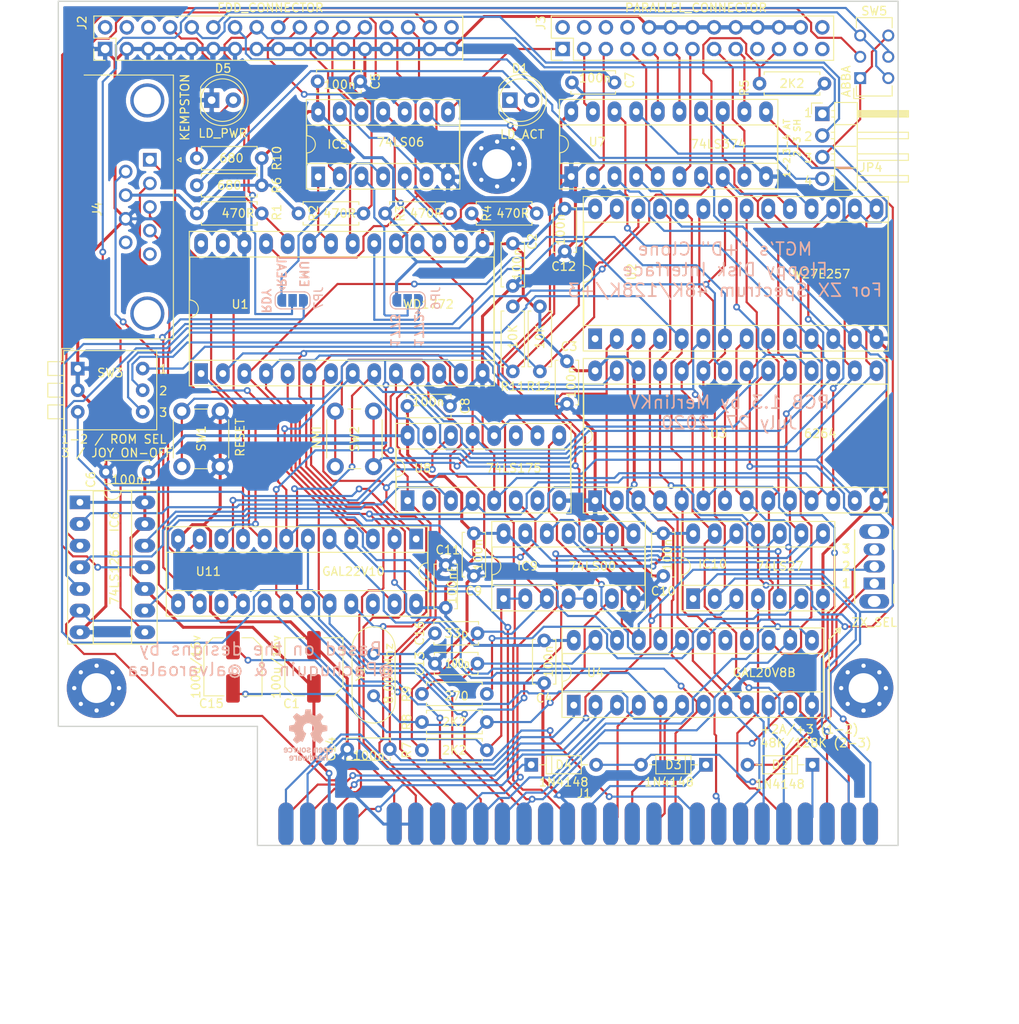
<source format=kicad_pcb>
(kicad_pcb (version 20171130) (host pcbnew "(5.1.6)-1")
  (layers (0 F.Cu signal) (31 B.Cu signal) (34 B.Paste user) (35 F.Paste user) (36 B.SilkS user) (37 F.SilkS user) (38 B.Mask user) (39 F.Mask user) (44 Edge.Cuts user))
  (net 0 "")
  (net 1 GND)
  (net 2 NMI)
  (net 3 FDC_CS)
  (net 4 PRN_STR)
  (net 5 DSK_CS)
  (net 6 PRN_CS)
  (net 7 "Net-(C15-Pad2)")
  (net 8 /DS1)
  (net 9 RAM_CS)
  (net 10 ROM_CS)
  (net 11 "Net-(D1-Pad2)")
  (net 12 "Net-(D1-Pad1)")
  (net 13 "Net-(D5-Pad2)")
  (net 14 /INDEX)
  (net 15 /MOTOR_ON)
  (net 16 /DIR)
  (net 17 /STEP)
  (net 18 /HEAD)
  (net 19 ALT_MOTOR_ON)
  (net 20 /TRACK_0)
  (net 21 "Net-(C13-Pad2)")
  (net 22 "Net-(IC5-Pad9)")
  (net 23 "Net-(IC5-Pad3)")
  (net 24 "Net-(IC5-Pad4)")
  (net 25 "Net-(IC6-Pad12)")
  (net 26 "Net-(IC6-Pad11)")
  (net 27 "Net-(IC6-Pad4)")
  (net 28 "Net-(IC6-Pad9)")
  (net 29 "Net-(IC6-Pad2)")
  (net 30 "Net-(IC6-Pad8)")
  (net 31 "Net-(IC10-Pad8)")
  (net 32 "Net-(IC10-Pad12)")
  (net 33 "Net-(IC9-Pad4)")
  (net 34 "Net-(IC10-Pad5)")
  (net 35 "Net-(IC10-Pad6)")
  (net 36 "Net-(J2-Pad10)")
  (net 37 "Net-(J2-Pad14)")
  (net 38 JOY_EN)
  (net 39 "Net-(J2-Pad2)")
  (net 40 "Net-(J2-Pad4)")
  (net 41 "Net-(J2-Pad6)")
  (net 42 "Net-(J2-Pad34)")
  (net 43 "Net-(J3-Pad2)")
  (net 44 "Net-(J3-Pad4)")
  (net 45 "Net-(J3-Pad6)")
  (net 46 "Net-(J3-Pad8)")
  (net 47 "Net-(J3-Pad19)")
  (net 48 "Net-(J3-Pad23)")
  (net 49 "Net-(J3-Pad25)")
  (net 50 "Net-(J3-Pad26)")
  (net 51 "Net-(J4-Pad5)")
  (net 52 "Net-(J4-Pad9)")
  (net 53 RESET)
  (net 54 D7)
  (net 55 A10)
  (net 56 A11)
  (net 57 A0)
  (net 58 A12)
  (net 59 A7)
  (net 60 M1)
  (net 61 A8)
  (net 62 A9)
  (net 63 D0)
  (net 64 D1)
  (net 65 D2)
  (net 66 D3)
  (net 67 D4)
  (net 68 D5)
  (net 69 RD)
  (net 70 D6)
  (net 71 A3)
  (net 72 A4)
  (net 73 WR)
  (net 74 A15)
  (net 75 A13)
  (net 76 "Net-(J1-Pad13A)")
  (net 77 "Net-(J1-Pad15A)")
  (net 78 IORQ)
  (net 79 A14)
  (net 80 MREQ)
  (net 81 "Net-(J1-Pad26B)")
  (net 82 "Net-(J1-Pad18B)")
  (net 83 A5)
  (net 84 "Net-(J1-Pad22A)")
  (net 85 "Net-(J1-Pad20A)")
  (net 86 "Net-(J1-Pad8B)")
  (net 87 "Net-(J1-Pad25A)")
  (net 88 "Net-(J1-Pad28A)")
  (net 89 "Net-(J1-Pad17B)")
  (net 90 "Net-(J1-Pad19B)")
  (net 91 A6)
  (net 92 A2)
  (net 93 "Net-(J1-Pad23A)")
  (net 94 "Net-(J1-Pad16B)")
  (net 95 A1)
  (net 96 "Net-(J1-Pad13B)")
  (net 97 "Net-(J1-Pad21A)")
  (net 98 "Net-(U1-Pad28)")
  (net 99 "Net-(U1-Pad27)")
  (net 100 "Net-(U4-Pad17)")
  (net 101 "Net-(U8-Pad15)")
  (net 102 "Net-(U8-Pad7)")
  (net 103 "Net-(U8-Pad11)")
  (net 104 "Net-(U8-Pad2)")
  (net 105 "Net-(U11-Pad15)")
  (net 106 /DS0)
  (net 107 /GATE_WRITE)
  (net 108 /DATA_WRITE)
  (net 109 /WRITE_PROT)
  (net 110 /DATA_READ)
  (net 111 "Net-(U2-Pad1)")
  (net 112 /WDWG)
  (net 113 /WDSTEP)
  (net 114 /WDDIRC)
  (net 115 /WDWD)
  (net 116 /WDMOTOR)
  (net 117 /P1)
  (net 118 /P21)
  (net 119 /P17)
  (net 120 /P15)
  (net 121 /P13)
  (net 122 /P11)
  (net 123 /P9)
  (net 124 /P7)
  (net 125 /P5)
  (net 126 /P3)
  (net 127 J6-FIRE)
  (net 128 J4-RIGHT)
  (net 129 J3-LEFT)
  (net 130 J2-DOWN)
  (net 131 J1-UP)
  (net 132 ROM48)
  (net 133 ROMOE2)
  (net 134 ROMOE1)
  (net 135 ROMA14)
  (net 136 ROMA13)
  (net 137 +5V)
  (net 138 "Net-(D2-Pad2)")
  (net 139 "Net-(D3-Pad2)")
  (net 140 "Net-(J1-Pad4B)")
  (net 141 "Net-(C15-Pad1)")
  (net 142 "Net-(C16-Pad2)")
  (net 143 "Net-(C16-Pad1)")
  (module Connector_PinHeader_2.54mm:PinHeader_1x04_P2.54mm_Horizontal (layer F.Cu) (at 153.162 38.608)
    (fp_text reference JP4 (at 5.706 6.298) (layer F.SilkS))
    (fp_text value Conn_01x04)
    (pad 4 thru_hole oval (at 0 7.62) (size 1.7 1.7) (drill 1) (layers *.Cu *.Mask) (net 37 "Net-(J2-Pad14)"))
    (pad 3 thru_hole oval (at 0 5.08) (size 1.7 1.7) (drill 1) (layers *.Cu *.Mask) (net 106 /DS0))
    (pad 2 thru_hole oval (at 0 2.54) (size 1.7 1.7) (drill 1) (layers *.Cu *.Mask) (net 36 "Net-(J2-Pad10)"))
    (pad 1 thru_hole rect (at 0 0) (size 1.7 1.7) (drill 1) (layers *.Cu *.Mask) (net 15 /MOTOR_ON))
  )
  (module Capacitor_SMD:C_Elec_6.3x5.4 (layer F.Cu) (at 93.5 103.5 90)
    (fp_text reference C1 (at -4.331 -2.638) (layer F.SilkS))
    (fp_text value 100u/16v (at 0 -4.416 90) (layer F.SilkS))
    (pad 2 smd roundrect (at 2.5375 0 90) (size 3.325 1.6) (layers F.Cu F.Paste F.Mask) (roundrect_rratio 0.15625) (net 1 GND))
    (pad 1 smd roundrect (at -2.5375 0 90) (size 3.325 1.6) (layers F.Cu F.Paste F.Mask) (roundrect_rratio 0.15625) (net 137 +5V))
  )
  (module Capacitor_SMD:C_Elec_6.3x5.4 (layer F.Cu) (at 84 103.5 270)
    (fp_text reference C15 (at 4.318 2.54) (layer F.SilkS))
    (fp_text value 100u/16v (at 0 4.35 90) (layer F.SilkS))
    (pad 2 smd roundrect (at 2.5375 0 270) (size 3.325 1.6) (layers F.Cu F.Paste F.Mask) (roundrect_rratio 0.15625) (net 7 "Net-(C15-Pad2)"))
    (pad 1 smd roundrect (at -2.5375 0 270) (size 3.325 1.6) (layers F.Cu F.Paste F.Mask) (roundrect_rratio 0.15625) (net 141 "Net-(C15-Pad1)"))
  )
  (module Button_Switch_THT:SW_CuK_JS202011AQN_DPDT_Angled (layer F.Cu) (at 157.607 34.417 90)
    (fp_text reference SW5 (at 7.874 1.651) (layer F.SilkS))
    (fp_text value ABBA (at -0.381 -1.651 90) (layer F.SilkS))
    (pad 6 thru_hole circle (at 5 3.3 90) (size 1.4 1.4) (drill 0.9) (layers *.Cu *.Mask) (net 106 /DS0))
    (pad 5 thru_hole circle (at 2.5 3.3 90) (size 1.4 1.4) (drill 0.9) (layers *.Cu *.Mask) (net 30 "Net-(IC6-Pad8)"))
    (pad 4 thru_hole circle (at 0 3.3 90) (size 1.4 1.4) (drill 0.9) (layers *.Cu *.Mask) (net 8 /DS1))
    (pad 3 thru_hole circle (at 5 0 90) (size 1.4 1.4) (drill 0.9) (layers *.Cu *.Mask) (net 8 /DS1))
    (pad 2 thru_hole circle (at 2.5 0 90) (size 1.4 1.4) (drill 0.9) (layers *.Cu *.Mask) (net 26 "Net-(IC6-Pad11)"))
    (pad 1 thru_hole rect (at 0 0 90) (size 1.4 1.4) (drill 0.9) (layers *.Cu *.Mask) (net 106 /DS0))
  )
  (module Package_DIP:DIP-28_W15.24mm_Socket_LongPads (layer F.Cu) (at 126.5 65 90)
    (fp_text reference U2 (at 7.85 4.31 90) (layer F.SilkS))
    (fp_text value W27E257 (at 7.596 26.535) (layer F.SilkS))
    (pad 28 thru_hole oval (at 15.24 0 90) (size 2.4 1.6) (drill 0.8) (layers *.Cu *.Mask) (net 137 +5V))
    (pad 14 thru_hole oval (at 0 33.02 90) (size 2.4 1.6) (drill 0.8) (layers *.Cu *.Mask) (net 1 GND))
    (pad 27 thru_hole oval (at 15.24 2.54 90) (size 2.4 1.6) (drill 0.8) (layers *.Cu *.Mask) (net 135 ROMA14))
    (pad 13 thru_hole oval (at 0 30.48 90) (size 2.4 1.6) (drill 0.8) (layers *.Cu *.Mask) (net 65 D2))
    (pad 26 thru_hole oval (at 15.24 5.08 90) (size 2.4 1.6) (drill 0.8) (layers *.Cu *.Mask) (net 136 ROMA13))
    (pad 12 thru_hole oval (at 0 27.94 90) (size 2.4 1.6) (drill 0.8) (layers *.Cu *.Mask) (net 64 D1))
    (pad 25 thru_hole oval (at 15.24 7.62 90) (size 2.4 1.6) (drill 0.8) (layers *.Cu *.Mask) (net 61 A8))
    (pad 11 thru_hole oval (at 0 25.4 90) (size 2.4 1.6) (drill 0.8) (layers *.Cu *.Mask) (net 63 D0))
    (pad 24 thru_hole oval (at 15.24 10.16 90) (size 2.4 1.6) (drill 0.8) (layers *.Cu *.Mask) (net 62 A9))
    (pad 10 thru_hole oval (at 0 22.86 90) (size 2.4 1.6) (drill 0.8) (layers *.Cu *.Mask) (net 57 A0))
    (pad 23 thru_hole oval (at 15.24 12.7 90) (size 2.4 1.6) (drill 0.8) (layers *.Cu *.Mask) (net 56 A11))
    (pad 9 thru_hole oval (at 0 20.32 90) (size 2.4 1.6) (drill 0.8) (layers *.Cu *.Mask) (net 95 A1))
    (pad 22 thru_hole oval (at 15.24 15.24 90) (size 2.4 1.6) (drill 0.8) (layers *.Cu *.Mask) (net 69 RD))
    (pad 8 thru_hole oval (at 0 17.78 90) (size 2.4 1.6) (drill 0.8) (layers *.Cu *.Mask) (net 92 A2))
    (pad 21 thru_hole oval (at 15.24 17.78 90) (size 2.4 1.6) (drill 0.8) (layers *.Cu *.Mask) (net 55 A10))
    (pad 7 thru_hole oval (at 0 15.24 90) (size 2.4 1.6) (drill 0.8) (layers *.Cu *.Mask) (net 71 A3))
    (pad 20 thru_hole oval (at 15.24 20.32 90) (size 2.4 1.6) (drill 0.8) (layers *.Cu *.Mask) (net 10 ROM_CS))
    (pad 6 thru_hole oval (at 0 12.7 90) (size 2.4 1.6) (drill 0.8) (layers *.Cu *.Mask) (net 72 A4))
    (pad 19 thru_hole oval (at 15.24 22.86 90) (size 2.4 1.6) (drill 0.8) (layers *.Cu *.Mask) (net 54 D7))
    (pad 5 thru_hole oval (at 0 10.16 90) (size 2.4 1.6) (drill 0.8) (layers *.Cu *.Mask) (net 83 A5))
    (pad 18 thru_hole oval (at 15.24 25.4 90) (size 2.4 1.6) (drill 0.8) (layers *.Cu *.Mask) (net 70 D6))
    (pad 4 thru_hole oval (at 0 7.62 90) (size 2.4 1.6) (drill 0.8) (layers *.Cu *.Mask) (net 91 A6))
    (pad 17 thru_hole oval (at 15.24 27.94 90) (size 2.4 1.6) (drill 0.8) (layers *.Cu *.Mask) (net 68 D5))
    (pad 3 thru_hole oval (at 0 5.08 90) (size 2.4 1.6) (drill 0.8) (layers *.Cu *.Mask) (net 59 A7))
    (pad 16 thru_hole oval (at 15.24 30.48 90) (size 2.4 1.6) (drill 0.8) (layers *.Cu *.Mask) (net 67 D4))
    (pad 2 thru_hole oval (at 0 2.54 90) (size 2.4 1.6) (drill 0.8) (layers *.Cu *.Mask) (net 58 A12))
    (pad 15 thru_hole oval (at 15.24 33.02 90) (size 2.4 1.6) (drill 0.8) (layers *.Cu *.Mask) (net 66 D3))
    (pad 1 thru_hole rect (at 0 0 90) (size 2.4 1.6) (drill 0.8) (layers *.Cu *.Mask) (net 111 "Net-(U2-Pad1)"))
  )
  (module Button_Switch_THT:SW_CuK_OS102011MA1QN1_SPDT_Angled (layer F.Cu) (at 159.258 93.726 90)
    (fp_text reference SW4 hide)
    (fp_text value ZX_SEL (at -4.572 0) (layer F.SilkS))
    (pad "" thru_hole oval (at 6.1 0 90) (size 1.7 3.5) (drill oval 1.3 1.5) (layers *.Cu *.Mask))
    (pad "" thru_hole oval (at -2.1 0 90) (size 1.7 3.5) (drill oval 1.3 1.5) (layers *.Cu *.Mask))
    (pad 3 thru_hole oval (at 4 0 90) (size 1.4 2.5) (drill 1.1) (layers *.Cu *.Mask) (net 138 "Net-(D2-Pad2)"))
    (pad 2 thru_hole oval (at 2 0 90) (size 1.4 2.5) (drill 1.1) (layers *.Cu *.Mask) (net 12 "Net-(D1-Pad1)"))
    (pad 1 thru_hole rect (at 0 0 90) (size 1.4 2.5) (drill 1.1) (layers *.Cu *.Mask) (net 139 "Net-(D3-Pad2)"))
  )
  (module Resistor_THT:R_Axial_DIN0207_L6.3mm_D2.5mm_P7.62mm_Horizontal (layer F.Cu) (at 116.84 68.834 90)
    (fp_text reference R11 (at -1.778 0) (layer F.SilkS))
    (fp_text value 10K (at 4.064 0 90) (layer F.SilkS))
    (pad 2 thru_hole oval (at 7.62 0 90) (size 1.6 1.6) (drill 0.8) (layers *.Cu *.Mask) (net 137 +5V))
    (pad 1 thru_hole circle (at 0 0 90) (size 1.6 1.6) (drill 0.8) (layers *.Cu *.Mask) (net 135 ROMA14))
  )
  (module Connector_Dsub:DSUB-9_Male_Horizontal_P2.77x2.84mm_EdgePinOffset4.94mm_Housed_MountingHolesOffset7.48mm (layer F.Cu) (at 74.25 44 270)
    (fp_text reference J4 (at 5.784 6.19 90) (layer F.SilkS))
    (fp_text value KEMPSTON (at -6.154 -4.109 90) (layer F.SilkS))
    (pad 0 thru_hole circle (at 18.04 0.3 270) (size 4 4) (drill 3.2) (layers *.Cu *.Mask))
    (pad 0 thru_hole circle (at -6.96 0.3 270) (size 4 4) (drill 3.2) (layers *.Cu *.Mask))
    (pad 9 thru_hole circle (at 9.695 2.84 270) (size 1.6 1.6) (drill 1) (layers *.Cu *.Mask) (net 52 "Net-(J4-Pad9)"))
    (pad 8 thru_hole circle (at 6.925 2.84 270) (size 1.6 1.6) (drill 1) (layers *.Cu *.Mask) (net 1 GND))
    (pad 7 thru_hole circle (at 4.155 2.84 270) (size 1.6 1.6) (drill 1) (layers *.Cu *.Mask) (net 137 +5V))
    (pad 6 thru_hole circle (at 1.385 2.84 270) (size 1.6 1.6) (drill 1) (layers *.Cu *.Mask) (net 127 J6-FIRE))
    (pad 5 thru_hole circle (at 11.08 0 270) (size 1.6 1.6) (drill 1) (layers *.Cu *.Mask) (net 51 "Net-(J4-Pad5)"))
    (pad 4 thru_hole circle (at 8.31 0 270) (size 1.6 1.6) (drill 1) (layers *.Cu *.Mask) (net 128 J4-RIGHT))
    (pad 3 thru_hole circle (at 5.54 0 270) (size 1.6 1.6) (drill 1) (layers *.Cu *.Mask) (net 129 J3-LEFT))
    (pad 2 thru_hole circle (at 2.77 0 270) (size 1.6 1.6) (drill 1) (layers *.Cu *.Mask) (net 130 J2-DOWN))
    (pad 1 thru_hole rect (at 0 0 270) (size 1.6 1.6) (drill 1) (layers *.Cu *.Mask) (net 131 J1-UP))
  )
  (module Button_Switch_THT:SW_DIP_SPSTx03_Piano_10.8x9.18mm_W7.62mm_P2.54mm (layer F.Cu) (at 65.786 68.5)
    (fp_text reference SW3 (at 3.81 0.508) (layer F.SilkS))
    (fp_text value ROMSEL_JOY hide)
    (pad 6 thru_hole oval (at 7.62 0) (size 1.6 1.6) (drill 0.8) (layers *.Cu *.Mask) (net 135 ROMA14))
    (pad 3 thru_hole oval (at 0 5.08) (size 1.6 1.6) (drill 0.8) (layers *.Cu *.Mask) (net 38 JOY_EN))
    (pad 5 thru_hole oval (at 7.62 2.54) (size 1.6 1.6) (drill 0.8) (layers *.Cu *.Mask) (net 136 ROMA13))
    (pad 2 thru_hole oval (at 0 2.54) (size 1.6 1.6) (drill 0.8) (layers *.Cu *.Mask) (net 1 GND))
    (pad 4 thru_hole oval (at 7.62 5.08) (size 1.6 1.6) (drill 0.8) (layers *.Cu *.Mask) (net 83 A5))
    (pad 1 thru_hole rect (at 0 0) (size 1.6 1.6) (drill 0.8) (layers *.Cu *.Mask) (net 1 GND))
  )
  (module Jumper:SolderJumper-3_P1.3mm_Open_RoundedPad1.0x1.5mm (layer B.Cu) (at 91 60.5)
    (fp_text reference JP7 (at 3.048 -0.254 -90) (layer B.SilkS) (effects (justify mirror)))
    (fp_text value RDSYSEL)
    (pad 2 smd rect (at 0 0) (size 1 1.5) (layers B.Cu B.Mask) (net 15 /MOTOR_ON))
    (pad 3 smd custom (at 1.3 0) (size 1 0.5) (layers B.Cu B.Mask) (net 19 ALT_MOTOR_ON) (options (clearance outline) (anchor rect)) (primitives (gr_circle (center 0 -0.25) (end 0.5 -0.25) (width 0)) (gr_circle (center 0 0.25) (end 0.5 0.25) (width 0)) (gr_poly (pts (xy -0.55 0.75) (xy 0 0.75) (xy 0 -0.75) (xy -0.55 -0.75)) (width 0))))
    (pad 1 smd custom (at -1.3 0) (size 1 0.5) (layers B.Cu B.Mask) (net 24 "Net-(IC5-Pad4)") (options (clearance outline) (anchor rect)) (primitives (gr_circle (center 0 -0.25) (end 0.5 -0.25) (width 0)) (gr_circle (center 0 0.25) (end 0.5 0.25) (width 0)) (gr_poly (pts (xy 0.55 0.75) (xy 0 0.75) (xy 0 -0.75) (xy 0.55 -0.75)) (width 0))))
  )
  (module Jumper:SolderJumper-3_P1.3mm_Open_RoundedPad1.0x1.5mm (layer B.Cu) (at 104.5 60.5 180)
    (fp_text reference JP6 (at -3.302 0.254 90) (layer B.SilkS) (effects (justify mirror)))
    (fp_text value WDSEL)
    (pad 2 smd rect (at 0 0 180) (size 1 1.5) (layers B.Cu B.Mask) (net 23 "Net-(IC5-Pad3)"))
    (pad 3 smd custom (at 1.3 0 180) (size 1 0.5) (layers B.Cu B.Mask) (net 137 +5V) (options (clearance outline) (anchor rect)) (primitives (gr_circle (center 0 -0.25) (end 0.5 -0.25) (width 0)) (gr_circle (center 0 0.25) (end 0.5 0.25) (width 0)) (gr_poly (pts (xy -0.55 0.75) (xy 0 0.75) (xy 0 -0.75) (xy -0.55 -0.75)) (width 0))))
    (pad 1 smd custom (at -1.3 0 180) (size 1 0.5) (layers B.Cu B.Mask) (net 116 /WDMOTOR) (options (clearance outline) (anchor rect)) (primitives (gr_circle (center 0 -0.25) (end 0.5 -0.25) (width 0)) (gr_circle (center 0 0.25) (end 0.5 0.25) (width 0)) (gr_poly (pts (xy 0.55 0.75) (xy 0 0.75) (xy 0 -0.75) (xy 0.55 -0.75)) (width 0))))
  )
  (module Resistor_THT:R_Axial_DIN0207_L6.3mm_D2.5mm_P7.62mm_Horizontal (layer F.Cu) (at 101.854 50.292)
    (fp_text reference R3 (at 1.778 0 90) (layer F.SilkS))
    (fp_text value 470R (at 4.826 0) (layer F.SilkS))
    (pad 2 thru_hole oval (at 7.62 0) (size 1.6 1.6) (drill 0.8) (layers *.Cu *.Mask) (net 109 /WRITE_PROT))
    (pad 1 thru_hole circle (at 0 0) (size 1.6 1.6) (drill 0.8) (layers *.Cu *.Mask) (net 137 +5V))
  )
  (module Package_DIP:DIP-14_W7.62mm_Socket_LongPads (layer F.Cu) (at 115.762 95.5 90)
    (fp_text reference IC9 (at 3.81 2.794) (layer F.SilkS))
    (fp_text value 74LS00 (at 3.81 10.414) (layer F.SilkS))
    (pad 14 thru_hole oval (at 7.62 0 90) (size 2.4 1.6) (drill 0.8) (layers *.Cu *.Mask) (net 137 +5V))
    (pad 7 thru_hole oval (at 0 15.24 90) (size 2.4 1.6) (drill 0.8) (layers *.Cu *.Mask) (net 1 GND))
    (pad 13 thru_hole oval (at 7.62 2.54 90) (size 2.4 1.6) (drill 0.8) (layers *.Cu *.Mask) (net 31 "Net-(IC10-Pad8)"))
    (pad 6 thru_hole oval (at 0 12.7 90) (size 2.4 1.6) (drill 0.8) (layers *.Cu *.Mask) (net 141 "Net-(C15-Pad1)"))
    (pad 12 thru_hole oval (at 7.62 5.08 90) (size 2.4 1.6) (drill 0.8) (layers *.Cu *.Mask) (net 32 "Net-(IC10-Pad12)"))
    (pad 5 thru_hole oval (at 0 10.16 90) (size 2.4 1.6) (drill 0.8) (layers *.Cu *.Mask) (net 33 "Net-(IC9-Pad4)"))
    (pad 11 thru_hole oval (at 7.62 7.62 90) (size 2.4 1.6) (drill 0.8) (layers *.Cu *.Mask) (net 34 "Net-(IC10-Pad5)"))
    (pad 4 thru_hole oval (at 0 7.62 90) (size 2.4 1.6) (drill 0.8) (layers *.Cu *.Mask) (net 33 "Net-(IC9-Pad4)"))
    (pad 10 thru_hole oval (at 7.62 10.16 90) (size 2.4 1.6) (drill 0.8) (layers *.Cu *.Mask) (net 4 PRN_STR))
    (pad 3 thru_hole oval (at 0 5.08 90) (size 2.4 1.6) (drill 0.8) (layers *.Cu *.Mask) (net 142 "Net-(C16-Pad2)"))
    (pad 9 thru_hole oval (at 7.62 12.7 90) (size 2.4 1.6) (drill 0.8) (layers *.Cu *.Mask) (net 4 PRN_STR))
    (pad 2 thru_hole oval (at 0 2.54 90) (size 2.4 1.6) (drill 0.8) (layers *.Cu *.Mask) (net 7 "Net-(C15-Pad2)"))
    (pad 8 thru_hole oval (at 7.62 15.24 90) (size 2.4 1.6) (drill 0.8) (layers *.Cu *.Mask) (net 27 "Net-(IC6-Pad4)"))
    (pad 1 thru_hole rect (at 0 0 90) (size 2.4 1.6) (drill 0.8) (layers *.Cu *.Mask) (net 7 "Net-(C15-Pad2)"))
  )
  (module Package_DIP:DIP-24_W7.62mm_Socket_LongPads (layer F.Cu) (at 105.5 88.5 270)
    (fp_text reference U11 (at 3.81 24.384) (layer F.SilkS))
    (fp_text value GAL22V10 (at 3.81 7.366) (layer F.SilkS))
    (pad 24 thru_hole oval (at 7.62 0 270) (size 2.4 1.6) (drill 0.8) (layers *.Cu *.Mask) (net 137 +5V))
    (pad 12 thru_hole oval (at 0 27.94 270) (size 2.4 1.6) (drill 0.8) (layers *.Cu *.Mask) (net 1 GND))
    (pad 23 thru_hole oval (at 7.62 2.54 270) (size 2.4 1.6) (drill 0.8) (layers *.Cu *.Mask) (net 63 D0))
    (pad 11 thru_hole oval (at 0 25.4 270) (size 2.4 1.6) (drill 0.8) (layers *.Cu *.Mask) (net 130 J2-DOWN))
    (pad 22 thru_hole oval (at 7.62 5.08 270) (size 2.4 1.6) (drill 0.8) (layers *.Cu *.Mask) (net 64 D1))
    (pad 10 thru_hole oval (at 0 22.86 270) (size 2.4 1.6) (drill 0.8) (layers *.Cu *.Mask) (net 131 J1-UP))
    (pad 21 thru_hole oval (at 7.62 7.62 270) (size 2.4 1.6) (drill 0.8) (layers *.Cu *.Mask) (net 65 D2))
    (pad 9 thru_hole oval (at 0 20.32 270) (size 2.4 1.6) (drill 0.8) (layers *.Cu *.Mask) (net 128 J4-RIGHT))
    (pad 20 thru_hole oval (at 7.62 10.16 270) (size 2.4 1.6) (drill 0.8) (layers *.Cu *.Mask) (net 66 D3))
    (pad 8 thru_hole oval (at 0 17.78 270) (size 2.4 1.6) (drill 0.8) (layers *.Cu *.Mask) (net 129 J3-LEFT))
    (pad 19 thru_hole oval (at 7.62 12.7 270) (size 2.4 1.6) (drill 0.8) (layers *.Cu *.Mask) (net 67 D4))
    (pad 7 thru_hole oval (at 0 15.24 270) (size 2.4 1.6) (drill 0.8) (layers *.Cu *.Mask) (net 3 FDC_CS))
    (pad 18 thru_hole oval (at 7.62 15.24 270) (size 2.4 1.6) (drill 0.8) (layers *.Cu *.Mask) (net 68 D5))
    (pad 6 thru_hole oval (at 0 12.7 270) (size 2.4 1.6) (drill 0.8) (layers *.Cu *.Mask) (net 69 RD))
    (pad 17 thru_hole oval (at 7.62 17.78 270) (size 2.4 1.6) (drill 0.8) (layers *.Cu *.Mask) (net 70 D6))
    (pad 5 thru_hole oval (at 0 10.16 270) (size 2.4 1.6) (drill 0.8) (layers *.Cu *.Mask) (net 78 IORQ))
    (pad 16 thru_hole oval (at 7.62 20.32 270) (size 2.4 1.6) (drill 0.8) (layers *.Cu *.Mask) (net 54 D7))
    (pad 4 thru_hole oval (at 0 7.62 270) (size 2.4 1.6) (drill 0.8) (layers *.Cu *.Mask) (net 71 A3))
    (pad 15 thru_hole oval (at 7.62 22.86 270) (size 2.4 1.6) (drill 0.8) (layers *.Cu *.Mask) (net 105 "Net-(U11-Pad15)"))
    (pad 3 thru_hole oval (at 0 5.08 270) (size 2.4 1.6) (drill 0.8) (layers *.Cu *.Mask) (net 72 A4))
    (pad 14 thru_hole oval (at 7.62 25.4 270) (size 2.4 1.6) (drill 0.8) (layers *.Cu *.Mask) (net 19 ALT_MOTOR_ON))
    (pad 2 thru_hole oval (at 0 2.54 270) (size 2.4 1.6) (drill 0.8) (layers *.Cu *.Mask) (net 73 WR))
    (pad 13 thru_hole oval (at 7.62 27.94 270) (size 2.4 1.6) (drill 0.8) (layers *.Cu *.Mask) (net 127 J6-FIRE))
    (pad 1 thru_hole rect (at 0 0 270) (size 2.4 1.6) (drill 0.8) (layers *.Cu *.Mask) (net 38 JOY_EN))
  )
  (module Package_DIP:DIP-14_W7.62mm_Socket_LongPads (layer F.Cu) (at 94 46 90)
    (fp_text reference IC5 (at 3.81 2.286) (layer F.SilkS))
    (fp_text value 74LS06 (at 4.064 9.652) (layer F.SilkS))
    (pad 14 thru_hole oval (at 7.62 0 90) (size 2.4 1.6) (drill 0.8) (layers *.Cu *.Mask) (net 137 +5V))
    (pad 7 thru_hole oval (at 0 15.24 90) (size 2.4 1.6) (drill 0.8) (layers *.Cu *.Mask) (net 1 GND))
    (pad 13 thru_hole oval (at 7.62 2.54 90) (size 2.4 1.6) (drill 0.8) (layers *.Cu *.Mask) (net 112 /WDWG))
    (pad 6 thru_hole oval (at 0 12.7 90) (size 2.4 1.6) (drill 0.8) (layers *.Cu *.Mask) (net 17 /STEP))
    (pad 12 thru_hole oval (at 7.62 5.08 90) (size 2.4 1.6) (drill 0.8) (layers *.Cu *.Mask) (net 107 /GATE_WRITE))
    (pad 5 thru_hole oval (at 0 10.16 90) (size 2.4 1.6) (drill 0.8) (layers *.Cu *.Mask) (net 113 /WDSTEP))
    (pad 11 thru_hole oval (at 7.62 7.62 90) (size 2.4 1.6) (drill 0.8) (layers *.Cu *.Mask) (net 114 /WDDIRC))
    (pad 4 thru_hole oval (at 0 7.62 90) (size 2.4 1.6) (drill 0.8) (layers *.Cu *.Mask) (net 24 "Net-(IC5-Pad4)"))
    (pad 10 thru_hole oval (at 7.62 10.16 90) (size 2.4 1.6) (drill 0.8) (layers *.Cu *.Mask) (net 16 /DIR))
    (pad 3 thru_hole oval (at 0 5.08 90) (size 2.4 1.6) (drill 0.8) (layers *.Cu *.Mask) (net 23 "Net-(IC5-Pad3)"))
    (pad 9 thru_hole oval (at 7.62 12.7 90) (size 2.4 1.6) (drill 0.8) (layers *.Cu *.Mask) (net 22 "Net-(IC5-Pad9)"))
    (pad 2 thru_hole oval (at 0 2.54 90) (size 2.4 1.6) (drill 0.8) (layers *.Cu *.Mask) (net 108 /DATA_WRITE))
    (pad 8 thru_hole oval (at 7.62 15.24 90) (size 2.4 1.6) (drill 0.8) (layers *.Cu *.Mask) (net 117 /P1))
    (pad 1 thru_hole rect (at 0 0 90) (size 2.4 1.6) (drill 0.8) (layers *.Cu *.Mask) (net 115 /WDWD))
  )
  (module Package_DIP:DIP-14_W7.62mm_Socket_LongPads (layer F.Cu) (at 66.04 84.201)
    (fp_text reference IC6 (at 4.064 2.286 90) (layer F.SilkS))
    (fp_text value 74LS126 (at 4.064 8.763 -90) (layer F.SilkS))
    (pad 14 thru_hole oval (at 7.62 0) (size 2.4 1.6) (drill 0.8) (layers *.Cu *.Mask) (net 137 +5V))
    (pad 7 thru_hole oval (at 0 15.24) (size 2.4 1.6) (drill 0.8) (layers *.Cu *.Mask) (net 1 GND))
    (pad 13 thru_hole oval (at 7.62 2.54) (size 2.4 1.6) (drill 0.8) (layers *.Cu *.Mask) (net 137 +5V))
    (pad 6 thru_hole oval (at 0 12.7) (size 2.4 1.6) (drill 0.8) (layers *.Cu *.Mask) (net 54 D7))
    (pad 12 thru_hole oval (at 7.62 5.08) (size 2.4 1.6) (drill 0.8) (layers *.Cu *.Mask) (net 25 "Net-(IC6-Pad12)"))
    (pad 5 thru_hole oval (at 0 10.16) (size 2.4 1.6) (drill 0.8) (layers *.Cu *.Mask) (net 118 /P21))
    (pad 11 thru_hole oval (at 7.62 7.62) (size 2.4 1.6) (drill 0.8) (layers *.Cu *.Mask) (net 26 "Net-(IC6-Pad11)"))
    (pad 4 thru_hole oval (at 0 7.62) (size 2.4 1.6) (drill 0.8) (layers *.Cu *.Mask) (net 27 "Net-(IC6-Pad4)"))
    (pad 10 thru_hole oval (at 7.62 10.16) (size 2.4 1.6) (drill 0.8) (layers *.Cu *.Mask) (net 137 +5V))
    (pad 3 thru_hole oval (at 0 5.08) (size 2.4 1.6) (drill 0.8) (layers *.Cu *.Mask) (net 18 /HEAD))
    (pad 9 thru_hole oval (at 7.62 12.7) (size 2.4 1.6) (drill 0.8) (layers *.Cu *.Mask) (net 28 "Net-(IC6-Pad9)"))
    (pad 2 thru_hole oval (at 0 2.54) (size 2.4 1.6) (drill 0.8) (layers *.Cu *.Mask) (net 29 "Net-(IC6-Pad2)"))
    (pad 8 thru_hole oval (at 7.62 15.24) (size 2.4 1.6) (drill 0.8) (layers *.Cu *.Mask) (net 30 "Net-(IC6-Pad8)"))
    (pad 1 thru_hole rect (at 0 0) (size 2.4 1.6) (drill 0.8) (layers *.Cu *.Mask) (net 137 +5V))
  )
  (module Resistor_THT:R_Axial_DIN0207_L6.3mm_D2.5mm_P7.62mm_Horizontal (layer F.Cu) (at 145.796 35.052)
    (fp_text reference R5 (at -1.778 0.508 90) (layer F.SilkS))
    (fp_text value 2K2 (at 3.81 0) (layer F.SilkS))
    (pad 2 thru_hole oval (at 7.62 0) (size 1.6 1.6) (drill 0.8) (layers *.Cu *.Mask) (net 137 +5V))
    (pad 1 thru_hole circle (at 0 0) (size 1.6 1.6) (drill 0.8) (layers *.Cu *.Mask) (net 118 /P21))
  )
  (module Package_DIP:DIP-14_W7.62mm_Socket_LongPads (layer F.Cu) (at 138 95.5 90)
    (fp_text reference IC10 (at 4.064 2.286) (layer F.SilkS))
    (fp_text value 74LS27 (at 3.81 10.16) (layer F.SilkS))
    (pad 14 thru_hole oval (at 7.62 0 90) (size 2.4 1.6) (drill 0.8) (layers *.Cu *.Mask) (net 137 +5V))
    (pad 7 thru_hole oval (at 0 15.24 90) (size 2.4 1.6) (drill 0.8) (layers *.Cu *.Mask) (net 1 GND))
    (pad 13 thru_hole oval (at 7.62 2.54 90) (size 2.4 1.6) (drill 0.8) (layers *.Cu *.Mask) (net 62 A9))
    (pad 6 thru_hole oval (at 0 12.7 90) (size 2.4 1.6) (drill 0.8) (layers *.Cu *.Mask) (net 35 "Net-(IC10-Pad6)"))
    (pad 12 thru_hole oval (at 7.62 5.08 90) (size 2.4 1.6) (drill 0.8) (layers *.Cu *.Mask) (net 32 "Net-(IC10-Pad12)"))
    (pad 5 thru_hole oval (at 0 10.16 90) (size 2.4 1.6) (drill 0.8) (layers *.Cu *.Mask) (net 34 "Net-(IC10-Pad5)"))
    (pad 11 thru_hole oval (at 7.62 7.62 90) (size 2.4 1.6) (drill 0.8) (layers *.Cu *.Mask) (net 61 A8))
    (pad 4 thru_hole oval (at 0 7.62 90) (size 2.4 1.6) (drill 0.8) (layers *.Cu *.Mask) (net 60 M1))
    (pad 10 thru_hole oval (at 7.62 10.16 90) (size 2.4 1.6) (drill 0.8) (layers *.Cu *.Mask) (net 59 A7))
    (pad 3 thru_hole oval (at 0 5.08 90) (size 2.4 1.6) (drill 0.8) (layers *.Cu *.Mask) (net 58 A12))
    (pad 9 thru_hole oval (at 7.62 12.7 90) (size 2.4 1.6) (drill 0.8) (layers *.Cu *.Mask) (net 57 A0))
    (pad 2 thru_hole oval (at 0 2.54 90) (size 2.4 1.6) (drill 0.8) (layers *.Cu *.Mask) (net 56 A11))
    (pad 8 thru_hole oval (at 7.62 15.24 90) (size 2.4 1.6) (drill 0.8) (layers *.Cu *.Mask) (net 31 "Net-(IC10-Pad8)"))
    (pad 1 thru_hole rect (at 0 0 90) (size 2.4 1.6) (drill 0.8) (layers *.Cu *.Mask) (net 55 A10))
  )
  (module MountingHole:MountingHole_3.5mm_Pad_Via (layer F.Cu) (at 115 44.5)
    (fp_text reference HOLE2 hide)
    (fp_text value MountingHole_3.5mm_Pad_Via)
    (pad 1 thru_hole circle (at 0 0) (size 7 7) (drill 3.5) (layers *.Cu *.Mask))
    (pad 1 thru_hole circle (at 2.625 0) (size 0.8 0.8) (drill 0.5) (layers *.Cu *.Mask))
    (pad 1 thru_hole circle (at 1.856155 1.856155) (size 0.8 0.8) (drill 0.5) (layers *.Cu *.Mask))
    (pad 1 thru_hole circle (at 0 2.625) (size 0.8 0.8) (drill 0.5) (layers *.Cu *.Mask))
    (pad 1 thru_hole circle (at -1.856155 1.856155) (size 0.8 0.8) (drill 0.5) (layers *.Cu *.Mask))
    (pad 1 thru_hole circle (at -2.625 0) (size 0.8 0.8) (drill 0.5) (layers *.Cu *.Mask))
    (pad 1 thru_hole circle (at -1.856155 -1.856155) (size 0.8 0.8) (drill 0.5) (layers *.Cu *.Mask))
    (pad 1 thru_hole circle (at 0 -2.625) (size 0.8 0.8) (drill 0.5) (layers *.Cu *.Mask))
    (pad 1 thru_hole circle (at 1.856155 -1.856155) (size 0.8 0.8) (drill 0.5) (layers *.Cu *.Mask))
  )
  (module MountingHole:MountingHole_3.5mm_Pad_Via (layer F.Cu) (at 68 106)
    (fp_text reference HOLE1 hide)
    (fp_text value MountingHole_3.5mm_Pad_Via)
    (pad 1 thru_hole circle (at 1.856155 -1.856155) (size 0.8 0.8) (drill 0.5) (layers *.Cu *.Mask))
    (pad 1 thru_hole circle (at 0 -2.625) (size 0.8 0.8) (drill 0.5) (layers *.Cu *.Mask))
    (pad 1 thru_hole circle (at -1.856155 -1.856155) (size 0.8 0.8) (drill 0.5) (layers *.Cu *.Mask))
    (pad 1 thru_hole circle (at -2.625 0) (size 0.8 0.8) (drill 0.5) (layers *.Cu *.Mask))
    (pad 1 thru_hole circle (at -1.856155 1.856155) (size 0.8 0.8) (drill 0.5) (layers *.Cu *.Mask))
    (pad 1 thru_hole circle (at 0 2.625) (size 0.8 0.8) (drill 0.5) (layers *.Cu *.Mask))
    (pad 1 thru_hole circle (at 1.856155 1.856155) (size 0.8 0.8) (drill 0.5) (layers *.Cu *.Mask))
    (pad 1 thru_hole circle (at 2.625 0) (size 0.8 0.8) (drill 0.5) (layers *.Cu *.Mask))
    (pad 1 thru_hole circle (at 0 0) (size 7 7) (drill 3.5) (layers *.Cu *.Mask))
  )
  (module MountingHole:MountingHole_3.5mm_Pad_Via (layer F.Cu) (at 158 106)
    (fp_text reference HOLE3 hide)
    (fp_text value MountingHole_3.5mm_Pad_Via)
    (pad 1 thru_hole circle (at 1.856155 -1.856155) (size 0.8 0.8) (drill 0.5) (layers *.Cu *.Mask))
    (pad 1 thru_hole circle (at 0 -2.625) (size 0.8 0.8) (drill 0.5) (layers *.Cu *.Mask))
    (pad 1 thru_hole circle (at -1.856155 -1.856155) (size 0.8 0.8) (drill 0.5) (layers *.Cu *.Mask))
    (pad 1 thru_hole circle (at -2.625 0) (size 0.8 0.8) (drill 0.5) (layers *.Cu *.Mask))
    (pad 1 thru_hole circle (at -1.856155 1.856155) (size 0.8 0.8) (drill 0.5) (layers *.Cu *.Mask))
    (pad 1 thru_hole circle (at 0 2.625) (size 0.8 0.8) (drill 0.5) (layers *.Cu *.Mask))
    (pad 1 thru_hole circle (at 1.856155 1.856155) (size 0.8 0.8) (drill 0.5) (layers *.Cu *.Mask))
    (pad 1 thru_hole circle (at 2.625 0) (size 0.8 0.8) (drill 0.5) (layers *.Cu *.Mask))
    (pad 1 thru_hole circle (at 0 0) (size 7 7) (drill 3.5) (layers *.Cu *.Mask))
  )
  (module Button_Switch_THT:SW_PUSH_6mm (layer F.Cu) (at 96 80 90)
    (fp_text reference SW2 (at 3.25 2.286 90) (layer F.SilkS))
    (fp_text value NMI (at 3.419 -2.177 90) (layer F.SilkS))
    (pad 1 thru_hole circle (at 6.5 0 180) (size 2 2) (drill 1.1) (layers *.Cu *.Mask) (net 2 NMI))
    (pad 2 thru_hole circle (at 6.5 4.5 180) (size 2 2) (drill 1.1) (layers *.Cu *.Mask) (net 12 "Net-(D1-Pad1)"))
    (pad 1 thru_hole circle (at 0 0 180) (size 2 2) (drill 1.1) (layers *.Cu *.Mask) (net 2 NMI))
    (pad 2 thru_hole circle (at 0 4.5 180) (size 2 2) (drill 1.1) (layers *.Cu *.Mask) (net 12 "Net-(D1-Pad1)"))
  )
  (module Button_Switch_THT:SW_PUSH_6mm (layer F.Cu) (at 78 80 90)
    (fp_text reference SW1 (at 3.302 2.286 90) (layer F.SilkS))
    (fp_text value RESET (at 3.419 6.836 90) (layer F.SilkS))
    (pad 1 thru_hole circle (at 6.5 0 180) (size 2 2) (drill 1.1) (layers *.Cu *.Mask) (net 53 RESET))
    (pad 2 thru_hole circle (at 6.5 4.5 180) (size 2 2) (drill 1.1) (layers *.Cu *.Mask) (net 1 GND))
    (pad 1 thru_hole circle (at 0 0 180) (size 2 2) (drill 1.1) (layers *.Cu *.Mask) (net 53 RESET))
    (pad 2 thru_hole circle (at 0 4.5 180) (size 2 2) (drill 1.1) (layers *.Cu *.Mask) (net 1 GND))
  )
  (module Package_DIP:DIP-20_W7.62mm_Socket_LongPads (layer F.Cu) (at 123.698 45.974 90)
    (fp_text reference U7 (at 4.064 3.048) (layer F.SilkS))
    (fp_text value 74LS374 (at 3.81 17.272) (layer F.SilkS))
    (pad 20 thru_hole oval (at 7.62 0 90) (size 2.4 1.6) (drill 0.8) (layers *.Cu *.Mask) (net 137 +5V))
    (pad 10 thru_hole oval (at 0 22.86 90) (size 2.4 1.6) (drill 0.8) (layers *.Cu *.Mask) (net 1 GND))
    (pad 19 thru_hole oval (at 7.62 2.54 90) (size 2.4 1.6) (drill 0.8) (layers *.Cu *.Mask) (net 126 /P3))
    (pad 9 thru_hole oval (at 0 20.32 90) (size 2.4 1.6) (drill 0.8) (layers *.Cu *.Mask) (net 120 /P15))
    (pad 18 thru_hole oval (at 7.62 5.08 90) (size 2.4 1.6) (drill 0.8) (layers *.Cu *.Mask) (net 63 D0))
    (pad 8 thru_hole oval (at 0 17.78 90) (size 2.4 1.6) (drill 0.8) (layers *.Cu *.Mask) (net 70 D6))
    (pad 17 thru_hole oval (at 7.62 7.62 90) (size 2.4 1.6) (drill 0.8) (layers *.Cu *.Mask) (net 66 D3))
    (pad 7 thru_hole oval (at 0 15.24 90) (size 2.4 1.6) (drill 0.8) (layers *.Cu *.Mask) (net 68 D5))
    (pad 16 thru_hole oval (at 7.62 10.16 90) (size 2.4 1.6) (drill 0.8) (layers *.Cu *.Mask) (net 123 /P9))
    (pad 6 thru_hole oval (at 0 12.7 90) (size 2.4 1.6) (drill 0.8) (layers *.Cu *.Mask) (net 121 /P13))
    (pad 15 thru_hole oval (at 7.62 12.7 90) (size 2.4 1.6) (drill 0.8) (layers *.Cu *.Mask) (net 122 /P11))
    (pad 5 thru_hole oval (at 0 10.16 90) (size 2.4 1.6) (drill 0.8) (layers *.Cu *.Mask) (net 124 /P7))
    (pad 14 thru_hole oval (at 7.62 15.24 90) (size 2.4 1.6) (drill 0.8) (layers *.Cu *.Mask) (net 67 D4))
    (pad 4 thru_hole oval (at 0 7.62 90) (size 2.4 1.6) (drill 0.8) (layers *.Cu *.Mask) (net 65 D2))
    (pad 13 thru_hole oval (at 7.62 17.78 90) (size 2.4 1.6) (drill 0.8) (layers *.Cu *.Mask) (net 54 D7))
    (pad 3 thru_hole oval (at 0 5.08 90) (size 2.4 1.6) (drill 0.8) (layers *.Cu *.Mask) (net 64 D1))
    (pad 12 thru_hole oval (at 7.62 20.32 90) (size 2.4 1.6) (drill 0.8) (layers *.Cu *.Mask) (net 119 /P17))
    (pad 2 thru_hole oval (at 0 2.54 90) (size 2.4 1.6) (drill 0.8) (layers *.Cu *.Mask) (net 125 /P5))
    (pad 11 thru_hole oval (at 7.62 22.86 90) (size 2.4 1.6) (drill 0.8) (layers *.Cu *.Mask) (net 6 PRN_CS))
    (pad 1 thru_hole rect (at 0 0 90) (size 2.4 1.6) (drill 0.8) (layers *.Cu *.Mask) (net 1 GND))
  )
  (module Package_DIP:DIP-16_W7.62mm_Socket_LongPads (layer F.Cu) (at 104.5 84 90)
    (fp_text reference U8 (at 3.81 1.778) (layer F.SilkS))
    (fp_text value 74LS175 (at 3.81 12.446 180) (layer F.SilkS))
    (pad 16 thru_hole oval (at 7.62 0 90) (size 2.4 1.6) (drill 0.8) (layers *.Cu *.Mask) (net 137 +5V))
    (pad 8 thru_hole oval (at 0 17.78 90) (size 2.4 1.6) (drill 0.8) (layers *.Cu *.Mask) (net 1 GND))
    (pad 15 thru_hole oval (at 7.62 2.54 90) (size 2.4 1.6) (drill 0.8) (layers *.Cu *.Mask) (net 101 "Net-(U8-Pad15)"))
    (pad 7 thru_hole oval (at 0 15.24 90) (size 2.4 1.6) (drill 0.8) (layers *.Cu *.Mask) (net 102 "Net-(U8-Pad7)"))
    (pad 14 thru_hole oval (at 7.62 5.08 90) (size 2.4 1.6) (drill 0.8) (layers *.Cu *.Mask) (net 29 "Net-(IC6-Pad2)"))
    (pad 6 thru_hole oval (at 0 12.7 90) (size 2.4 1.6) (drill 0.8) (layers *.Cu *.Mask) (net 28 "Net-(IC6-Pad9)"))
    (pad 13 thru_hole oval (at 7.62 7.62 90) (size 2.4 1.6) (drill 0.8) (layers *.Cu *.Mask) (net 54 D7))
    (pad 5 thru_hole oval (at 0 10.16 90) (size 2.4 1.6) (drill 0.8) (layers *.Cu *.Mask) (net 64 D1))
    (pad 12 thru_hole oval (at 7.62 10.16 90) (size 2.4 1.6) (drill 0.8) (layers *.Cu *.Mask) (net 70 D6))
    (pad 4 thru_hole oval (at 0 7.62 90) (size 2.4 1.6) (drill 0.8) (layers *.Cu *.Mask) (net 63 D0))
    (pad 11 thru_hole oval (at 7.62 12.7 90) (size 2.4 1.6) (drill 0.8) (layers *.Cu *.Mask) (net 103 "Net-(U8-Pad11)"))
    (pad 3 thru_hole oval (at 0 5.08 90) (size 2.4 1.6) (drill 0.8) (layers *.Cu *.Mask) (net 25 "Net-(IC6-Pad12)"))
    (pad 10 thru_hole oval (at 7.62 15.24 90) (size 2.4 1.6) (drill 0.8) (layers *.Cu *.Mask) (net 22 "Net-(IC5-Pad9)"))
    (pad 2 thru_hole oval (at 0 2.54 90) (size 2.4 1.6) (drill 0.8) (layers *.Cu *.Mask) (net 104 "Net-(U8-Pad2)"))
    (pad 9 thru_hole oval (at 7.62 17.78 90) (size 2.4 1.6) (drill 0.8) (layers *.Cu *.Mask) (net 5 DSK_CS))
    (pad 1 thru_hole rect (at 0 0 90) (size 2.4 1.6) (drill 0.8) (layers *.Cu *.Mask) (net 53 RESET))
  )
  (module Package_DIP:DIP-24_W7.62mm_Socket_LongPads (layer F.Cu) (at 124 108 90)
    (fp_text reference U4 (at 3.81 2.54) (layer F.SilkS))
    (fp_text value GAL20V8B (at 3.81 22.352) (layer F.SilkS))
    (pad 24 thru_hole oval (at 7.62 0 90) (size 2.4 1.6) (drill 0.8) (layers *.Cu *.Mask) (net 137 +5V))
    (pad 12 thru_hole oval (at 0 27.94 90) (size 2.4 1.6) (drill 0.8) (layers *.Cu *.Mask) (net 1 GND))
    (pad 23 thru_hole oval (at 7.62 2.54 90) (size 2.4 1.6) (drill 0.8) (layers *.Cu *.Mask) (net 21 "Net-(C13-Pad2)"))
    (pad 11 thru_hole oval (at 0 25.4 90) (size 2.4 1.6) (drill 0.8) (layers *.Cu *.Mask) (net 71 A3))
    (pad 22 thru_hole oval (at 7.62 5.08 90) (size 2.4 1.6) (drill 0.8) (layers *.Cu *.Mask) (net 3 FDC_CS))
    (pad 10 thru_hole oval (at 0 22.86 90) (size 2.4 1.6) (drill 0.8) (layers *.Cu *.Mask) (net 72 A4))
    (pad 21 thru_hole oval (at 7.62 7.62 90) (size 2.4 1.6) (drill 0.8) (layers *.Cu *.Mask) (net 12 "Net-(D1-Pad1)"))
    (pad 9 thru_hole oval (at 0 20.32 90) (size 2.4 1.6) (drill 0.8) (layers *.Cu *.Mask) (net 83 A5))
    (pad 20 thru_hole oval (at 7.62 10.16 90) (size 2.4 1.6) (drill 0.8) (layers *.Cu *.Mask) (net 4 PRN_STR))
    (pad 8 thru_hole oval (at 0 17.78 90) (size 2.4 1.6) (drill 0.8) (layers *.Cu *.Mask) (net 91 A6))
    (pad 19 thru_hole oval (at 7.62 12.7 90) (size 2.4 1.6) (drill 0.8) (layers *.Cu *.Mask) (net 5 DSK_CS))
    (pad 7 thru_hole oval (at 0 15.24 90) (size 2.4 1.6) (drill 0.8) (layers *.Cu *.Mask) (net 73 WR))
    (pad 18 thru_hole oval (at 7.62 15.24 90) (size 2.4 1.6) (drill 0.8) (layers *.Cu *.Mask) (net 6 PRN_CS))
    (pad 6 thru_hole oval (at 0 12.7 90) (size 2.4 1.6) (drill 0.8) (layers *.Cu *.Mask) (net 69 RD))
    (pad 17 thru_hole oval (at 7.62 17.78 90) (size 2.4 1.6) (drill 0.8) (layers *.Cu *.Mask) (net 100 "Net-(U4-Pad17)"))
    (pad 5 thru_hole oval (at 0 10.16 90) (size 2.4 1.6) (drill 0.8) (layers *.Cu *.Mask) (net 78 IORQ))
    (pad 16 thru_hole oval (at 7.62 20.32 90) (size 2.4 1.6) (drill 0.8) (layers *.Cu *.Mask) (net 9 RAM_CS))
    (pad 4 thru_hole oval (at 0 7.62 90) (size 2.4 1.6) (drill 0.8) (layers *.Cu *.Mask) (net 80 MREQ))
    (pad 15 thru_hole oval (at 7.62 22.86 90) (size 2.4 1.6) (drill 0.8) (layers *.Cu *.Mask) (net 10 ROM_CS))
    (pad 3 thru_hole oval (at 0 5.08 90) (size 2.4 1.6) (drill 0.8) (layers *.Cu *.Mask) (net 75 A13))
    (pad 14 thru_hole oval (at 7.62 25.4 90) (size 2.4 1.6) (drill 0.8) (layers *.Cu *.Mask) (net 92 A2))
    (pad 2 thru_hole oval (at 0 2.54 90) (size 2.4 1.6) (drill 0.8) (layers *.Cu *.Mask) (net 74 A15))
    (pad 13 thru_hole oval (at 7.62 27.94 90) (size 2.4 1.6) (drill 0.8) (layers *.Cu *.Mask) (net 95 A1))
    (pad 1 thru_hole rect (at 0 0 90) (size 2.4 1.6) (drill 0.8) (layers *.Cu *.Mask) (net 79 A14))
  )
  (module Package_DIP:DIP-28_W15.24mm_Socket_LongPads (layer F.Cu) (at 126.5 84 90)
    (fp_text reference U3 (at 7.874 14.478) (layer F.SilkS))
    (fp_text value 6264 (at 7.874 26.416) (layer F.SilkS))
    (pad 28 thru_hole oval (at 15.24 0 90) (size 2.4 1.6) (drill 0.8) (layers *.Cu *.Mask) (net 137 +5V))
    (pad 14 thru_hole oval (at 0 33.02 90) (size 2.4 1.6) (drill 0.8) (layers *.Cu *.Mask) (net 1 GND))
    (pad 27 thru_hole oval (at 15.24 2.54 90) (size 2.4 1.6) (drill 0.8) (layers *.Cu *.Mask) (net 73 WR))
    (pad 13 thru_hole oval (at 0 30.48 90) (size 2.4 1.6) (drill 0.8) (layers *.Cu *.Mask) (net 65 D2))
    (pad 26 thru_hole oval (at 15.24 5.08 90) (size 2.4 1.6) (drill 0.8) (layers *.Cu *.Mask) (net 137 +5V))
    (pad 12 thru_hole oval (at 0 27.94 90) (size 2.4 1.6) (drill 0.8) (layers *.Cu *.Mask) (net 64 D1))
    (pad 25 thru_hole oval (at 15.24 7.62 90) (size 2.4 1.6) (drill 0.8) (layers *.Cu *.Mask) (net 61 A8))
    (pad 11 thru_hole oval (at 0 25.4 90) (size 2.4 1.6) (drill 0.8) (layers *.Cu *.Mask) (net 63 D0))
    (pad 24 thru_hole oval (at 15.24 10.16 90) (size 2.4 1.6) (drill 0.8) (layers *.Cu *.Mask) (net 62 A9))
    (pad 10 thru_hole oval (at 0 22.86 90) (size 2.4 1.6) (drill 0.8) (layers *.Cu *.Mask) (net 57 A0))
    (pad 23 thru_hole oval (at 15.24 12.7 90) (size 2.4 1.6) (drill 0.8) (layers *.Cu *.Mask) (net 56 A11))
    (pad 9 thru_hole oval (at 0 20.32 90) (size 2.4 1.6) (drill 0.8) (layers *.Cu *.Mask) (net 95 A1))
    (pad 22 thru_hole oval (at 15.24 15.24 90) (size 2.4 1.6) (drill 0.8) (layers *.Cu *.Mask) (net 69 RD))
    (pad 8 thru_hole oval (at 0 17.78 90) (size 2.4 1.6) (drill 0.8) (layers *.Cu *.Mask) (net 92 A2))
    (pad 21 thru_hole oval (at 15.24 17.78 90) (size 2.4 1.6) (drill 0.8) (layers *.Cu *.Mask) (net 55 A10))
    (pad 7 thru_hole oval (at 0 15.24 90) (size 2.4 1.6) (drill 0.8) (layers *.Cu *.Mask) (net 71 A3))
    (pad 20 thru_hole oval (at 15.24 20.32 90) (size 2.4 1.6) (drill 0.8) (layers *.Cu *.Mask) (net 9 RAM_CS))
    (pad 6 thru_hole oval (at 0 12.7 90) (size 2.4 1.6) (drill 0.8) (layers *.Cu *.Mask) (net 72 A4))
    (pad 19 thru_hole oval (at 15.24 22.86 90) (size 2.4 1.6) (drill 0.8) (layers *.Cu *.Mask) (net 54 D7))
    (pad 5 thru_hole oval (at 0 10.16 90) (size 2.4 1.6) (drill 0.8) (layers *.Cu *.Mask) (net 83 A5))
    (pad 18 thru_hole oval (at 15.24 25.4 90) (size 2.4 1.6) (drill 0.8) (layers *.Cu *.Mask) (net 70 D6))
    (pad 4 thru_hole oval (at 0 7.62 90) (size 2.4 1.6) (drill 0.8) (layers *.Cu *.Mask) (net 91 A6))
    (pad 17 thru_hole oval (at 15.24 27.94 90) (size 2.4 1.6) (drill 0.8) (layers *.Cu *.Mask) (net 68 D5))
    (pad 3 thru_hole oval (at 0 5.08 90) (size 2.4 1.6) (drill 0.8) (layers *.Cu *.Mask) (net 59 A7))
    (pad 16 thru_hole oval (at 15.24 30.48 90) (size 2.4 1.6) (drill 0.8) (layers *.Cu *.Mask) (net 67 D4))
    (pad 2 thru_hole oval (at 0 2.54 90) (size 2.4 1.6) (drill 0.8) (layers *.Cu *.Mask) (net 58 A12))
    (pad 15 thru_hole oval (at 15.24 33.02 90) (size 2.4 1.6) (drill 0.8) (layers *.Cu *.Mask) (net 66 D3))
    (pad 1 thru_hole rect (at 0 0 90) (size 2.4 1.6) (drill 0.8) (layers *.Cu *.Mask) (net 1 GND))
  )
  (module Package_DIP:DIP-28_W15.24mm_Socket_LongPads (layer F.Cu) (at 80.264 69.088 90)
    (fp_text reference U1 (at 8.128 4.572) (layer F.SilkS))
    (fp_text value WD1772 (at 8.128 26.67) (layer F.SilkS))
    (pad 28 thru_hole oval (at 15.24 0 90) (size 2.4 1.6) (drill 0.8) (layers *.Cu *.Mask) (net 98 "Net-(U1-Pad28)"))
    (pad 14 thru_hole oval (at 0 33.02 90) (size 2.4 1.6) (drill 0.8) (layers *.Cu *.Mask) (net 1 GND))
    (pad 27 thru_hole oval (at 15.24 2.54 90) (size 2.4 1.6) (drill 0.8) (layers *.Cu *.Mask) (net 99 "Net-(U1-Pad27)"))
    (pad 13 thru_hole oval (at 0 30.48 90) (size 2.4 1.6) (drill 0.8) (layers *.Cu *.Mask) (net 53 RESET))
    (pad 26 thru_hole oval (at 15.24 5.08 90) (size 2.4 1.6) (drill 0.8) (layers *.Cu *.Mask) (net 1 GND))
    (pad 12 thru_hole oval (at 0 27.94 90) (size 2.4 1.6) (drill 0.8) (layers *.Cu *.Mask) (net 54 D7))
    (pad 25 thru_hole oval (at 15.24 7.62 90) (size 2.4 1.6) (drill 0.8) (layers *.Cu *.Mask) (net 109 /WRITE_PROT))
    (pad 11 thru_hole oval (at 0 25.4 90) (size 2.4 1.6) (drill 0.8) (layers *.Cu *.Mask) (net 70 D6))
    (pad 24 thru_hole oval (at 15.24 10.16 90) (size 2.4 1.6) (drill 0.8) (layers *.Cu *.Mask) (net 14 /INDEX))
    (pad 10 thru_hole oval (at 0 22.86 90) (size 2.4 1.6) (drill 0.8) (layers *.Cu *.Mask) (net 68 D5))
    (pad 23 thru_hole oval (at 15.24 12.7 90) (size 2.4 1.6) (drill 0.8) (layers *.Cu *.Mask) (net 20 /TRACK_0))
    (pad 9 thru_hole oval (at 0 20.32 90) (size 2.4 1.6) (drill 0.8) (layers *.Cu *.Mask) (net 67 D4))
    (pad 22 thru_hole oval (at 15.24 15.24 90) (size 2.4 1.6) (drill 0.8) (layers *.Cu *.Mask) (net 115 /WDWD))
    (pad 8 thru_hole oval (at 0 17.78 90) (size 2.4 1.6) (drill 0.8) (layers *.Cu *.Mask) (net 66 D3))
    (pad 21 thru_hole oval (at 15.24 17.78 90) (size 2.4 1.6) (drill 0.8) (layers *.Cu *.Mask) (net 112 /WDWG))
    (pad 7 thru_hole oval (at 0 15.24 90) (size 2.4 1.6) (drill 0.8) (layers *.Cu *.Mask) (net 65 D2))
    (pad 20 thru_hole oval (at 15.24 20.32 90) (size 2.4 1.6) (drill 0.8) (layers *.Cu *.Mask) (net 116 /WDMOTOR))
    (pad 6 thru_hole oval (at 0 12.7 90) (size 2.4 1.6) (drill 0.8) (layers *.Cu *.Mask) (net 64 D1))
    (pad 19 thru_hole oval (at 15.24 22.86 90) (size 2.4 1.6) (drill 0.8) (layers *.Cu *.Mask) (net 110 /DATA_READ))
    (pad 5 thru_hole oval (at 0 10.16 90) (size 2.4 1.6) (drill 0.8) (layers *.Cu *.Mask) (net 63 D0))
    (pad 18 thru_hole oval (at 15.24 25.4 90) (size 2.4 1.6) (drill 0.8) (layers *.Cu *.Mask) (net 142 "Net-(C16-Pad2)"))
    (pad 4 thru_hole oval (at 0 7.62 90) (size 2.4 1.6) (drill 0.8) (layers *.Cu *.Mask) (net 72 A4))
    (pad 17 thru_hole oval (at 15.24 27.94 90) (size 2.4 1.6) (drill 0.8) (layers *.Cu *.Mask) (net 114 /WDDIRC))
    (pad 3 thru_hole oval (at 0 5.08 90) (size 2.4 1.6) (drill 0.8) (layers *.Cu *.Mask) (net 71 A3))
    (pad 16 thru_hole oval (at 15.24 30.48 90) (size 2.4 1.6) (drill 0.8) (layers *.Cu *.Mask) (net 113 /WDSTEP))
    (pad 2 thru_hole oval (at 0 2.54 90) (size 2.4 1.6) (drill 0.8) (layers *.Cu *.Mask) (net 73 WR))
    (pad 15 thru_hole oval (at 15.24 33.02 90) (size 2.4 1.6) (drill 0.8) (layers *.Cu *.Mask) (net 137 +5V))
    (pad 1 thru_hole rect (at 0 0 90) (size 2.4 1.6) (drill 0.8) (layers *.Cu *.Mask) (net 3 FDC_CS))
  )
  (module Resistor_THT:R_Axial_DIN0207_L6.3mm_D2.5mm_P7.62mm_Horizontal (layer F.Cu) (at 120.015 68.834 90)
    (fp_text reference R12 (at -1.778 -0.127) (layer F.SilkS))
    (fp_text value 10K (at 4.064 0 90) (layer F.SilkS))
    (pad 2 thru_hole oval (at 7.62 0 90) (size 1.6 1.6) (drill 0.8) (layers *.Cu *.Mask) (net 137 +5V))
    (pad 1 thru_hole circle (at 0 0 90) (size 1.6 1.6) (drill 0.8) (layers *.Cu *.Mask) (net 136 ROMA13))
  )
  (module Resistor_THT:R_Axial_DIN0207_L6.3mm_D2.5mm_P7.62mm_Horizontal (layer F.Cu) (at 79.756 43.815)
    (fp_text reference R10 (at 9.398 0 90) (layer F.SilkS))
    (fp_text value 680 (at 4.064 0) (layer F.SilkS))
    (pad 2 thru_hole oval (at 7.62 0) (size 1.6 1.6) (drill 0.8) (layers *.Cu *.Mask) (net 137 +5V))
    (pad 1 thru_hole circle (at 0 0) (size 1.6 1.6) (drill 0.8) (layers *.Cu *.Mask) (net 13 "Net-(D5-Pad2)"))
  )
  (module Resistor_THT:R_Axial_DIN0207_L6.3mm_D2.5mm_P7.62mm_Horizontal (layer F.Cu) (at 106.172 106.68)
    (fp_text reference R9 (at -1.778 0 90) (layer F.SilkS))
    (fp_text value 270 (at 4.064 0.254) (layer F.SilkS))
    (pad 2 thru_hole oval (at 7.62 0) (size 1.6 1.6) (drill 0.8) (layers *.Cu *.Mask) (net 35 "Net-(IC10-Pad6)"))
    (pad 1 thru_hole circle (at 0 0) (size 1.6 1.6) (drill 0.8) (layers *.Cu *.Mask) (net 21 "Net-(C13-Pad2)"))
  )
  (module Resistor_THT:R_Axial_DIN0207_L6.3mm_D2.5mm_P7.62mm_Horizontal (layer F.Cu) (at 106.172 109.982)
    (fp_text reference R8 (at -1.778 0 90) (layer F.SilkS))
    (fp_text value 2K2 (at 3.81 0) (layer F.SilkS))
    (pad 2 thru_hole oval (at 7.62 0) (size 1.6 1.6) (drill 0.8) (layers *.Cu *.Mask) (net 141 "Net-(C15-Pad1)"))
    (pad 1 thru_hole circle (at 0 0) (size 1.6 1.6) (drill 0.8) (layers *.Cu *.Mask) (net 33 "Net-(IC9-Pad4)"))
  )
  (module Resistor_THT:R_Axial_DIN0207_L6.3mm_D2.5mm_P7.62mm_Horizontal (layer F.Cu) (at 113.792 113.284 180)
    (fp_text reference R7 (at 9.398 0 270) (layer F.SilkS))
    (fp_text value 2K2 (at 3.81 0) (layer F.SilkS))
    (pad 2 thru_hole oval (at 7.62 0 180) (size 1.6 1.6) (drill 0.8) (layers *.Cu *.Mask) (net 142 "Net-(C16-Pad2)"))
    (pad 1 thru_hole circle (at 0 0 180) (size 1.6 1.6) (drill 0.8) (layers *.Cu *.Mask) (net 7 "Net-(C15-Pad2)"))
  )
  (module Resistor_THT:R_Axial_DIN0207_L6.3mm_D2.5mm_P7.62mm_Horizontal (layer F.Cu) (at 79.756 46.99)
    (fp_text reference R6 (at 9.398 0 90) (layer F.SilkS))
    (fp_text value 680 (at 3.81 0) (layer F.SilkS))
    (pad 2 thru_hole oval (at 7.62 0) (size 1.6 1.6) (drill 0.8) (layers *.Cu *.Mask) (net 137 +5V))
    (pad 1 thru_hole circle (at 0 0) (size 1.6 1.6) (drill 0.8) (layers *.Cu *.Mask) (net 11 "Net-(D1-Pad2)"))
  )
  (module Resistor_THT:R_Axial_DIN0207_L6.3mm_D2.5mm_P7.62mm_Horizontal (layer F.Cu) (at 112.014 50.292)
    (fp_text reference R4 (at 1.778 0 90) (layer F.SilkS))
    (fp_text value 470R (at 4.826 0) (layer F.SilkS))
    (pad 2 thru_hole oval (at 7.62 0) (size 1.6 1.6) (drill 0.8) (layers *.Cu *.Mask) (net 110 /DATA_READ))
    (pad 1 thru_hole circle (at 0 0) (size 1.6 1.6) (drill 0.8) (layers *.Cu *.Mask) (net 137 +5V))
  )
  (module Resistor_THT:R_Axial_DIN0207_L6.3mm_D2.5mm_P7.62mm_Horizontal (layer F.Cu) (at 91.694 50.292)
    (fp_text reference R2 (at 1.778 0 90) (layer F.SilkS))
    (fp_text value 470R (at 4.826 0) (layer F.SilkS))
    (pad 2 thru_hole oval (at 7.62 0) (size 1.6 1.6) (drill 0.8) (layers *.Cu *.Mask) (net 20 /TRACK_0))
    (pad 1 thru_hole circle (at 0 0) (size 1.6 1.6) (drill 0.8) (layers *.Cu *.Mask) (net 137 +5V))
  )
  (module Resistor_THT:R_Axial_DIN0207_L6.3mm_D2.5mm_P7.62mm_Horizontal (layer F.Cu) (at 79.756 50.292)
    (fp_text reference R1 (at 9.398 -0.127 90) (layer F.SilkS))
    (fp_text value 470R (at 4.826 0) (layer F.SilkS))
    (pad 2 thru_hole oval (at 7.62 0) (size 1.6 1.6) (drill 0.8) (layers *.Cu *.Mask) (net 14 /INDEX))
    (pad 1 thru_hole circle (at 0 0) (size 1.6 1.6) (drill 0.8) (layers *.Cu *.Mask) (net 137 +5V))
  )
  (module ZX_Spectrum:ZX_CONNECTOR_GENERIC_SORTED (layer F.Cu) (at 124.968 118.11)
    (fp_text reference J1 (at 0.25 0.25) (layer F.SilkS))
    (fp_text value ZX_CONNECTOR_GENERIC_SORTED)
    (pad 3A connect oval (at -29.67 3.85) (size 1.778 5.08) (layers F.Cu F.Mask) (net 54 D7))
    (pad 4A connect oval (at -27.13 3.85) (size 1.778 5.08) (layers F.Cu F.Mask) (net 134 ROMOE1))
    (pad 7A connect oval (at -19.51 3.85) (size 1.778 5.08) (layers F.Cu F.Mask) (net 64 D1))
    (pad 10A connect oval (at -11.89 3.85) (size 1.778 5.08) (layers F.Cu F.Mask) (net 68 D5))
    (pad 9A connect oval (at -14.43 3.85) (size 1.778 5.08) (layers F.Cu F.Mask) (net 70 D6))
    (pad 8A connect oval (at -16.97 3.85) (size 1.778 5.08) (layers F.Cu F.Mask) (net 65 D2))
    (pad 11A connect oval (at -9.35 3.85) (size 1.778 5.08) (layers F.Cu F.Mask) (net 66 D3))
    (pad 1A connect oval (at -34.75 3.85) (size 1.778 5.08) (layers F.Cu F.Mask) (net 74 A15))
    (pad 2A connect oval (at -32.21 3.85) (size 1.778 5.08) (layers F.Cu F.Mask) (net 75 A13))
    (pad 6A connect oval (at -22.05 3.85) (size 1.778 5.08) (layers F.Cu F.Mask) (net 63 D0))
    (pad 12A connect oval (at -6.81 3.85) (size 1.778 5.08) (layers F.Cu F.Mask) (net 67 D4))
    (pad 14A connect oval (at -1.73 3.85) (size 1.778 5.08) (layers F.Cu F.Mask) (net 2 NMI))
    (pad 13A connect oval (at -4.27 3.85) (size 1.778 5.08) (layers F.Cu F.Mask) (net 76 "Net-(J1-Pad13A)"))
    (pad 15A connect oval (at 0.81 3.85) (size 1.778 5.08) (layers F.Cu F.Mask) (net 77 "Net-(J1-Pad15A)"))
    (pad 17A connect oval (at 5.89 3.85) (size 1.778 5.08) (layers F.Cu F.Mask) (net 78 IORQ))
    (pad 1B connect oval (at -34.75 3.85) (size 1.778 5.08) (layers B.Cu B.Mask) (net 79 A14))
    (pad 2B connect oval (at -32.21 3.85) (size 1.778 5.08) (layers B.Cu B.Mask) (net 58 A12))
    (pad 4B connect oval (at -27.13 3.85) (size 1.778 5.08) (layers B.Cu B.Mask) (net 140 "Net-(J1-Pad4B)"))
    (pad 6B connect oval (at -22.05 3.85) (size 1.778 5.08) (layers B.Cu B.Mask) (net 1 GND))
    (pad 7B connect oval (at -19.51 3.85) (size 1.778 5.08) (layers B.Cu B.Mask) (net 1 GND))
    (pad 16A connect oval (at 3.35 3.85) (size 1.778 5.08) (layers F.Cu F.Mask) (net 80 MREQ))
    (pad 18A connect oval (at 8.43 3.85) (size 1.778 5.08) (layers F.Cu F.Mask) (net 69 RD))
    (pad 3B connect oval (at -29.67 3.85) (size 1.778 5.08) (layers B.Cu B.Mask) (net 137 +5V))
    (pad 26B connect oval (at 28.75 3.85) (size 1.778 5.08) (layers B.Cu B.Mask) (net 81 "Net-(J1-Pad26B)"))
    (pad 28B connect oval (at 33.83 3.85) (size 1.778 5.08) (layers B.Cu B.Mask) (net 56 A11))
    (pad 15B connect oval (at 0.81 3.85) (size 1.778 5.08) (layers B.Cu B.Mask) (net 133 ROMOE2))
    (pad 18B connect oval (at 8.43 3.85) (size 1.778 5.08) (layers B.Cu B.Mask) (net 82 "Net-(J1-Pad18B)"))
    (pad 23B connect oval (at 21.13 3.85) (size 1.778 5.08) (layers B.Cu B.Mask) (net 83 A5))
    (pad 21B connect oval (at 16.05 3.85) (size 1.778 5.08) (layers B.Cu B.Mask) (net 59 A7))
    (pad 12B connect oval (at -6.81 3.85) (size 1.778 5.08) (layers B.Cu B.Mask) (net 71 A3))
    (pad 22A connect oval (at 18.59 3.85) (size 1.778 5.08) (layers F.Cu F.Mask) (net 84 "Net-(J1-Pad22A)"))
    (pad 20A connect oval (at 13.51 3.85) (size 1.778 5.08) (layers F.Cu F.Mask) (net 85 "Net-(J1-Pad20A)"))
    (pad 24B connect oval (at 23.67 3.85) (size 1.778 5.08) (layers B.Cu B.Mask) (net 72 A4))
    (pad 8B connect oval (at -16.97 3.85) (size 1.778 5.08) (layers B.Cu B.Mask) (net 86 "Net-(J1-Pad8B)"))
    (pad 14B connect oval (at -1.73 3.85) (size 1.778 5.08) (layers B.Cu B.Mask) (net 1 GND))
    (pad 25A connect oval (at 26.21 3.85) (size 1.778 5.08) (layers F.Cu F.Mask) (net 87 "Net-(J1-Pad25A)"))
    (pad 27A connect oval (at 31.29 3.85) (size 1.778 5.08) (layers F.Cu F.Mask) (net 55 A10))
    (pad 28A connect oval (at 33.83 3.85) (size 1.778 5.08) (layers F.Cu F.Mask) (net 88 "Net-(J1-Pad28A)"))
    (pad 17B connect oval (at 5.89 3.85) (size 1.778 5.08) (layers B.Cu B.Mask) (net 89 "Net-(J1-Pad17B)"))
    (pad 19B connect oval (at 10.97 3.85) (size 1.778 5.08) (layers B.Cu B.Mask) (net 90 "Net-(J1-Pad19B)"))
    (pad 19A connect oval (at 10.97 3.85) (size 1.778 5.08) (layers F.Cu F.Mask) (net 73 WR))
    (pad 22B connect oval (at 18.59 3.85) (size 1.778 5.08) (layers B.Cu B.Mask) (net 91 A6))
    (pad 11B connect oval (at -9.35 3.85) (size 1.778 5.08) (layers B.Cu B.Mask) (net 92 A2))
    (pad 27B connect oval (at 31.29 3.85) (size 1.778 5.08) (layers B.Cu B.Mask) (net 62 A9))
    (pad 23A connect oval (at 21.13 3.85) (size 1.778 5.08) (layers F.Cu F.Mask) (net 93 "Net-(J1-Pad23A)"))
    (pad 16B connect oval (at 3.35 3.85) (size 1.778 5.08) (layers B.Cu B.Mask) (net 94 "Net-(J1-Pad16B)"))
    (pad 24A connect oval (at 23.67 3.85) (size 1.778 5.08) (layers F.Cu F.Mask) (net 60 M1))
    (pad 10B connect oval (at -11.89 3.85) (size 1.778 5.08) (layers B.Cu B.Mask) (net 95 A1))
    (pad 9B connect oval (at -14.43 3.85) (size 1.778 5.08) (layers B.Cu B.Mask) (net 57 A0))
    (pad 13B connect oval (at -4.27 3.85) (size 1.778 5.08) (layers B.Cu B.Mask) (net 96 "Net-(J1-Pad13B)"))
    (pad 25B connect oval (at 26.21 3.85) (size 1.778 5.08) (layers B.Cu B.Mask) (net 132 ROM48))
    (pad 26A connect oval (at 28.75 3.85) (size 1.778 5.08) (layers F.Cu F.Mask) (net 61 A8))
    (pad 21A connect oval (at 16.05 3.85) (size 1.778 5.08) (layers F.Cu F.Mask) (net 97 "Net-(J1-Pad21A)"))
    (pad 20B connect oval (at 13.51 3.85) (size 1.778 5.08) (layers B.Cu B.Mask) (net 53 RESET))
  )
  (module Connector_PinHeader_2.54mm:PinHeader_2x13_P2.54mm_Vertical (layer F.Cu) (at 122.682 31 90)
    (fp_text reference J3 (at 3.06 -2.54 90) (layer F.SilkS))
    (fp_text value PARALLEL_CONNECTOR (at 4.838 15.652) (layer F.SilkS))
    (pad 26 thru_hole oval (at 2.54 30.48 90) (size 1.7 1.7) (drill 1) (layers *.Cu *.Mask) (net 50 "Net-(J3-Pad26)"))
    (pad 25 thru_hole oval (at 0 30.48 90) (size 1.7 1.7) (drill 1) (layers *.Cu *.Mask) (net 49 "Net-(J3-Pad25)"))
    (pad 24 thru_hole oval (at 2.54 27.94 90) (size 1.7 1.7) (drill 1) (layers *.Cu *.Mask) (net 1 GND))
    (pad 23 thru_hole oval (at 0 27.94 90) (size 1.7 1.7) (drill 1) (layers *.Cu *.Mask) (net 48 "Net-(J3-Pad23)"))
    (pad 22 thru_hole oval (at 2.54 25.4 90) (size 1.7 1.7) (drill 1) (layers *.Cu *.Mask) (net 1 GND))
    (pad 21 thru_hole oval (at 0 25.4 90) (size 1.7 1.7) (drill 1) (layers *.Cu *.Mask) (net 118 /P21))
    (pad 20 thru_hole oval (at 2.54 22.86 90) (size 1.7 1.7) (drill 1) (layers *.Cu *.Mask) (net 1 GND))
    (pad 19 thru_hole oval (at 0 22.86 90) (size 1.7 1.7) (drill 1) (layers *.Cu *.Mask) (net 47 "Net-(J3-Pad19)"))
    (pad 18 thru_hole oval (at 2.54 20.32 90) (size 1.7 1.7) (drill 1) (layers *.Cu *.Mask) (net 1 GND))
    (pad 17 thru_hole oval (at 0 20.32 90) (size 1.7 1.7) (drill 1) (layers *.Cu *.Mask) (net 119 /P17))
    (pad 16 thru_hole oval (at 2.54 17.78 90) (size 1.7 1.7) (drill 1) (layers *.Cu *.Mask) (net 1 GND))
    (pad 15 thru_hole oval (at 0 17.78 90) (size 1.7 1.7) (drill 1) (layers *.Cu *.Mask) (net 120 /P15))
    (pad 14 thru_hole oval (at 2.54 15.24 90) (size 1.7 1.7) (drill 1) (layers *.Cu *.Mask) (net 1 GND))
    (pad 13 thru_hole oval (at 0 15.24 90) (size 1.7 1.7) (drill 1) (layers *.Cu *.Mask) (net 121 /P13))
    (pad 12 thru_hole oval (at 2.54 12.7 90) (size 1.7 1.7) (drill 1) (layers *.Cu *.Mask) (net 1 GND))
    (pad 11 thru_hole oval (at 0 12.7 90) (size 1.7 1.7) (drill 1) (layers *.Cu *.Mask) (net 122 /P11))
    (pad 10 thru_hole oval (at 2.54 10.16 90) (size 1.7 1.7) (drill 1) (layers *.Cu *.Mask) (net 1 GND))
    (pad 9 thru_hole oval (at 0 10.16 90) (size 1.7 1.7) (drill 1) (layers *.Cu *.Mask) (net 123 /P9))
    (pad 8 thru_hole oval (at 2.54 7.62 90) (size 1.7 1.7) (drill 1) (layers *.Cu *.Mask) (net 46 "Net-(J3-Pad8)"))
    (pad 7 thru_hole oval (at 0 7.62 90) (size 1.7 1.7) (drill 1) (layers *.Cu *.Mask) (net 124 /P7))
    (pad 6 thru_hole oval (at 2.54 5.08 90) (size 1.7 1.7) (drill 1) (layers *.Cu *.Mask) (net 45 "Net-(J3-Pad6)"))
    (pad 5 thru_hole oval (at 0 5.08 90) (size 1.7 1.7) (drill 1) (layers *.Cu *.Mask) (net 125 /P5))
    (pad 4 thru_hole oval (at 2.54 2.54 90) (size 1.7 1.7) (drill 1) (layers *.Cu *.Mask) (net 44 "Net-(J3-Pad4)"))
    (pad 3 thru_hole oval (at 0 2.54 90) (size 1.7 1.7) (drill 1) (layers *.Cu *.Mask) (net 126 /P3))
    (pad 2 thru_hole oval (at 2.54 0 90) (size 1.7 1.7) (drill 1) (layers *.Cu *.Mask) (net 43 "Net-(J3-Pad2)"))
    (pad 1 thru_hole rect (at 0 0 90) (size 1.7 1.7) (drill 1) (layers *.Cu *.Mask) (net 117 /P1))
  )
  (module Capacitor_THT:C_Disc_D5.0mm_W2.5mm_P5.00mm (layer F.Cu) (at 122.936 54.737 90)
    (fp_text reference C12 (at -1.778 -0.127) (layer F.SilkS))
    (fp_text value 100n (at 2.54 -0.508 90) (layer F.SilkS))
    (pad 2 thru_hole circle (at 5 0 90) (size 1.6 1.6) (drill 0.8) (layers *.Cu *.Mask) (net 137 +5V))
    (pad 1 thru_hole circle (at 0 0 90) (size 1.6 1.6) (drill 0.8) (layers *.Cu *.Mask) (net 1 GND))
  )
  (module Capacitor_THT:C_Disc_D5.0mm_W2.5mm_P5.00mm (layer F.Cu) (at 108.966 91.567 270)
    (fp_text reference C11 (at -1.778 -0.254) (layer F.SilkS))
    (fp_text value 100nF (at 2.286 -0.762 90) (layer F.SilkS))
    (pad 2 thru_hole circle (at 5 0 270) (size 1.6 1.6) (drill 0.8) (layers *.Cu *.Mask) (net 137 +5V))
    (pad 1 thru_hole circle (at 0 0 270) (size 1.6 1.6) (drill 0.8) (layers *.Cu *.Mask) (net 1 GND))
  )
  (module Capacitor_THT:C_Disc_D5.0mm_W2.5mm_P5.00mm (layer F.Cu) (at 134.493 92.837 90)
    (fp_text reference C10 (at -1.778 0) (layer F.SilkS))
    (fp_text value 100n (at 2.5 0.508 90) (layer F.SilkS))
    (pad 2 thru_hole circle (at 5 0 90) (size 1.6 1.6) (drill 0.8) (layers *.Cu *.Mask) (net 137 +5V))
    (pad 1 thru_hole circle (at 0 0 90) (size 1.6 1.6) (drill 0.8) (layers *.Cu *.Mask) (net 1 GND))
  )
  (module Capacitor_THT:C_Disc_D5.0mm_W2.5mm_P5.00mm (layer F.Cu) (at 112.268 92.837 90)
    (fp_text reference C9 (at -1.778 0) (layer F.SilkS))
    (fp_text value 100n (at 2.5 0.508 90) (layer F.SilkS))
    (pad 2 thru_hole circle (at 5 0 90) (size 1.6 1.6) (drill 0.8) (layers *.Cu *.Mask) (net 137 +5V))
    (pad 1 thru_hole circle (at 0 0 90) (size 1.6 1.6) (drill 0.8) (layers *.Cu *.Mask) (net 1 GND))
  )
  (module Capacitor_THT:C_Disc_D5.0mm_W2.5mm_P5.00mm (layer F.Cu) (at 109.474 72.898 180)
    (fp_text reference C8 (at -1.778 0 90) (layer F.SilkS))
    (fp_text value 100n (at 2.54 0.508) (layer F.SilkS))
    (pad 2 thru_hole circle (at 5 0 180) (size 1.6 1.6) (drill 0.8) (layers *.Cu *.Mask) (net 137 +5V))
    (pad 1 thru_hole circle (at 0 0 180) (size 1.6 1.6) (drill 0.8) (layers *.Cu *.Mask) (net 1 GND))
  )
  (module Capacitor_THT:C_Disc_D5.0mm_W2.5mm_P5.00mm (layer F.Cu) (at 128.778 34.925 180)
    (fp_text reference C7 (at -1.778 0.254 90) (layer F.SilkS))
    (fp_text value 100n (at 2.286 0.508) (layer F.SilkS))
    (pad 2 thru_hole circle (at 5 0 180) (size 1.6 1.6) (drill 0.8) (layers *.Cu *.Mask) (net 137 +5V))
    (pad 1 thru_hole circle (at 0 0 180) (size 1.6 1.6) (drill 0.8) (layers *.Cu *.Mask) (net 1 GND))
  )
  (module Capacitor_THT:C_Disc_D5.0mm_W2.5mm_P5.00mm (layer F.Cu) (at 69.088 80.645)
    (fp_text reference C6 (at -1.778 0.889 90) (layer F.SilkS))
    (fp_text value 100n (at 2.54 0.889) (layer F.SilkS))
    (pad 2 thru_hole circle (at 5 0) (size 1.6 1.6) (drill 0.8) (layers *.Cu *.Mask) (net 137 +5V))
    (pad 1 thru_hole circle (at 0 0) (size 1.6 1.6) (drill 0.8) (layers *.Cu *.Mask) (net 1 GND))
  )
  (module Capacitor_THT:C_Disc_D5.0mm_W2.5mm_P5.00mm (layer F.Cu) (at 98.933 34.798 180)
    (fp_text reference C5 (at -1.778 0 90) (layer F.SilkS))
    (fp_text value 100n (at 2.413 -0.381) (layer F.SilkS))
    (pad 2 thru_hole circle (at 5 0 180) (size 1.6 1.6) (drill 0.8) (layers *.Cu *.Mask) (net 137 +5V))
    (pad 1 thru_hole circle (at 0 0 180) (size 1.6 1.6) (drill 0.8) (layers *.Cu *.Mask) (net 1 GND))
  )
  (module Capacitor_THT:C_Disc_D5.0mm_W2.5mm_P5.00mm (layer F.Cu) (at 120.523 105.41 90)
    (fp_text reference C4 (at -1.778 0) (layer F.SilkS))
    (fp_text value 100n (at 2.54 0.508 90) (layer F.SilkS))
    (pad 2 thru_hole circle (at 5 0 90) (size 1.6 1.6) (drill 0.8) (layers *.Cu *.Mask) (net 137 +5V))
    (pad 1 thru_hole circle (at 0 0 90) (size 1.6 1.6) (drill 0.8) (layers *.Cu *.Mask) (net 1 GND))
  )
  (module Capacitor_THT:C_Disc_D5.0mm_W2.5mm_P5.00mm (layer F.Cu) (at 123.19 72.644 90)
    (fp_text reference C3 (at 6.731 0.254) (layer F.SilkS))
    (fp_text value 100n (at 2.54 0.508 90) (layer F.SilkS))
    (pad 2 thru_hole circle (at 5 0 90) (size 1.6 1.6) (drill 0.8) (layers *.Cu *.Mask) (net 137 +5V))
    (pad 1 thru_hole circle (at 0 0 90) (size 1.6 1.6) (drill 0.8) (layers *.Cu *.Mask) (net 1 GND))
  )
  (module Capacitor_THT:C_Disc_D5.0mm_W2.5mm_P5.00mm (layer F.Cu) (at 116.84 58.801 90)
    (fp_text reference C2 (at 5.207 2.286 270) (layer F.SilkS))
    (fp_text value 100n (at 2.54 0.508 90) (layer F.SilkS))
    (pad 2 thru_hole circle (at 5 0 90) (size 1.6 1.6) (drill 0.8) (layers *.Cu *.Mask) (net 137 +5V))
    (pad 1 thru_hole circle (at 0 0 90) (size 1.6 1.6) (drill 0.8) (layers *.Cu *.Mask) (net 1 GND))
  )
  (module Capacitor_THT:C_Disc_D5.0mm_W2.5mm_P5.00mm (layer F.Cu) (at 107.696 99.568)
    (fp_text reference C16 (at -1.778 0 -90) (layer F.SilkS))
    (fp_text value 33p (at 2.54 0) (layer F.SilkS))
    (pad 2 thru_hole circle (at 5 0) (size 1.6 1.6) (drill 0.8) (layers *.Cu *.Mask) (net 142 "Net-(C16-Pad2)"))
    (pad 1 thru_hole circle (at 0 0) (size 1.6 1.6) (drill 0.8) (layers *.Cu *.Mask) (net 143 "Net-(C16-Pad1)"))
  )
  (module Connector_PinHeader_2.54mm:PinHeader_2x17_P2.54mm_Vertical (layer F.Cu) (at 69 31 90)
    (fp_text reference J2 (at 3.06 -2.706 90) (layer F.SilkS))
    (fp_text value FDD_CONNECTOR (at 4.838 19.392) (layer F.SilkS))
    (pad 1 thru_hole rect (at 0 0 90) (size 1.7 1.7) (drill 1) (layers *.Cu *.Mask) (net 1 GND))
    (pad 2 thru_hole oval (at 2.54 0 90) (size 1.7 1.7) (drill 1) (layers *.Cu *.Mask) (net 39 "Net-(J2-Pad2)"))
    (pad 3 thru_hole oval (at 0 2.54 90) (size 1.7 1.7) (drill 1) (layers *.Cu *.Mask) (net 1 GND))
    (pad 4 thru_hole oval (at 2.54 2.54 90) (size 1.7 1.7) (drill 1) (layers *.Cu *.Mask) (net 40 "Net-(J2-Pad4)"))
    (pad 5 thru_hole oval (at 0 5.08 90) (size 1.7 1.7) (drill 1) (layers *.Cu *.Mask) (net 1 GND))
    (pad 6 thru_hole oval (at 2.54 5.08 90) (size 1.7 1.7) (drill 1) (layers *.Cu *.Mask) (net 41 "Net-(J2-Pad6)"))
    (pad 7 thru_hole oval (at 0 7.62 90) (size 1.7 1.7) (drill 1) (layers *.Cu *.Mask) (net 1 GND))
    (pad 8 thru_hole oval (at 2.54 7.62 90) (size 1.7 1.7) (drill 1) (layers *.Cu *.Mask) (net 14 /INDEX))
    (pad 9 thru_hole oval (at 0 10.16 90) (size 1.7 1.7) (drill 1) (layers *.Cu *.Mask) (net 1 GND))
    (pad 10 thru_hole oval (at 2.54 10.16 90) (size 1.7 1.7) (drill 1) (layers *.Cu *.Mask) (net 36 "Net-(J2-Pad10)"))
    (pad 11 thru_hole oval (at 0 12.7 90) (size 1.7 1.7) (drill 1) (layers *.Cu *.Mask) (net 1 GND))
    (pad 12 thru_hole oval (at 2.54 12.7 90) (size 1.7 1.7) (drill 1) (layers *.Cu *.Mask) (net 8 /DS1))
    (pad 13 thru_hole oval (at 0 15.24 90) (size 1.7 1.7) (drill 1) (layers *.Cu *.Mask) (net 1 GND))
    (pad 14 thru_hole oval (at 2.54 15.24 90) (size 1.7 1.7) (drill 1) (layers *.Cu *.Mask) (net 37 "Net-(J2-Pad14)"))
    (pad 15 thru_hole oval (at 0 17.78 90) (size 1.7 1.7) (drill 1) (layers *.Cu *.Mask) (net 1 GND))
    (pad 16 thru_hole oval (at 2.54 17.78 90) (size 1.7 1.7) (drill 1) (layers *.Cu *.Mask) (net 15 /MOTOR_ON))
    (pad 17 thru_hole oval (at 0 20.32 90) (size 1.7 1.7) (drill 1) (layers *.Cu *.Mask) (net 1 GND))
    (pad 18 thru_hole oval (at 2.54 20.32 90) (size 1.7 1.7) (drill 1) (layers *.Cu *.Mask) (net 16 /DIR))
    (pad 19 thru_hole oval (at 0 22.86 90) (size 1.7 1.7) (drill 1) (layers *.Cu *.Mask) (net 1 GND))
    (pad 20 thru_hole oval (at 2.54 22.86 90) (size 1.7 1.7) (drill 1) (layers *.Cu *.Mask) (net 17 /STEP))
    (pad 21 thru_hole oval (at 0 25.4 90) (size 1.7 1.7) (drill 1) (layers *.Cu *.Mask) (net 1 GND))
    (pad 22 thru_hole oval (at 2.54 25.4 90) (size 1.7 1.7) (drill 1) (layers *.Cu *.Mask) (net 108 /DATA_WRITE))
    (pad 23 thru_hole oval (at 0 27.94 90) (size 1.7 1.7) (drill 1) (layers *.Cu *.Mask) (net 1 GND))
    (pad 24 thru_hole oval (at 2.54 27.94 90) (size 1.7 1.7) (drill 1) (layers *.Cu *.Mask) (net 107 /GATE_WRITE))
    (pad 25 thru_hole oval (at 0 30.48 90) (size 1.7 1.7) (drill 1) (layers *.Cu *.Mask) (net 1 GND))
    (pad 26 thru_hole oval (at 2.54 30.48 90) (size 1.7 1.7) (drill 1) (layers *.Cu *.Mask) (net 20 /TRACK_0))
    (pad 27 thru_hole oval (at 0 33.02 90) (size 1.7 1.7) (drill 1) (layers *.Cu *.Mask) (net 1 GND))
    (pad 28 thru_hole oval (at 2.54 33.02 90) (size 1.7 1.7) (drill 1) (layers *.Cu *.Mask) (net 109 /WRITE_PROT))
    (pad 29 thru_hole oval (at 0 35.56 90) (size 1.7 1.7) (drill 1) (layers *.Cu *.Mask) (net 1 GND))
    (pad 30 thru_hole oval (at 2.54 35.56 90) (size 1.7 1.7) (drill 1) (layers *.Cu *.Mask) (net 110 /DATA_READ))
    (pad 31 thru_hole oval (at 0 38.1 90) (size 1.7 1.7) (drill 1) (layers *.Cu *.Mask) (net 1 GND))
    (pad 32 thru_hole oval (at 2.54 38.1 90) (size 1.7 1.7) (drill 1) (layers *.Cu *.Mask) (net 18 /HEAD))
    (pad 33 thru_hole oval (at 0 40.64 90) (size 1.7 1.7) (drill 1) (layers *.Cu *.Mask) (net 1 GND))
    (pad 34 thru_hole oval (at 2.54 40.64 90) (size 1.7 1.7) (drill 1) (layers *.Cu *.Mask) (net 42 "Net-(J2-Pad34)"))
  )
  (module LEDs:LED_D5.0mm (layer F.Cu) (at 116.5 37)
    (fp_text reference D1 (at 1.191 -3.726) (layer F.SilkS))
    (fp_text value LD_ACT (at 1.445 4.021) (layer F.SilkS))
    (pad 2 thru_hole circle (at 2.54 0) (size 1.8 1.8) (drill 0.9) (layers *.Cu *.Mask) (net 11 "Net-(D1-Pad2)"))
    (pad 1 thru_hole rect (at 0 0) (size 1.8 1.8) (drill 0.9) (layers *.Cu *.Mask) (net 12 "Net-(D1-Pad1)"))
  )
  (module Diodes_THT:D_DO-35_SOD27_P7.62mm_Horizontal (layer F.Cu) (at 119 115)
    (fp_text reference D4 (at 3.81 0) (layer F.SilkS))
    (fp_text value 1N4148 (at 3.81 2.032) (layer F.SilkS))
    (pad 2 thru_hole oval (at 7.62 0) (size 1.6 1.6) (drill 0.8) (layers *.Cu *.Mask) (net 139 "Net-(D3-Pad2)"))
    (pad 1 thru_hole rect (at 0 0) (size 1.6 1.6) (drill 0.8) (layers *.Cu *.Mask) (net 134 ROMOE1))
  )
  (module Diodes_THT:D_DO-35_SOD27_P7.62mm_Horizontal (layer F.Cu) (at 139.5 115 180)
    (fp_text reference D3 (at 3.81 0 180) (layer F.SilkS))
    (fp_text value 1N4148 (at 4.318 -2.032 180) (layer F.SilkS))
    (pad 2 thru_hole oval (at 7.62 0 180) (size 1.6 1.6) (drill 0.8) (layers *.Cu *.Mask) (net 139 "Net-(D3-Pad2)"))
    (pad 1 thru_hole rect (at 0 0 180) (size 1.6 1.6) (drill 0.8) (layers *.Cu *.Mask) (net 133 ROMOE2))
  )
  (module Diodes_THT:D_DO-35_SOD27_P7.62mm_Horizontal (layer F.Cu) (at 152 115 180)
    (fp_text reference D2 (at 3.81 0 180) (layer F.SilkS))
    (fp_text value 1N4148 (at 3.81 -2.286 180) (layer F.SilkS))
    (pad 1 thru_hole rect (at 0 0 180) (size 1.6 1.6) (drill 0.8) (layers *.Cu *.Mask) (net 132 ROM48))
    (pad 2 thru_hole oval (at 7.62 0 180) (size 1.6 1.6) (drill 0.8) (layers *.Cu *.Mask) (net 138 "Net-(D2-Pad2)"))
  )
  (module LEDs:LED_D5.0mm (layer F.Cu) (at 81.5 37)
    (fp_text reference D5 (at 1.338 -3.726) (layer F.SilkS))
    (fp_text value LD_PWR (at 1.304 3.894) (layer F.SilkS))
    (pad 2 thru_hole circle (at 2.54 0) (size 1.8 1.8) (drill 0.9) (layers *.Cu *.Mask) (net 13 "Net-(D5-Pad2)"))
    (pad 1 thru_hole rect (at 0 0) (size 1.8 1.8) (drill 0.9) (layers *.Cu *.Mask) (net 1 GND))
  )
  (module Capacitors_THT:C_Disc_D5.0mm_W2.5mm_P5.00mm (layer F.Cu) (at 107.696 103.124)
    (fp_text reference C13 (at -1.778 0 -90) (layer F.SilkS))
    (fp_text value 100p (at 2.667 0) (layer F.SilkS) (effects (font (size 1 0.75))))
    (pad 2 thru_hole circle (at 5 0) (size 1.6 1.6) (drill 0.8) (layers *.Cu *.Mask) (net 21 "Net-(C13-Pad2)"))
    (pad 1 thru_hole circle (at 0 0) (size 1.6 1.6) (drill 0.8) (layers *.Cu *.Mask) (net 1 GND))
  )
  (module Capacitors_THT:C_Disc_D5.0mm_W2.5mm_P5.00mm (layer F.Cu) (at 97.409 113.157)
    (fp_text reference C14 (at -1.905 0 270) (layer F.SilkS))
    (fp_text value 100n (at 2.54 0.762 180) (layer F.SilkS))
    (pad 2 thru_hole circle (at 5 0) (size 1.6 1.6) (drill 0.8) (layers *.Cu *.Mask) (net 53 RESET))
    (pad 1 thru_hole circle (at 0 0) (size 1.6 1.6) (drill 0.8) (layers *.Cu *.Mask) (net 1 GND))
  )
  (module Symbols:OSHW-Logo_5.7x6mm_SilkScreen (layer B.Cu) (at 92.837 111.506 180)
    (fp_text reference LOGO1 hide)
    (fp_text value OSHW-Logo_5.7x6mm_SilkScreen hide)
  )
  (module Crystal:Crystal_HC18-U_Vertical (layer F.Cu) (at 100.5 102 270)
    (fp_text reference Y1 (at 2.286 1.524 270) (layer F.SilkS))
    (fp_text value 8.000Mhz (at 2.286 -1.778 270) (layer F.SilkS))
    (pad 1 thru_hole circle (at 0 0 270) (size 1.5 1.5) (drill 0.8) (layers *.Cu *.Mask) (net 143 "Net-(C16-Pad1)"))
    (pad 2 thru_hole circle (at 4.9 0 270) (size 1.5 1.5) (drill 0.8) (layers *.Cu *.Mask) (net 33 "Net-(IC9-Pad4)"))
  )
  (gr_text 4 (at 151.511 46.482) (layer F.SilkS) (effects (font (size 1 1))))
  (gr_text 3 (at 151.511 43.815) (layer F.SilkS) (effects (font (size 1 1))))
  (gr_text 2 (at 151.511 41.275) (layer F.SilkS) (effects (font (size 1 1))))
  (gr_text 1 (at 151.511 38.481) (layer F.SilkS) (effects (font (size 1 1))))
  (gr_line (start 154.686 99.06) (end 155.321 98.933) (layer F.SilkS) (width 0.15))
  (gr_line (start 155.194 99.568) (end 154.686 99.06) (layer F.SilkS) (width 0.15))
  (gr_line (start 155.321 98.933) (end 155.194 99.568) (layer F.SilkS) (width 0.15))
  (gr_line (start 153.924 100.33) (end 155.321 98.933) (layer F.SilkS) (width 0.15))
  (gr_line (start 154.051 109.728) (end 153.924 100.33) (layer F.SilkS) (width 0.15))
  (gr_text RDY (at 87.884 60.579 -90) (layer B.SilkS) (effects (font (size 1 1) (thickness 0.2)) (justify mirror)))
  (gr_text REAL (at 89.662 57.15 -90) (layer B.SilkS) (effects (font (size 1 1) (thickness 0.2)) (justify mirror)))
  (gr_text EMU (at 92.329 57.404 -90) (layer B.SilkS) (effects (font (size 1 1) (thickness 0.2)) (justify mirror)))
  (gr_text "1-2 / ROM SEL\n3 / JOY ON-OFF" (at 63.754 77.597) (layer F.SilkS) (effects (font (size 1 1)) (justify left)))
  (gr_text 3 (at 75.819 73.66) (layer F.SilkS) (effects (font (size 1 1))))
  (gr_text 2 (at 75.819 71.12) (layer F.SilkS) (effects (font (size 1 1))))
  (gr_text 1 (at 75.819 68.58) (layer F.SilkS) (effects (font (size 1 1))))
  (gr_text 1772 (at 105.791 64.008 -90) (layer B.SilkS) (effects (font (size 1 1) (thickness 0.2)) (justify mirror)))
  (gr_text "PCB 1.3 by MerlinKV\nJuly 27, 2020" (at 142.24 73.66) (layer B.SilkS) (effects (font (size 1.5 1.5) (thickness 0.2)) (justify mirror)))
  (gr_text "1-2,3-4 AT\n2-3 SH" (at 149.606 39.116 90) (layer F.SilkS) (effects (font (size 0.75 0.75)) (justify right)))
  (gr_text "+2A/+3 (1-2)\n48K/128K (2-3)" (at 145.796 111.633) (layer F.SilkS) (effects (font (size 1 1)) (justify left)))
  (gr_text 3 (at 155.956 89.662) (layer F.SilkS) (effects (font (size 1 1) (thickness 0.2))))
  (gr_text 2 (at 155.956 91.694) (layer F.SilkS) (effects (font (size 1 1) (thickness 0.2))))
  (gr_text 1773 (at 102.997 64.008 -90) (layer B.SilkS) (effects (font (size 1 1) (thickness 0.2)) (justify mirror)))
  (gr_text 1 (at 155.956 93.726) (layer F.SilkS) (effects (font (size 1 1) (thickness 0.2))))
  (gr_line (start 86.868 124.46) (end 162.052 124.46) (layer Edge.Cuts) (width 0.15))
  (gr_line (start 86.868 110.49) (end 86.868 124.46) (layer Edge.Cuts) (width 0.15))
  (gr_line (start 63.5 110.49) (end 86.868 110.49) (layer Edge.Cuts) (width 0.15))
  (gr_text "Based on the designs by\n@Pachuquin & @alvaroalea" (at 87.249 102.616) (layer B.SilkS) (effects (font (size 1.5 1.5) (thickness 0.2)) (justify mirror)))
  (gr_text "MGT's \"+D\" Clone\nFloppy Disk Interface\nFor ZX Spectrum 48K/128K/+3" (at 141.732 56.896) (layer B.SilkS) (effects (font (size 1.5 1.5) (thickness 0.2)) (justify mirror)))
  (gr_line (start 162.052 124.46) (end 162.052 25.4) (layer Edge.Cuts) (width 0.15))
  (gr_line (start 63.5 25.4) (end 63.5 110.49) (layer Edge.Cuts) (width 0.15))
  (gr_line (start 162.052 25.4) (end 63.5 25.4) (layer Edge.Cuts) (width 0.15))
  (segment (start 80.6158 86.8219) (end 79.2381 86.8219) (width 0.35) (layer F.Cu) (net 1))
  (segment (start 79.2381 86.8219) (end 77.56 88.5) (width 0.35) (layer F.Cu) (net 1))
  (segment (start 93.5 100.9625) (end 90.755 98.2175) (width 0.35) (layer F.Cu) (net 1))
  (segment (start 90.755 98.2175) (end 82.5925 98.2175) (width 0.35) (layer F.Cu) (net 1))
  (segment (start 82.5925 98.2175) (end 81.37 96.995) (width 0.35) (layer F.Cu) (net 1))
  (segment (start 81.37 96.995) (end 81.37 87.5761) (width 0.35) (layer F.Cu) (net 1))
  (segment (start 81.37 87.5761) (end 80.6158 86.8219) (width 0.35) (layer F.Cu) (net 1))
  (segment (start 82.5 80) (end 82.5 84.9377) (width 0.35) (layer F.Cu) (net 1))
  (segment (start 82.5 84.9377) (end 80.6158 86.8219) (width 0.35) (layer F.Cu) (net 1))
  (segment (start 82.5 73.5) (end 82.5 80) (width 0.35) (layer F.Cu) (net 1))
  (segment (start 97.409 113.157) (end 97.409 104.8715) (width 0.35) (layer F.Cu) (net 1))
  (segment (start 97.409 104.8715) (end 93.5 100.9625) (width 0.35) (layer F.Cu) (net 1))
  (segment (start 120.523 105.41) (end 120.3742 105.5588) (width 0.35) (layer F.Cu) (net 1))
  (segment (start 120.3742 105.5588) (end 120.3742 116.6739) (width 0.35) (layer F.Cu) (net 1))
  (segment (start 120.3742 116.6739) (end 122.2599 118.5596) (width 0.35) (layer F.Cu) (net 1))
  (segment (start 123.238 121.96) (end 123.238 119.5377) (width 0.35) (layer B.Cu) (net 1))
  (segment (start 123.238 119.5377) (end 122.2599 118.5596) (width 0.35) (layer B.Cu) (net 1))
  (segment (start 97.409 113.157) (end 97.2264 113.3396) (width 0.35) (layer B.Cu) (net 1))
  (segment (start 97.2264 113.3396) (end 97.2264 117.5098) (width 0.35) (layer B.Cu) (net 1))
  (segment (start 97.2264 117.5098) (end 101.6766 121.96) (width 0.35) (layer B.Cu) (net 1))
  (segment (start 101.6766 121.96) (end 102.918 121.96) (width 0.35) (layer B.Cu) (net 1))
  (segment (start 126.5 84) (end 126.5 75.954) (width 0.35) (layer F.Cu) (net 1))
  (segment (start 126.5 75.954) (end 123.19 72.644) (width 0.35) (layer F.Cu) (net 1))
  (segment (start 126.5 84) (end 126.7198 84) (width 0.35) (layer F.Cu) (net 1))
  (segment (start 126.7198 84) (end 129.732 87.0122) (width 0.35) (layer F.Cu) (net 1))
  (segment (start 129.732 87.0122) (end 129.732 89.3492) (width 0.35) (layer F.Cu) (net 1))
  (segment (start 129.732 89.3492) (end 133.2198 92.837) (width 0.35) (layer F.Cu) (net 1))
  (segment (start 133.2198 92.837) (end 134.493 92.837) (width 0.35) (layer F.Cu) (net 1))
  (segment (start 134.493 92.837) (end 131.83 95.5) (width 0.35) (layer B.Cu) (net 1))
  (segment (start 131.83 95.5) (end 131.002 95.5) (width 0.35) (layer B.Cu) (net 1))
  (segment (start 98.933 34.798) (end 100.3947 36.2597) (width 0.35) (layer B.Cu) (net 1))
  (segment (start 100.3947 36.2597) (end 100.3947 39.2875) (width 0.35) (layer B.Cu) (net 1))
  (segment (start 100.3947 39.2875) (end 101.6245 40.5173) (width 0.35) (layer B.Cu) (net 1))
  (segment (start 101.6245 40.5173) (end 103.7573 40.5173) (width 0.35) (layer B.Cu) (net 1))
  (segment (start 103.7573 40.5173) (end 109.24 46) (width 0.35) (layer B.Cu) (net 1))
  (segment (start 153.24 95.5) (end 153.24 101.4207) (width 0.35) (layer F.Cu) (net 1))
  (segment (start 153.24 101.4207) (end 151.94 102.7207) (width 0.35) (layer F.Cu) (net 1))
  (segment (start 151.94 102.7207) (end 151.94 108) (width 0.35) (layer F.Cu) (net 1))
  (segment (start 123.698 45.974) (end 121.2242 48.4478) (width 0.35) (layer B.Cu) (net 1))
  (segment (start 121.2242 48.4478) (end 111.6878 48.4478) (width 0.35) (layer B.Cu) (net 1))
  (segment (start 111.6878 48.4478) (end 109.24 46) (width 0.35) (layer B.Cu) (net 1))
  (segment (start 146.558 45.974) (end 144.9142 44.3302) (width 0.35) (layer B.Cu) (net 1))
  (segment (start 144.9142 44.3302) (end 125.3418 44.3302) (width 0.35) (layer B.Cu) (net 1))
  (segment (start 125.3418 44.3302) (end 123.698 45.974) (width 0.35) (layer B.Cu) (net 1))
  (segment (start 112.268 92.837) (end 128.339 92.837) (width 0.35) (layer B.Cu) (net 1))
  (segment (start 128.339 92.837) (end 131.002 95.5) (width 0.35) (layer B.Cu) (net 1))
  (segment (start 108.966 91.567) (end 110.998 91.567) (width 0.35) (layer B.Cu) (net 1))
  (segment (start 110.998 91.567) (end 112.268 92.837) (width 0.35) (layer B.Cu) (net 1))
  (segment (start 69.088 80.645) (end 69.088 74.342) (width 0.35) (layer F.Cu) (net 1))
  (segment (start 69.088 74.342) (end 65.786 71.04) (width 0.35) (layer F.Cu) (net 1))
  (segment (start 69.088 80.645) (end 69.088 96.393) (width 0.35) (layer F.Cu) (net 1))
  (segment (start 69.088 96.393) (end 66.04 99.441) (width 0.35) (layer F.Cu) (net 1))
  (segment (start 159.52 84) (end 153.24 90.28) (width 0.35) (layer F.Cu) (net 1))
  (segment (start 153.24 90.28) (end 153.24 95.5) (width 0.35) (layer F.Cu) (net 1))
  (segment (start 122.936 54.737) (end 118.872 58.801) (width 0.35) (layer B.Cu) (net 1))
  (segment (start 118.872 58.801) (end 116.84 58.801) (width 0.35) (layer B.Cu) (net 1))
  (segment (start 159.52 65) (end 155.71 61.19) (width 0.35) (layer B.Cu) (net 1))
  (segment (start 155.71 61.19) (end 155.71 48.8167) (width 0.35) (layer B.Cu) (net 1))
  (segment (start 155.71 48.8167) (end 155.0279 48.1346) (width 0.35) (layer B.Cu) (net 1))
  (segment (start 155.0279 48.1346) (end 151.1857 48.1346) (width 0.35) (layer B.Cu) (net 1))
  (segment (start 151.1857 48.1346) (end 149.0251 45.974) (width 0.35) (layer B.Cu) (net 1))
  (segment (start 149.0251 45.974) (end 146.558 45.974) (width 0.35) (layer B.Cu) (net 1))
  (segment (start 99.48 31) (end 99.48 34.251) (width 0.35) (layer F.Cu) (net 1))
  (segment (start 99.48 34.251) (end 98.933 34.798) (width 0.35) (layer F.Cu) (net 1))
  (segment (start 143.002 28.46) (end 145.542 28.46) (width 0.35) (layer F.Cu) (net 1))
  (segment (start 109.474 72.898) (end 113.284 69.088) (width 0.35) (layer B.Cu) (net 1))
  (segment (start 113.284 69.088) (end 116.84 72.644) (width 0.35) (layer B.Cu) (net 1))
  (segment (start 116.84 72.644) (end 123.19 72.644) (width 0.35) (layer B.Cu) (net 1))
  (segment (start 82.5 80) (end 80.6297 81.8703) (width 0.35) (layer B.Cu) (net 1))
  (segment (start 80.6297 81.8703) (end 70.3133 81.8703) (width 0.35) (layer B.Cu) (net 1))
  (segment (start 70.3133 81.8703) (end 69.088 80.645) (width 0.35) (layer B.Cu) (net 1))
  (segment (start 123.698 45.974) (end 124.1922 46.4682) (width 0.35) (layer F.Cu) (net 1))
  (segment (start 124.1922 46.4682) (end 124.1922 53.4808) (width 0.35) (layer F.Cu) (net 1))
  (segment (start 124.1922 53.4808) (end 122.936 54.737) (width 0.35) (layer F.Cu) (net 1))
  (segment (start 148.082 28.46) (end 150.622 28.46) (width 0.35) (layer F.Cu) (net 1))
  (segment (start 113.284 69.088) (end 113.284 62.357) (width 0.35) (layer F.Cu) (net 1))
  (segment (start 113.284 62.357) (end 116.84 58.801) (width 0.35) (layer F.Cu) (net 1))
  (segment (start 107.696 103.124) (end 109.982 105.41) (width 0.35) (layer B.Cu) (net 1))
  (segment (start 109.982 105.41) (end 120.523 105.41) (width 0.35) (layer B.Cu) (net 1))
  (segment (start 126.5 84) (end 122.28 84) (width 0.35) (layer B.Cu) (net 1))
  (segment (start 70.1608 32.2853) (end 70.2547 32.2853) (width 0.35) (layer F.Cu) (net 1))
  (segment (start 70.2547 32.2853) (end 71.54 31) (width 0.35) (layer F.Cu) (net 1))
  (segment (start 69 31) (end 69 31.1245) (width 0.35) (layer F.Cu) (net 1))
  (segment (start 69 31.1245) (end 70.1608 32.2853) (width 0.35) (layer F.Cu) (net 1))
  (segment (start 70.1608 32.2853) (end 70.1608 49.6758) (width 0.35) (layer F.Cu) (net 1))
  (segment (start 70.1608 49.6758) (end 71.41 50.925) (width 0.35) (layer F.Cu) (net 1))
  (segment (start 109.64 31) (end 113.459 27.181) (width 0.35) (layer F.Cu) (net 1))
  (segment (start 113.459 27.181) (end 131.563 27.181) (width 0.35) (layer F.Cu) (net 1))
  (segment (start 131.563 27.181) (end 132.842 28.46) (width 0.35) (layer F.Cu) (net 1))
  (segment (start 109.64 31) (end 117.1283 31) (width 0.35) (layer B.Cu) (net 1))
  (segment (start 117.1283 31) (end 119.828 33.6997) (width 0.35) (layer B.Cu) (net 1))
  (segment (start 119.828 33.6997) (end 127.5527 33.6997) (width 0.35) (layer B.Cu) (net 1))
  (segment (start 127.5527 33.6997) (end 128.778 34.925) (width 0.35) (layer B.Cu) (net 1))
  (segment (start 107.1 31) (end 109.64 31) (width 0.35) (layer B.Cu) (net 1))
  (segment (start 65.786 68.5) (end 65.786 56.549) (width 0.35) (layer F.Cu) (net 1))
  (segment (start 65.786 56.549) (end 71.41 50.925) (width 0.35) (layer F.Cu) (net 1))
  (segment (start 140.462 28.46) (end 143.002 28.46) (width 0.35) (layer B.Cu) (net 1))
  (segment (start 137.922 28.46) (end 140.462 28.46) (width 0.35) (layer B.Cu) (net 1))
  (segment (start 112.268 92.837) (end 111.4669 93.6381) (width 0.35) (layer F.Cu) (net 1))
  (segment (start 111.4669 93.6381) (end 111.4669 99.3531) (width 0.35) (layer F.Cu) (net 1))
  (segment (start 111.4669 99.3531) (end 107.696 103.124) (width 0.35) (layer F.Cu) (net 1))
  (segment (start 102.02 31) (end 104.56 31) (width 0.35) (layer B.Cu) (net 1))
  (segment (start 99.48 31) (end 102.02 31) (width 0.35) (layer B.Cu) (net 1))
  (segment (start 145.542 28.46) (end 148.082 28.46) (width 0.35) (layer B.Cu) (net 1))
  (segment (start 96.94 31) (end 99.48 31) (width 0.35) (layer B.Cu) (net 1))
  (segment (start 94.4 31) (end 96.94 31) (width 0.35) (layer B.Cu) (net 1))
  (segment (start 132.842 28.46) (end 135.382 28.46) (width 0.35) (layer B.Cu) (net 1))
  (segment (start 65.786 71.04) (end 65.786 68.5) (width 0.35) (layer B.Cu) (net 1))
  (segment (start 91.86 31) (end 94.4 31) (width 0.35) (layer B.Cu) (net 1))
  (segment (start 159.52 84) (end 160.752 82.768) (width 0.35) (layer F.Cu) (net 1))
  (segment (start 160.752 82.768) (end 160.752 66.232) (width 0.35) (layer F.Cu) (net 1))
  (segment (start 160.752 66.232) (end 159.52 65) (width 0.35) (layer F.Cu) (net 1))
  (segment (start 81.5 31) (end 79.16 31) (width 0.35) (layer B.Cu) (net 1))
  (segment (start 81.7 31) (end 81.5 31) (width 0.35) (layer B.Cu) (net 1))
  (segment (start 81.5 31) (end 81.5 37) (width 0.35) (layer B.Cu) (net 1))
  (segment (start 85.344 53.848) (end 83.4287 51.9327) (width 0.35) (layer B.Cu) (net 1))
  (segment (start 83.4287 51.9327) (end 75.9098 51.9327) (width 0.35) (layer B.Cu) (net 1))
  (segment (start 75.9098 51.9327) (end 74.9021 50.925) (width 0.35) (layer B.Cu) (net 1))
  (segment (start 74.9021 50.925) (end 71.41 50.925) (width 0.35) (layer B.Cu) (net 1))
  (segment (start 105.458 121.96) (end 102.918 121.96) (width 0.35) (layer B.Cu) (net 1))
  (segment (start 135.382 28.46) (end 137.922 28.46) (width 0.35) (layer B.Cu) (net 1))
  (segment (start 74.08 31) (end 71.54 31) (width 0.35) (layer B.Cu) (net 1))
  (segment (start 76.62 31) (end 74.08 31) (width 0.35) (layer B.Cu) (net 1))
  (segment (start 79.16 31) (end 76.62 31) (width 0.35) (layer B.Cu) (net 1))
  (segment (start 84.24 31) (end 81.7 31) (width 0.35) (layer B.Cu) (net 1))
  (segment (start 86.78 31) (end 84.24 31) (width 0.35) (layer F.Cu) (net 1))
  (segment (start 89.32 31) (end 86.78 31) (width 0.35) (layer B.Cu) (net 1))
  (segment (start 91.86 31) (end 89.32 31) (width 0.35) (layer F.Cu) (net 1))
  (segment (start 107.1 31) (end 104.56 31) (width 0.35) (layer B.Cu) (net 1))
  (via (at 122.2599 118.5596) (size 0.8) (layers F.Cu B.Cu) (net 1))
  (segment (start 96 73.5) (end 96.774 72.726) (width 0.25) (layer F.Cu) (net 2))
  (segment (start 96.774 72.726) (end 96.774 68.2627) (width 0.25) (layer F.Cu) (net 2))
  (segment (start 96.774 68.2627) (end 97.5605 67.4762) (width 0.25) (layer F.Cu) (net 2))
  (segment (start 97.5605 67.4762) (end 106.1571 67.4762) (width 0.25) (layer F.Cu) (net 2))
  (segment (start 106.1571 67.4762) (end 106.934 68.2531) (width 0.25) (layer F.Cu) (net 2))
  (segment (start 106.934 68.2531) (end 106.934 72.0319) (width 0.25) (layer F.Cu) (net 2))
  (segment (start 106.934 72.0319) (end 109.3941 74.492) (width 0.25) (layer F.Cu) (net 2))
  (segment (start 109.3941 74.492) (end 109.7594 74.492) (width 0.25) (layer F.Cu) (net 2))
  (segment (start 109.7594 74.492) (end 110.7718 75.5044) (width 0.25) (layer F.Cu) (net 2))
  (segment (start 110.7718 75.5044) (end 110.7718 77.4384) (width 0.25) (layer F.Cu) (net 2))
  (segment (start 110.7718 77.4384) (end 109.5125 78.6977) (width 0.25) (layer F.Cu) (net 2))
  (segment (start 109.5125 78.6977) (end 109.5125 80.2878) (width 0.25) (layer F.Cu) (net 2))
  (segment (start 109.5125 80.2878) (end 110.4161 81.1914) (width 0.25) (layer F.Cu) (net 2))
  (segment (start 110.4161 81.1914) (end 111.3857 81.1914) (width 0.25) (layer F.Cu) (net 2))
  (segment (start 111.3857 81.1914) (end 113.4846 83.2903) (width 0.25) (layer F.Cu) (net 2))
  (segment (start 113.4846 83.2903) (end 113.4846 89.4819) (width 0.25) (layer F.Cu) (net 2))
  (segment (start 113.4846 89.4819) (end 117.0674 93.0647) (width 0.25) (layer F.Cu) (net 2))
  (segment (start 117.0674 93.0647) (end 117.0674 100.7531) (width 0.25) (layer F.Cu) (net 2))
  (segment (start 117.0674 100.7531) (end 116.8899 100.9306) (width 0.25) (layer F.Cu) (net 2))
  (segment (start 116.8899 100.9306) (end 116.8899 116.794) (width 0.25) (layer F.Cu) (net 2))
  (segment (start 116.8899 116.794) (end 118.0174 117.9215) (width 0.25) (layer F.Cu) (net 2))
  (segment (start 118.0174 117.9215) (end 120.1752 117.9215) (width 0.25) (layer F.Cu) (net 2))
  (segment (start 120.1752 117.9215) (end 123.238 120.9843) (width 0.25) (layer F.Cu) (net 2))
  (segment (start 123.238 120.9843) (end 123.238 121.96) (width 0.25) (layer F.Cu) (net 2))
  (segment (start 96 73.5) (end 96 80) (width 0.25) (layer F.Cu) (net 2))
  (segment (start 85.6787 71.0744) (end 89.2939 74.6896) (width 0.25) (layer F.Cu) (net 3))
  (segment (start 89.2939 74.6896) (end 89.2939 81.77) (width 0.25) (layer F.Cu) (net 3))
  (segment (start 89.2939 81.77) (end 90.26 82.7361) (width 0.25) (layer F.Cu) (net 3))
  (segment (start 90.26 82.7361) (end 90.26 88.5) (width 0.25) (layer F.Cu) (net 3))
  (segment (start 90.26 88.5) (end 91.8479 86.9121) (width 0.25) (layer B.Cu) (net 3))
  (segment (start 91.8479 86.9121) (end 98.3642 86.9121) (width 0.25) (layer B.Cu) (net 3))
  (segment (start 98.3642 86.9121) (end 99.2447 87.7926) (width 0.25) (layer B.Cu) (net 3))
  (segment (start 99.2447 87.7926) (end 99.2447 89.3868) (width 0.25) (layer B.Cu) (net 3))
  (segment (start 99.2447 89.3868) (end 100.8415 90.9836) (width 0.25) (layer B.Cu) (net 3))
  (segment (start 100.8415 90.9836) (end 104.7763 90.9836) (width 0.25) (layer B.Cu) (net 3))
  (segment (start 104.7763 90.9836) (end 107.8397 94.047) (width 0.25) (layer B.Cu) (net 3))
  (segment (start 107.8397 94.047) (end 114.5353 94.047) (width 0.25) (layer B.Cu) (net 3))
  (segment (start 114.5353 94.047) (end 114.6654 93.9169) (width 0.25) (layer B.Cu) (net 3))
  (segment (start 114.6654 93.9169) (end 121.3813 93.9169) (width 0.25) (layer B.Cu) (net 3))
  (segment (start 121.3813 93.9169) (end 122.112 94.6476) (width 0.25) (layer B.Cu) (net 3))
  (segment (start 122.112 94.6476) (end 122.112 96.3426) (width 0.25) (layer B.Cu) (net 3))
  (segment (start 122.112 96.3426) (end 123.3085 97.5391) (width 0.25) (layer B.Cu) (net 3))
  (segment (start 123.3085 97.5391) (end 126.5045 97.5391) (width 0.25) (layer B.Cu) (net 3))
  (segment (start 126.5045 97.5391) (end 129.08 100.1146) (width 0.25) (layer B.Cu) (net 3))
  (segment (start 129.08 100.1146) (end 129.08 100.38) (width 0.25) (layer B.Cu) (net 3))
  (segment (start 85.6787 71.0744) (end 82.2504 71.0744) (width 0.25) (layer B.Cu) (net 3))
  (segment (start 82.2504 71.0744) (end 80.264 69.088) (width 0.25) (layer B.Cu) (net 3))
  (via (at 85.6787 71.0744) (size 0.8) (layers F.Cu B.Cu) (net 3))
  (segment (start 134.16 100.38) (end 134.16 95.607) (width 0.25) (layer F.Cu) (net 4))
  (segment (start 134.16 95.607) (end 128.462 89.909) (width 0.25) (layer F.Cu) (net 4))
  (segment (start 128.462 89.909) (end 128.462 87.88) (width 0.25) (layer F.Cu) (net 4))
  (segment (start 128.462 87.88) (end 125.922 87.88) (width 0.25) (layer B.Cu) (net 4))
  (segment (start 122.28 76.38) (end 121.0842 77.5758) (width 0.25) (layer F.Cu) (net 5))
  (segment (start 121.0842 77.5758) (end 121.0842 85.2615) (width 0.25) (layer F.Cu) (net 5))
  (segment (start 121.0842 85.2615) (end 122.0174 86.1947) (width 0.25) (layer F.Cu) (net 5))
  (segment (start 122.0174 86.1947) (end 122.0174 88.6057) (width 0.25) (layer F.Cu) (net 5))
  (segment (start 122.0174 88.6057) (end 127.2434 93.8317) (width 0.25) (layer F.Cu) (net 5))
  (segment (start 136.7 100.38) (end 135.0791 102.0009) (width 0.25) (layer B.Cu) (net 5))
  (segment (start 135.0791 102.0009) (end 131.1758 102.0009) (width 0.25) (layer B.Cu) (net 5))
  (segment (start 131.1758 102.0009) (end 130.35 101.1751) (width 0.25) (layer B.Cu) (net 5))
  (segment (start 130.35 101.1751) (end 130.35 99.4583) (width 0.25) (layer B.Cu) (net 5))
  (segment (start 130.35 99.4583) (end 127.2435 96.3518) (width 0.25) (layer B.Cu) (net 5))
  (segment (start 127.2435 96.3518) (end 127.2435 93.8317) (width 0.25) (layer B.Cu) (net 5))
  (segment (start 127.2435 93.8317) (end 127.2434 93.8317) (width 0.25) (layer B.Cu) (net 5))
  (via (at 127.2434 93.8317) (size 0.8) (layers F.Cu B.Cu) (net 5))
  (segment (start 146.558 38.354) (end 146.558 38.8272) (width 0.25) (layer F.Cu) (net 6))
  (segment (start 146.558 38.8272) (end 152.6887 44.9579) (width 0.25) (layer F.Cu) (net 6))
  (segment (start 152.6887 44.9579) (end 156.7873 44.9579) (width 0.25) (layer F.Cu) (net 6))
  (segment (start 156.7873 44.9579) (end 161.4323 49.6029) (width 0.25) (layer F.Cu) (net 6))
  (segment (start 161.4323 49.6029) (end 161.4323 96.3487) (width 0.25) (layer F.Cu) (net 6))
  (segment (start 161.4323 96.3487) (end 158.9949 98.7861) (width 0.25) (layer F.Cu) (net 6))
  (segment (start 158.9949 98.7861) (end 155.8159 98.7861) (width 0.25) (layer F.Cu) (net 6))
  (segment (start 139.24 100.38) (end 141.2378 98.3822) (width 0.25) (layer B.Cu) (net 6))
  (segment (start 141.2378 98.3822) (end 145.5328 98.3822) (width 0.25) (layer B.Cu) (net 6))
  (segment (start 145.5328 98.3822) (end 145.9448 97.9702) (width 0.25) (layer B.Cu) (net 6))
  (segment (start 145.9448 97.9702) (end 155 97.9702) (width 0.25) (layer B.Cu) (net 6))
  (segment (start 155 97.9702) (end 155.8159 98.7861) (width 0.25) (layer B.Cu) (net 6))
  (via (at 155.8159 98.7861) (size 0.8) (layers F.Cu B.Cu) (net 6))
  (segment (start 85.4651 106.6932) (end 84.6557 106.6932) (width 0.25) (layer F.Cu) (net 7))
  (segment (start 84.6557 106.6932) (end 84 106.0375) (width 0.25) (layer F.Cu) (net 7))
  (segment (start 113.792 113.284) (end 112.4896 111.9816) (width 0.25) (layer B.Cu) (net 7))
  (segment (start 112.4896 111.9816) (end 101.3978 111.9816) (width 0.25) (layer B.Cu) (net 7))
  (segment (start 101.3978 111.9816) (end 96.1094 106.6932) (width 0.25) (layer B.Cu) (net 7))
  (segment (start 96.1094 106.6932) (end 85.4651 106.6932) (width 0.25) (layer B.Cu) (net 7))
  (segment (start 115.762 95.5) (end 115.4865 95.7755) (width 0.25) (layer F.Cu) (net 7))
  (segment (start 115.4865 95.7755) (end 115.4865 111.5895) (width 0.25) (layer F.Cu) (net 7))
  (segment (start 115.4865 111.5895) (end 113.792 113.284) (width 0.25) (layer F.Cu) (net 7))
  (segment (start 115.762 95.5) (end 118.302 95.5) (width 0.25) (layer B.Cu) (net 7))
  (via (at 85.4651 106.6932) (size 0.8) (layers F.Cu B.Cu) (net 7))
  (segment (start 157.607 29.417) (end 159.4824 31.2924) (width 0.25) (layer B.Cu) (net 8))
  (segment (start 159.4824 31.2924) (end 159.4824 32.9924) (width 0.25) (layer B.Cu) (net 8))
  (segment (start 159.4824 32.9924) (end 160.907 34.417) (width 0.25) (layer B.Cu) (net 8))
  (segment (start 157.607 29.417) (end 154.8864 26.6964) (width 0.25) (layer B.Cu) (net 8))
  (segment (start 154.8864 26.6964) (end 83.4636 26.6964) (width 0.25) (layer B.Cu) (net 8))
  (segment (start 83.4636 26.6964) (end 81.7 28.46) (width 0.25) (layer B.Cu) (net 8))
  (segment (start 144.32 100.38) (end 144.32 86.8085) (width 0.25) (layer F.Cu) (net 9))
  (segment (start 144.32 86.8085) (end 145.4554 85.6731) (width 0.25) (layer F.Cu) (net 9))
  (segment (start 145.4554 85.6731) (end 145.4554 70.1246) (width 0.25) (layer F.Cu) (net 9))
  (segment (start 145.4554 70.1246) (end 146.82 68.76) (width 0.25) (layer F.Cu) (net 9))
  (segment (start 146.86 100.38) (end 148.4523 101.9723) (width 0.25) (layer F.Cu) (net 10))
  (segment (start 148.4523 101.9723) (end 149.874 101.9723) (width 0.25) (layer F.Cu) (net 10))
  (segment (start 149.874 101.9723) (end 150.67 101.1763) (width 0.25) (layer F.Cu) (net 10))
  (segment (start 150.67 101.1763) (end 150.67 98.8744) (width 0.25) (layer F.Cu) (net 10))
  (segment (start 150.67 98.8744) (end 151.8767 97.6677) (width 0.25) (layer F.Cu) (net 10))
  (segment (start 151.8767 97.6677) (end 151.8767 86.9576) (width 0.25) (layer F.Cu) (net 10))
  (segment (start 151.8767 86.9576) (end 150.63 85.7109) (width 0.25) (layer F.Cu) (net 10))
  (segment (start 150.63 85.7109) (end 150.63 53.57) (width 0.25) (layer F.Cu) (net 10))
  (segment (start 150.63 53.57) (end 146.82 49.76) (width 0.25) (layer F.Cu) (net 10))
  (segment (start 119.04 37) (end 115.6382 33.5982) (width 0.25) (layer B.Cu) (net 11))
  (segment (start 115.6382 33.5982) (end 93.1478 33.5982) (width 0.25) (layer B.Cu) (net 11))
  (segment (start 93.1478 33.5982) (end 79.756 46.99) (width 0.25) (layer B.Cu) (net 11))
  (segment (start 124.1786 79.8983) (end 124.0677 80.0092) (width 0.25) (layer B.Cu) (net 12))
  (segment (start 124.0677 80.0092) (end 111.4591 80.0092) (width 0.25) (layer B.Cu) (net 12))
  (segment (start 111.4591 80.0092) (end 110.4539 79.004) (width 0.25) (layer B.Cu) (net 12))
  (segment (start 110.4539 79.004) (end 101.496 79.004) (width 0.25) (layer B.Cu) (net 12))
  (segment (start 101.496 79.004) (end 100.5 80) (width 0.25) (layer B.Cu) (net 12))
  (segment (start 100.5 80) (end 100.5 73.5) (width 0.25) (layer F.Cu) (net 12))
  (segment (start 131.62 100.38) (end 131.62 98.4926) (width 0.25) (layer B.Cu) (net 12))
  (segment (start 131.62 98.4926) (end 138.0015 92.1111) (width 0.25) (layer B.Cu) (net 12))
  (segment (start 138.0015 92.1111) (end 158.8729 92.1111) (width 0.25) (layer B.Cu) (net 12))
  (segment (start 158.8729 92.1111) (end 159.258 91.726) (width 0.25) (layer B.Cu) (net 12))
  (segment (start 116.5 37) (end 121.7003 42.2003) (width 0.25) (layer F.Cu) (net 12))
  (segment (start 121.7003 42.2003) (end 121.7003 62.0636) (width 0.25) (layer F.Cu) (net 12))
  (segment (start 121.7003 62.0636) (end 115.6418 68.1221) (width 0.25) (layer F.Cu) (net 12))
  (segment (start 115.6418 68.1221) (end 115.6418 69.3016) (width 0.25) (layer F.Cu) (net 12))
  (segment (start 115.6418 69.3016) (end 119.7876 73.4474) (width 0.25) (layer F.Cu) (net 12))
  (segment (start 119.7876 73.4474) (end 121.427 73.4474) (width 0.25) (layer F.Cu) (net 12))
  (segment (start 121.427 73.4474) (end 124.1786 76.199) (width 0.25) (layer F.Cu) (net 12))
  (segment (start 124.1786 76.199) (end 124.1786 79.8983) (width 0.25) (layer F.Cu) (net 12))
  (segment (start 131.62 100.38) (end 129.6374 98.3974) (width 0.25) (layer F.Cu) (net 12))
  (segment (start 129.6374 98.3974) (end 129.6374 93.6869) (width 0.25) (layer F.Cu) (net 12))
  (segment (start 129.6374 93.6869) (end 124.652 88.7015) (width 0.25) (layer F.Cu) (net 12))
  (segment (start 124.652 88.7015) (end 124.652 80.3717) (width 0.25) (layer F.Cu) (net 12))
  (segment (start 124.652 80.3717) (end 124.1786 79.8983) (width 0.25) (layer F.Cu) (net 12))
  (via (at 124.1786 79.8983) (size 0.8) (layers F.Cu B.Cu) (net 12))
  (segment (start 84.04 37) (end 79.756 41.284) (width 0.25) (layer F.Cu) (net 13))
  (segment (start 79.756 41.284) (end 79.756 43.815) (width 0.25) (layer F.Cu) (net 13))
  (segment (start 87.376 50.292) (end 90.424 53.34) (width 0.25) (layer F.Cu) (net 14))
  (segment (start 90.424 53.34) (end 90.424 53.848) (width 0.25) (layer F.Cu) (net 14))
  (segment (start 76.62 28.46) (end 77.9346 29.7746) (width 0.25) (layer F.Cu) (net 14))
  (segment (start 77.9346 29.7746) (end 79.7495 29.7746) (width 0.25) (layer F.Cu) (net 14))
  (segment (start 79.7495 29.7746) (end 80.43 30.4551) (width 0.25) (layer F.Cu) (net 14))
  (segment (start 80.43 30.4551) (end 80.43 31.4915) (width 0.25) (layer F.Cu) (net 14))
  (segment (start 80.43 31.4915) (end 85.3206 36.3821) (width 0.25) (layer F.Cu) (net 14))
  (segment (start 85.3206 36.3821) (end 85.3206 48.2896) (width 0.25) (layer F.Cu) (net 14))
  (segment (start 85.3206 48.2896) (end 87.323 50.292) (width 0.25) (layer F.Cu) (net 14))
  (segment (start 87.323 50.292) (end 87.376 50.292) (width 0.25) (layer F.Cu) (net 14))
  (segment (start 153.162 38.608) (end 154.6234 37.1466) (width 0.25) (layer B.Cu) (net 15))
  (segment (start 154.6234 37.1466) (end 154.6234 34.5915) (width 0.25) (layer B.Cu) (net 15))
  (segment (start 154.6234 34.5915) (end 153.1813 33.1494) (width 0.25) (layer B.Cu) (net 15))
  (segment (start 153.1813 33.1494) (end 120.561 33.1494) (width 0.25) (layer B.Cu) (net 15))
  (segment (start 120.561 33.1494) (end 117.1416 29.73) (width 0.25) (layer B.Cu) (net 15))
  (segment (start 117.1416 29.73) (end 88.05 29.73) (width 0.25) (layer B.Cu) (net 15))
  (segment (start 88.05 29.73) (end 86.78 28.46) (width 0.25) (layer B.Cu) (net 15))
  (segment (start 86.78 28.46) (end 85.5546 29.6854) (width 0.25) (layer F.Cu) (net 15))
  (segment (start 85.5546 29.6854) (end 83.8169 29.6854) (width 0.25) (layer F.Cu) (net 15))
  (segment (start 83.8169 29.6854) (end 83.0146 30.4877) (width 0.25) (layer F.Cu) (net 15))
  (segment (start 83.0146 30.4877) (end 83.0146 31.5737) (width 0.25) (layer F.Cu) (net 15))
  (segment (start 83.0146 31.5737) (end 85.8338 34.3929) (width 0.25) (layer F.Cu) (net 15))
  (segment (start 85.8338 34.3929) (end 85.8338 47.7064) (width 0.25) (layer F.Cu) (net 15))
  (segment (start 85.8338 47.7064) (end 86.2972 48.1698) (width 0.25) (layer F.Cu) (net 15))
  (via (at 86.2972 48.1698) (size 0.8) (layers F.Cu B.Cu) (net 15))
  (segment (start 90.932 60.568) (end 91 60.5) (width 0.25) (layer B.Cu) (net 15))
  (segment (start 90.932 62.103) (end 90.932 60.568) (width 0.25) (layer B.Cu) (net 15))
  (segment (start 86.1705 48.2965) (end 86.1705 52.2424) (width 0.25) (layer B.Cu) (net 15))
  (segment (start 86.2972 48.1698) (end 86.1705 48.2965) (width 0.25) (layer B.Cu) (net 15))
  (segment (start 86.1705 52.2424) (end 86.614 52.6859) (width 0.25) (layer B.Cu) (net 15))
  (segment (start 86.614 52.6859) (end 86.614 62.103) (width 0.25) (layer B.Cu) (net 15))
  (segment (start 86.614 62.103) (end 90.932 62.103) (width 0.25) (layer B.Cu) (net 15))
  (segment (start 89.32 28.46) (end 90.5556 27.2244) (width 0.25) (layer F.Cu) (net 16))
  (segment (start 90.5556 27.2244) (end 99.9858 27.2244) (width 0.25) (layer F.Cu) (net 16))
  (segment (start 99.9858 27.2244) (end 100.75 27.9886) (width 0.25) (layer F.Cu) (net 16))
  (segment (start 100.75 27.9886) (end 100.75 34.97) (width 0.25) (layer F.Cu) (net 16))
  (segment (start 100.75 34.97) (end 104.16 38.38) (width 0.25) (layer F.Cu) (net 16))
  (segment (start 92.3605 36.3217) (end 96.6125 36.3217) (width 0.25) (layer B.Cu) (net 17))
  (segment (start 96.6125 36.3217) (end 97.81 37.5192) (width 0.25) (layer B.Cu) (net 17))
  (segment (start 97.81 37.5192) (end 97.81 39.2225) (width 0.25) (layer B.Cu) (net 17))
  (segment (start 97.81 39.2225) (end 100.0162 41.4287) (width 0.25) (layer B.Cu) (net 17))
  (segment (start 100.0162 41.4287) (end 102.1287 41.4287) (width 0.25) (layer B.Cu) (net 17))
  (segment (start 102.1287 41.4287) (end 106.7 46) (width 0.25) (layer B.Cu) (net 17))
  (segment (start 91.86 28.46) (end 90.59 29.73) (width 0.25) (layer F.Cu) (net 17))
  (segment (start 90.59 29.73) (end 88.8486 29.73) (width 0.25) (layer F.Cu) (net 17))
  (segment (start 88.8486 29.73) (end 88.0947 30.4839) (width 0.25) (layer F.Cu) (net 17))
  (segment (start 88.0947 30.4839) (end 88.0947 32.0559) (width 0.25) (layer F.Cu) (net 17))
  (segment (start 88.0947 32.0559) (end 92.3605 36.3217) (width 0.25) (layer F.Cu) (net 17))
  (via (at 92.3605 36.3217) (size 0.8) (layers F.Cu B.Cu) (net 17))
  (segment (start 107.1 28.46) (end 105.3461 26.7061) (width 0.25) (layer F.Cu) (net 18))
  (segment (start 105.3461 26.7061) (end 71.4999 26.7061) (width 0.25) (layer F.Cu) (net 18))
  (segment (start 71.4999 26.7061) (end 70.27 27.936) (width 0.25) (layer F.Cu) (net 18))
  (segment (start 70.27 27.936) (end 70.27 28.9349) (width 0.25) (layer F.Cu) (net 18))
  (segment (start 70.27 28.9349) (end 69.4303 29.7746) (width 0.25) (layer F.Cu) (net 18))
  (segment (start 69.4303 29.7746) (end 67.9815 29.7746) (width 0.25) (layer F.Cu) (net 18))
  (segment (start 67.9815 29.7746) (end 64.4504 33.3057) (width 0.25) (layer F.Cu) (net 18))
  (segment (start 64.4504 33.3057) (end 64.4504 87.6914) (width 0.25) (layer F.Cu) (net 18))
  (segment (start 64.4504 87.6914) (end 66.04 89.281) (width 0.25) (layer F.Cu) (net 18))
  (segment (start 80.1 96.12) (end 75.8248 91.8448) (width 0.25) (layer F.Cu) (net 19))
  (segment (start 75.8248 91.8448) (end 75.8248 64.9516) (width 0.25) (layer F.Cu) (net 19))
  (segment (start 75.8248 64.9516) (end 75.7191 64.8459) (width 0.25) (layer F.Cu) (net 19))
  (via (at 75.7191 64.8459) (size 0.8) (layers F.Cu B.Cu) (net 19))
  (segment (start 75.7191 64.8459) (end 77.839 62.726) (width 0.25) (layer B.Cu) (net 19))
  (segment (start 77.839 62.726) (end 92.087 62.726) (width 0.25) (layer B.Cu) (net 19))
  (segment (start 92.3 62.513) (end 92.3 60.5) (width 0.25) (layer B.Cu) (net 19))
  (segment (start 92.087 62.726) (end 92.3 62.513) (width 0.25) (layer B.Cu) (net 19))
  (segment (start 99.48 28.46) (end 98.21 29.73) (width 0.25) (layer F.Cu) (net 20))
  (segment (start 98.21 29.73) (end 98.21 33.7587) (width 0.25) (layer F.Cu) (net 20))
  (segment (start 98.21 33.7587) (end 97.7529 34.2158) (width 0.25) (layer F.Cu) (net 20))
  (segment (start 97.7529 34.2158) (end 97.7529 35.3286) (width 0.25) (layer F.Cu) (net 20))
  (segment (start 97.7529 35.3286) (end 98.8971 36.4728) (width 0.25) (layer F.Cu) (net 20))
  (segment (start 98.8971 36.4728) (end 99.2433 36.4728) (width 0.25) (layer F.Cu) (net 20))
  (segment (start 99.2433 36.4728) (end 100.2635 37.493) (width 0.25) (layer F.Cu) (net 20))
  (segment (start 100.2635 37.493) (end 100.2635 49.3425) (width 0.25) (layer F.Cu) (net 20))
  (segment (start 100.2635 49.3425) (end 99.314 50.292) (width 0.25) (layer F.Cu) (net 20))
  (segment (start 99.314 50.292) (end 96.52 50.292) (width 0.25) (layer B.Cu) (net 20))
  (segment (start 96.52 50.292) (end 92.964 53.848) (width 0.25) (layer B.Cu) (net 20))
  (segment (start 112.696 103.124) (end 123.796 103.124) (width 0.25) (layer B.Cu) (net 21))
  (segment (start 123.796 103.124) (end 126.54 100.38) (width 0.25) (layer B.Cu) (net 21))
  (segment (start 112.696 103.124) (end 110.7645 105.0555) (width 0.25) (layer F.Cu) (net 21))
  (segment (start 110.7645 105.0555) (end 107.7965 105.0555) (width 0.25) (layer F.Cu) (net 21))
  (segment (start 107.7965 105.0555) (end 106.172 106.68) (width 0.25) (layer F.Cu) (net 21))
  (segment (start 116.5416 39.9669) (end 121.1999 44.6252) (width 0.25) (layer F.Cu) (net 22))
  (segment (start 121.1999 44.6252) (end 121.1999 61.8563) (width 0.25) (layer F.Cu) (net 22))
  (segment (start 121.1999 61.8563) (end 115.1414 67.9148) (width 0.25) (layer F.Cu) (net 22))
  (segment (start 115.1414 67.9148) (end 115.1414 71.7814) (width 0.25) (layer F.Cu) (net 22))
  (segment (start 115.1414 71.7814) (end 119.74 76.38) (width 0.25) (layer F.Cu) (net 22))
  (segment (start 106.7 38.38) (end 108.2869 39.9669) (width 0.25) (layer B.Cu) (net 22))
  (segment (start 108.2869 39.9669) (end 116.5416 39.9669) (width 0.25) (layer B.Cu) (net 22))
  (via (at 116.5416 39.9669) (size 0.8) (layers F.Cu B.Cu) (net 22))
  (segment (start 104.5 60.7726) (end 104.5 60.5) (width 0.25) (layer B.Cu) (net 23))
  (segment (start 100.584 47.504) (end 100.584 50.7736) (width 0.25) (layer B.Cu) (net 23))
  (segment (start 104.47402 62.27698) (end 104.5 62.251) (width 0.25) (layer B.Cu) (net 23))
  (segment (start 101.7594 62.1354) (end 101.90098 62.27698) (width 0.25) (layer B.Cu) (net 23))
  (segment (start 104.5 62.251) (end 104.5 60.5) (width 0.25) (layer B.Cu) (net 23))
  (segment (start 99.08 46) (end 100.584 47.504) (width 0.25) (layer B.Cu) (net 23))
  (segment (start 100.584 50.7736) (end 101.7594 51.949) (width 0.25) (layer B.Cu) (net 23))
  (segment (start 101.90098 62.27698) (end 104.47402 62.27698) (width 0.25) (layer B.Cu) (net 23))
  (segment (start 101.7594 51.949) (end 101.7594 62.1354) (width 0.25) (layer B.Cu) (net 23))
  (segment (start 101.62 46) (end 100.0401 44.4201) (width 0.25) (layer B.Cu) (net 24))
  (segment (start 100.0401 44.4201) (end 98.5689 44.4201) (width 0.25) (layer B.Cu) (net 24))
  (segment (start 98.5689 44.4201) (end 97.81 45.179) (width 0.25) (layer B.Cu) (net 24))
  (segment (start 97.81 45.179) (end 97.81 46.7931) (width 0.25) (layer B.Cu) (net 24))
  (segment (start 97.81 46.7931) (end 91.694 52.9091) (width 0.25) (layer B.Cu) (net 24))
  (segment (start 91.694 52.9091) (end 91.694 55.8296) (width 0.25) (layer B.Cu) (net 24))
  (segment (start 91.694 55.8296) (end 89.7 57.8236) (width 0.25) (layer B.Cu) (net 24))
  (segment (start 89.7 57.8236) (end 89.7 60.5) (width 0.25) (layer B.Cu) (net 24))
  (segment (start 109.58 84) (end 108.0046 82.4246) (width 0.25) (layer B.Cu) (net 25))
  (segment (start 108.0046 82.4246) (end 103.4617 82.4246) (width 0.25) (layer B.Cu) (net 25))
  (segment (start 103.4617 82.4246) (end 101.4427 84.4436) (width 0.25) (layer B.Cu) (net 25))
  (segment (start 101.4427 84.4436) (end 99.5412 84.4436) (width 0.25) (layer B.Cu) (net 25))
  (segment (start 99.5412 84.4436) (end 99.0244 84.9604) (width 0.25) (layer B.Cu) (net 25))
  (segment (start 99.0244 84.9604) (end 85.5943 84.9604) (width 0.25) (layer B.Cu) (net 25))
  (segment (start 85.5943 84.9604) (end 85.2527 85.302) (width 0.25) (layer B.Cu) (net 25))
  (segment (start 85.2527 85.302) (end 77.279 85.302) (width 0.25) (layer B.Cu) (net 25))
  (segment (start 77.279 85.302) (end 73.66 88.921) (width 0.25) (layer B.Cu) (net 25))
  (segment (start 73.66 88.921) (end 73.66 89.281) (width 0.25) (layer B.Cu) (net 25))
  (segment (start 157.607 31.917) (end 155.3754 29.6854) (width 0.25) (layer F.Cu) (net 26))
  (segment (start 155.3754 29.6854) (end 152.6345 29.6854) (width 0.25) (layer F.Cu) (net 26))
  (segment (start 152.6345 29.6854) (end 151.8474 28.8983) (width 0.25) (layer F.Cu) (net 26))
  (segment (start 151.8474 28.8983) (end 151.8474 27.9114) (width 0.25) (layer F.Cu) (net 26))
  (segment (start 151.8474 27.9114) (end 150.1417 26.2057) (width 0.25) (layer F.Cu) (net 26))
  (segment (start 150.1417 26.2057) (end 69.4476 26.2057) (width 0.25) (layer F.Cu) (net 26))
  (segment (start 69.4476 26.2057) (end 63.95 31.7033) (width 0.25) (layer F.Cu) (net 26))
  (segment (start 63.95 31.7033) (end 63.95 89.2556) (width 0.25) (layer F.Cu) (net 26))
  (segment (start 63.95 89.2556) (end 65.2368 90.5424) (width 0.25) (layer F.Cu) (net 26))
  (segment (start 65.2368 90.5424) (end 66.853 90.5424) (width 0.25) (layer F.Cu) (net 26))
  (segment (start 66.853 90.5424) (end 68.1316 91.821) (width 0.25) (layer F.Cu) (net 26))
  (segment (start 73.66 91.821) (end 68.1316 91.821) (width 0.25) (layer B.Cu) (net 26))
  (via (at 68.1316 91.821) (size 0.8) (layers F.Cu B.Cu) (net 26))
  (segment (start 66.04 91.821) (end 67.31 90.551) (width 0.25) (layer B.Cu) (net 27))
  (segment (start 67.31 90.551) (end 74.4521 90.551) (width 0.25) (layer B.Cu) (net 27))
  (segment (start 74.4521 90.551) (end 75.7803 89.2228) (width 0.25) (layer B.Cu) (net 27))
  (segment (start 75.7803 89.2228) (end 75.7803 87.5083) (width 0.25) (layer B.Cu) (net 27))
  (segment (start 75.7803 87.5083) (end 77.4863 85.8023) (width 0.25) (layer B.Cu) (net 27))
  (segment (start 77.4863 85.8023) (end 85.46 85.8023) (width 0.25) (layer B.Cu) (net 27))
  (segment (start 85.46 85.8023) (end 85.8016 85.4607) (width 0.25) (layer B.Cu) (net 27))
  (segment (start 85.8016 85.4607) (end 98.8129 85.4607) (width 0.25) (layer B.Cu) (net 27))
  (segment (start 98.8129 85.4607) (end 99.6857 86.3335) (width 0.25) (layer B.Cu) (net 27))
  (segment (start 99.6857 86.3335) (end 100.328 86.3335) (width 0.25) (layer B.Cu) (net 27))
  (segment (start 100.328 86.3335) (end 100.4998 86.1617) (width 0.25) (layer B.Cu) (net 27))
  (segment (start 100.4998 86.1617) (end 119.6471 86.1617) (width 0.25) (layer B.Cu) (net 27))
  (segment (start 119.6471 86.1617) (end 121.01 84.7988) (width 0.25) (layer B.Cu) (net 27))
  (segment (start 121.01 84.7988) (end 121.01 83.1586) (width 0.25) (layer B.Cu) (net 27))
  (segment (start 121.01 83.1586) (end 121.7439 82.4247) (width 0.25) (layer B.Cu) (net 27))
  (segment (start 121.7439 82.4247) (end 127.51 82.4247) (width 0.25) (layer B.Cu) (net 27))
  (segment (start 127.51 82.4247) (end 127.6754 82.5901) (width 0.25) (layer B.Cu) (net 27))
  (segment (start 127.6754 82.5901) (end 127.6754 84.7392) (width 0.25) (layer B.Cu) (net 27))
  (segment (start 127.6754 84.7392) (end 130.8162 87.88) (width 0.25) (layer B.Cu) (net 27))
  (segment (start 130.8162 87.88) (end 131.002 87.88) (width 0.25) (layer B.Cu) (net 27))
  (segment (start 73.66 96.901) (end 76.3544 94.2066) (width 0.25) (layer B.Cu) (net 28))
  (segment (start 76.3544 94.2066) (end 76.3544 87.6418) (width 0.25) (layer B.Cu) (net 28))
  (segment (start 76.3544 87.6418) (end 77.6936 86.3026) (width 0.25) (layer B.Cu) (net 28))
  (segment (start 77.6936 86.3026) (end 85.6673 86.3026) (width 0.25) (layer B.Cu) (net 28))
  (segment (start 85.6673 86.3026) (end 86.0089 85.961) (width 0.25) (layer B.Cu) (net 28))
  (segment (start 86.0089 85.961) (end 98.2745 85.961) (width 0.25) (layer B.Cu) (net 28))
  (segment (start 98.2745 85.961) (end 99.2324 86.9189) (width 0.25) (layer B.Cu) (net 28))
  (segment (start 99.2324 86.9189) (end 108.2351 86.9189) (width 0.25) (layer B.Cu) (net 28))
  (segment (start 108.2351 86.9189) (end 111.9486 90.6324) (width 0.25) (layer B.Cu) (net 28))
  (segment (start 111.9486 90.6324) (end 117.7287 90.6324) (width 0.25) (layer B.Cu) (net 28))
  (segment (start 117.2 84) (end 119.4887 86.2887) (width 0.25) (layer F.Cu) (net 28))
  (segment (start 119.4887 86.2887) (end 119.4887 88.8724) (width 0.25) (layer F.Cu) (net 28))
  (segment (start 119.4887 88.8724) (end 117.7287 90.6324) (width 0.25) (layer F.Cu) (net 28))
  (via (at 117.7287 90.6324) (size 0.8) (layers F.Cu B.Cu) (net 28))
  (segment (start 66.04 86.741) (end 67.31 85.471) (width 0.25) (layer B.Cu) (net 29))
  (segment (start 67.31 85.471) (end 75.6732 85.471) (width 0.25) (layer B.Cu) (net 29))
  (segment (start 75.6732 85.471) (end 76.3738 84.7704) (width 0.25) (layer B.Cu) (net 29))
  (segment (start 76.3738 84.7704) (end 84.4403 84.7704) (width 0.25) (layer B.Cu) (net 29))
  (segment (start 84.4403 84.7704) (end 84.7506 84.4601) (width 0.25) (layer B.Cu) (net 29))
  (segment (start 84.7506 84.4601) (end 98.817 84.4601) (width 0.25) (layer B.Cu) (net 29))
  (segment (start 98.817 84.4601) (end 102.9422 80.3349) (width 0.25) (layer B.Cu) (net 29))
  (segment (start 102.9422 80.3349) (end 107.4012 80.3349) (width 0.25) (layer B.Cu) (net 29))
  (segment (start 109.58 76.38) (end 107.4012 78.5588) (width 0.25) (layer F.Cu) (net 29))
  (segment (start 107.4012 78.5588) (end 107.4012 80.3349) (width 0.25) (layer F.Cu) (net 29))
  (via (at 107.4012 80.3349) (size 0.8) (layers F.Cu B.Cu) (net 29))
  (segment (start 68.7196 54.8213) (end 68.7196 61.7191) (width 0.25) (layer F.Cu) (net 30))
  (segment (start 68.7196 61.7191) (end 70.806 63.8055) (width 0.25) (layer F.Cu) (net 30))
  (segment (start 70.806 63.8055) (end 70.806 96.587) (width 0.25) (layer F.Cu) (net 30))
  (segment (start 70.806 96.587) (end 73.66 99.441) (width 0.25) (layer F.Cu) (net 30))
  (segment (start 68.7196 54.8213) (end 68.7196 34.8454) (width 0.25) (layer B.Cu) (net 30))
  (segment (start 68.7196 34.8454) (end 70.27 33.295) (width 0.25) (layer B.Cu) (net 30))
  (segment (start 70.27 33.295) (end 70.27 30.5098) (width 0.25) (layer B.Cu) (net 30))
  (segment (start 70.27 30.5098) (end 71.0944 29.6854) (width 0.25) (layer B.Cu) (net 30))
  (segment (start 71.0944 29.6854) (end 77.2095 29.6854) (width 0.25) (layer B.Cu) (net 30))
  (segment (start 77.2095 29.6854) (end 77.89 29.0049) (width 0.25) (layer B.Cu) (net 30))
  (segment (start 77.89 29.0049) (end 77.89 27.8984) (width 0.25) (layer B.Cu) (net 30))
  (segment (start 77.89 27.8984) (end 79.6037 26.1847) (width 0.25) (layer B.Cu) (net 30))
  (segment (start 79.6037 26.1847) (end 155.9145 26.1847) (width 0.25) (layer B.Cu) (net 30))
  (segment (start 155.9145 26.1847) (end 160.907 31.1772) (width 0.25) (layer B.Cu) (net 30))
  (segment (start 160.907 31.1772) (end 160.907 31.917) (width 0.25) (layer B.Cu) (net 30))
  (via (at 68.7196 54.8213) (size 0.8) (layers F.Cu B.Cu) (net 30))
  (segment (start 153.24 87.88) (end 149.8819 91.2381) (width 0.25) (layer B.Cu) (net 31))
  (segment (start 149.8819 91.2381) (end 133.9264 91.2381) (width 0.25) (layer B.Cu) (net 31))
  (segment (start 133.9264 91.2381) (end 133.6125 90.9242) (width 0.25) (layer B.Cu) (net 31))
  (segment (start 133.6125 90.9242) (end 132.9702 90.9242) (width 0.25) (layer B.Cu) (net 31))
  (segment (start 132.9702 90.9242) (end 132.8816 91.0128) (width 0.25) (layer B.Cu) (net 31))
  (segment (start 132.8816 91.0128) (end 121.4348 91.0128) (width 0.25) (layer B.Cu) (net 31))
  (segment (start 121.4348 91.0128) (end 118.302 87.88) (width 0.25) (layer B.Cu) (net 31))
  (segment (start 143.08 87.88) (end 141.4996 89.4604) (width 0.25) (layer B.Cu) (net 32))
  (segment (start 141.4996 89.4604) (end 134.2715 89.4604) (width 0.25) (layer B.Cu) (net 32))
  (segment (start 134.2715 89.4604) (end 134.2344 89.4233) (width 0.25) (layer B.Cu) (net 32))
  (segment (start 134.2344 89.4233) (end 132.3483 89.4233) (width 0.25) (layer B.Cu) (net 32))
  (segment (start 132.3483 89.4233) (end 132.3112 89.4604) (width 0.25) (layer B.Cu) (net 32))
  (segment (start 132.3112 89.4604) (end 125.4106 89.4604) (width 0.25) (layer B.Cu) (net 32))
  (segment (start 125.4106 89.4604) (end 124.652 88.7018) (width 0.25) (layer B.Cu) (net 32))
  (segment (start 124.652 88.7018) (end 124.652 87.0481) (width 0.25) (layer B.Cu) (net 32))
  (segment (start 124.652 87.0481) (end 123.8717 86.2678) (width 0.25) (layer B.Cu) (net 32))
  (segment (start 123.8717 86.2678) (end 122.4542 86.2678) (width 0.25) (layer B.Cu) (net 32))
  (segment (start 122.4542 86.2678) (end 120.842 87.88) (width 0.25) (layer B.Cu) (net 32))
  (segment (start 106.172 109.982) (end 106.5068 110.3168) (width 0.25) (layer B.Cu) (net 33))
  (segment (start 106.5068 110.3168) (end 111.0202 110.3168) (width 0.25) (layer B.Cu) (net 33))
  (segment (start 111.0202 110.3168) (end 112.8132 108.5238) (width 0.25) (layer B.Cu) (net 33))
  (segment (start 112.8132 108.5238) (end 116.7896 108.5238) (width 0.25) (layer B.Cu) (net 33))
  (segment (start 116.7896 108.5238) (end 118.1655 107.1479) (width 0.25) (layer B.Cu) (net 33))
  (segment (start 106.172 109.982) (end 103.582 109.982) (width 0.25) (layer B.Cu) (net 33))
  (segment (start 103.582 109.982) (end 100.5 106.9) (width 0.25) (layer B.Cu) (net 33))
  (segment (start 118.1655 107.1479) (end 118.1655 105.5366) (width 0.25) (layer F.Cu) (net 33))
  (segment (start 118.1655 105.5366) (end 122.5202 101.1819) (width 0.25) (layer F.Cu) (net 33))
  (segment (start 122.5202 101.1819) (end 122.5202 96.3618) (width 0.25) (layer F.Cu) (net 33))
  (segment (start 122.5202 96.3618) (end 123.382 95.5) (width 0.25) (layer F.Cu) (net 33))
  (segment (start 123.382 95.5) (end 125.922 95.5) (width 0.25) (layer B.Cu) (net 33))
  (via (at 118.1655 107.1479) (size 0.8) (layers F.Cu B.Cu) (net 33))
  (segment (start 147.9696 89.9623) (end 134.0658 89.9623) (width 0.25) (layer B.Cu) (net 34))
  (segment (start 134.0658 89.9623) (end 134.0271 89.9236) (width 0.25) (layer B.Cu) (net 34))
  (segment (start 134.0271 89.9236) (end 132.5556 89.9236) (width 0.25) (layer B.Cu) (net 34))
  (segment (start 132.5556 89.9236) (end 132.5169 89.9623) (width 0.25) (layer B.Cu) (net 34))
  (segment (start 132.5169 89.9623) (end 125.1361 89.9623) (width 0.25) (layer B.Cu) (net 34))
  (segment (start 125.1361 89.9623) (end 123.382 88.2082) (width 0.25) (layer B.Cu) (net 34))
  (segment (start 123.382 88.2082) (end 123.382 87.88) (width 0.25) (layer B.Cu) (net 34))
  (segment (start 148.16 95.5) (end 147.9696 95.3096) (width 0.25) (layer F.Cu) (net 34))
  (segment (start 147.9696 95.3096) (end 147.9696 89.9623) (width 0.25) (layer F.Cu) (net 34))
  (via (at 147.9696 89.9623) (size 0.8) (layers F.Cu B.Cu) (net 34))
  (segment (start 150.7 95.5) (end 148.8185 97.3815) (width 0.25) (layer B.Cu) (net 35))
  (segment (start 148.8185 97.3815) (end 145.5756 97.3815) (width 0.25) (layer B.Cu) (net 35))
  (segment (start 145.5756 97.3815) (end 145.0753 97.8818) (width 0.25) (layer B.Cu) (net 35))
  (segment (start 145.0753 97.8818) (end 139.6492 97.8818) (width 0.25) (layer B.Cu) (net 35))
  (segment (start 139.6492 97.8818) (end 137.97 99.561) (width 0.25) (layer B.Cu) (net 35))
  (segment (start 137.97 99.561) (end 137.97 101.2109) (width 0.25) (layer B.Cu) (net 35))
  (segment (start 137.97 101.2109) (end 136.6796 102.5013) (width 0.25) (layer B.Cu) (net 35))
  (segment (start 136.6796 102.5013) (end 129.1309 102.5013) (width 0.25) (layer B.Cu) (net 35))
  (segment (start 129.1309 102.5013) (end 127.9046 101.275) (width 0.25) (layer B.Cu) (net 35))
  (segment (start 127.9046 101.275) (end 127.9046 99.6799) (width 0.25) (layer B.Cu) (net 35))
  (segment (start 127.9046 99.6799) (end 127.0294 98.8047) (width 0.25) (layer B.Cu) (net 35))
  (segment (start 127.0294 98.8047) (end 120.4661 98.8047) (width 0.25) (layer B.Cu) (net 35))
  (segment (start 120.4661 98.8047) (end 119.1151 100.1557) (width 0.25) (layer B.Cu) (net 35))
  (segment (start 119.1151 100.1557) (end 114.4022 100.1557) (width 0.25) (layer B.Cu) (net 35))
  (segment (start 113.792 106.68) (end 114.4022 106.0698) (width 0.25) (layer F.Cu) (net 35))
  (segment (start 114.4022 106.0698) (end 114.4022 100.1557) (width 0.25) (layer F.Cu) (net 35))
  (via (at 114.4022 100.1557) (size 0.8) (layers F.Cu B.Cu) (net 35))
  (segment (start 153.162 41.148) (end 155.1261 39.1839) (width 0.25) (layer B.Cu) (net 36))
  (segment (start 155.1261 39.1839) (end 155.1261 34.3762) (width 0.25) (layer B.Cu) (net 36))
  (segment (start 155.1261 34.3762) (end 153.3438 32.5939) (width 0.25) (layer B.Cu) (net 36))
  (segment (start 153.3438 32.5939) (end 120.7131 32.5939) (width 0.25) (layer B.Cu) (net 36))
  (segment (start 120.7131 32.5939) (end 115.3408 27.2216) (width 0.25) (layer B.Cu) (net 36))
  (segment (start 115.3408 27.2216) (end 83.73 27.2216) (width 0.25) (layer B.Cu) (net 36))
  (segment (start 83.73 27.2216) (end 83.0146 27.937) (width 0.25) (layer B.Cu) (net 36))
  (segment (start 83.0146 27.937) (end 83.0146 28.8983) (width 0.25) (layer B.Cu) (net 36))
  (segment (start 83.0146 28.8983) (end 82.1931 29.7198) (width 0.25) (layer B.Cu) (net 36))
  (segment (start 82.1931 29.7198) (end 80.4198 29.7198) (width 0.25) (layer B.Cu) (net 36))
  (segment (start 80.4198 29.7198) (end 79.16 28.46) (width 0.25) (layer B.Cu) (net 36))
  (segment (start 84.24 28.46) (end 85.51 29.73) (width 0.25) (layer B.Cu) (net 37))
  (segment (start 85.51 29.73) (end 85.51 31.5236) (width 0.25) (layer B.Cu) (net 37))
  (segment (start 85.51 31.5236) (end 86.2117 32.2253) (width 0.25) (layer B.Cu) (net 37))
  (segment (start 86.2117 32.2253) (end 116.1361 32.2253) (width 0.25) (layer B.Cu) (net 37))
  (segment (start 116.1361 32.2253) (end 121.4722 37.5614) (width 0.25) (layer B.Cu) (net 37))
  (segment (start 121.4722 37.5614) (end 121.4722 38.2275) (width 0.25) (layer B.Cu) (net 37))
  (segment (start 121.4722 38.2275) (end 127.0245 43.7798) (width 0.25) (layer B.Cu) (net 37))
  (segment (start 127.0245 43.7798) (end 147.6093 43.7798) (width 0.25) (layer B.Cu) (net 37))
  (segment (start 147.6093 43.7798) (end 150.0575 46.228) (width 0.25) (layer B.Cu) (net 37))
  (segment (start 150.0575 46.228) (end 153.162 46.228) (width 0.25) (layer B.Cu) (net 37))
  (segment (start 105.5 88.5) (end 105.5 88.2094) (width 0.25) (layer F.Cu) (net 38))
  (segment (start 105.5 88.2094) (end 103.6668 86.3762) (width 0.25) (layer F.Cu) (net 38))
  (segment (start 103.6668 86.3762) (end 103.5793 86.3762) (width 0.25) (layer F.Cu) (net 38))
  (segment (start 103.5793 86.3762) (end 99.8281 82.625) (width 0.25) (layer F.Cu) (net 38))
  (segment (start 99.8281 82.625) (end 98.8036 82.625) (width 0.25) (layer F.Cu) (net 38))
  (segment (start 98.8036 82.625) (end 97.9693 83.4593) (width 0.25) (layer B.Cu) (net 38))
  (segment (start 97.9693 83.4593) (end 85.4418 83.4593) (width 0.25) (layer B.Cu) (net 38))
  (segment (start 85.4418 83.4593) (end 84.9501 82.9676) (width 0.25) (layer B.Cu) (net 38))
  (segment (start 84.9501 82.9676) (end 69.7469 82.9676) (width 0.25) (layer B.Cu) (net 38))
  (segment (start 69.7469 82.9676) (end 65.786 79.0067) (width 0.25) (layer B.Cu) (net 38))
  (segment (start 65.786 79.0067) (end 65.786 73.58) (width 0.25) (layer B.Cu) (net 38))
  (via (at 98.8036 82.625) (size 0.8) (layers F.Cu B.Cu) (net 38))
  (segment (start 102.409 113.157) (end 102.409 102.4808) (width 0.25) (layer F.Cu) (net 53))
  (segment (start 102.409 102.4808) (end 107.1757 97.7141) (width 0.25) (layer F.Cu) (net 53))
  (segment (start 107.1757 97.7141) (end 107.1757 86.6757) (width 0.25) (layer F.Cu) (net 53))
  (segment (start 107.1757 86.6757) (end 104.5 84) (width 0.25) (layer F.Cu) (net 53))
  (segment (start 101.9501 70.4245) (end 101.9501 77.5571) (width 0.25) (layer F.Cu) (net 53))
  (segment (start 101.9501 77.5571) (end 101.7336 77.7736) (width 0.25) (layer F.Cu) (net 53))
  (segment (start 101.7336 77.7736) (end 101.7336 78.4157) (width 0.25) (layer F.Cu) (net 53))
  (segment (start 101.7336 78.4157) (end 104.5 81.1821) (width 0.25) (layer F.Cu) (net 53))
  (segment (start 104.5 81.1821) (end 104.5 84) (width 0.25) (layer F.Cu) (net 53))
  (segment (start 121.2215 110.9796) (end 117.8479 110.9796) (width 0.25) (layer B.Cu) (net 53))
  (segment (start 117.8479 110.9796) (end 114.3681 114.4594) (width 0.25) (layer B.Cu) (net 53))
  (segment (start 114.3681 114.4594) (end 103.7114 114.4594) (width 0.25) (layer B.Cu) (net 53))
  (segment (start 103.7114 114.4594) (end 102.409 113.157) (width 0.25) (layer B.Cu) (net 53))
  (segment (start 128.1551 118.7356) (end 121.2215 111.802) (width 0.25) (layer F.Cu) (net 53))
  (segment (start 121.2215 111.802) (end 121.2215 110.9796) (width 0.25) (layer F.Cu) (net 53))
  (segment (start 101.854 67.5087) (end 101.854 70.3284) (width 0.25) (layer B.Cu) (net 53))
  (segment (start 101.854 70.3284) (end 101.9501 70.4245) (width 0.25) (layer B.Cu) (net 53))
  (segment (start 101.854 67.5087) (end 97.5178 67.5087) (width 0.25) (layer B.Cu) (net 53))
  (segment (start 97.5178 67.5087) (end 96.774 68.2525) (width 0.25) (layer B.Cu) (net 53))
  (segment (start 96.774 68.2525) (end 96.774 69.8803) (width 0.25) (layer B.Cu) (net 53))
  (segment (start 96.774 69.8803) (end 94.6108 72.0435) (width 0.25) (layer B.Cu) (net 53))
  (segment (start 94.6108 72.0435) (end 79.4565 72.0435) (width 0.25) (layer B.Cu) (net 53))
  (segment (start 79.4565 72.0435) (end 78 73.5) (width 0.25) (layer B.Cu) (net 53))
  (segment (start 110.744 69.088) (end 109.1647 67.5087) (width 0.25) (layer B.Cu) (net 53))
  (segment (start 109.1647 67.5087) (end 101.854 67.5087) (width 0.25) (layer B.Cu) (net 53))
  (segment (start 128.1551 118.7356) (end 136.2034 118.7356) (width 0.25) (layer B.Cu) (net 53))
  (segment (start 136.2034 118.7356) (end 138.478 121.0102) (width 0.25) (layer B.Cu) (net 53))
  (segment (start 138.478 121.0102) (end 138.478 121.96) (width 0.25) (layer B.Cu) (net 53))
  (segment (start 78 80) (end 78 73.5) (width 0.25) (layer F.Cu) (net 53))
  (via (at 101.9501 70.4245) (size 0.8) (layers F.Cu B.Cu) (net 53))
  (via (at 128.1551 118.7356) (size 0.8) (layers F.Cu B.Cu) (net 53))
  (via (at 121.2215 110.9796) (size 0.8) (layers F.Cu B.Cu) (net 53))
  (segment (start 85.18 96.12) (end 83.999 94.939) (width 0.25) (layer F.Cu) (net 54))
  (segment (start 83.999 94.939) (end 83.999 83.9597) (width 0.25) (layer F.Cu) (net 54))
  (segment (start 110.2977 79.9443) (end 109.9129 79.5595) (width 0.25) (layer B.Cu) (net 54))
  (segment (start 109.9129 79.5595) (end 102.9686 79.5595) (width 0.25) (layer B.Cu) (net 54))
  (segment (start 102.9686 79.5595) (end 98.5684 83.9597) (width 0.25) (layer B.Cu) (net 54))
  (segment (start 98.5684 83.9597) (end 83.999 83.9597) (width 0.25) (layer B.Cu) (net 54))
  (segment (start 110.2977 79.9443) (end 112.12 78.122) (width 0.25) (layer F.Cu) (net 54))
  (segment (start 112.12 78.122) (end 112.12 76.38) (width 0.25) (layer F.Cu) (net 54))
  (segment (start 95.298 121.96) (end 95.298 121.0258) (width 0.25) (layer F.Cu) (net 54))
  (segment (start 95.298 121.0258) (end 98.1073 118.2165) (width 0.25) (layer F.Cu) (net 54))
  (segment (start 98.1073 118.2165) (end 98.4835 118.2165) (width 0.25) (layer F.Cu) (net 54))
  (segment (start 98.4835 118.2165) (end 99.0179 117.6821) (width 0.25) (layer F.Cu) (net 54))
  (segment (start 99.0179 117.6821) (end 99.0179 116.1167) (width 0.25) (layer F.Cu) (net 54))
  (segment (start 99.0179 116.1167) (end 98.3707 115.4695) (width 0.25) (layer F.Cu) (net 54))
  (segment (start 98.3707 115.4695) (end 97.2981 115.4695) (width 0.25) (layer F.Cu) (net 54))
  (segment (start 97.2981 115.4695) (end 95.9478 116.8198) (width 0.25) (layer F.Cu) (net 54))
  (segment (start 95.9478 116.8198) (end 94.9838 116.8198) (width 0.25) (layer F.Cu) (net 54))
  (segment (start 94.9838 116.8198) (end 87.4315 109.2675) (width 0.25) (layer F.Cu) (net 54))
  (segment (start 87.4315 109.2675) (end 77.4485 109.2675) (width 0.25) (layer F.Cu) (net 54))
  (segment (start 77.4485 109.2675) (end 70.1723 101.9913) (width 0.25) (layer F.Cu) (net 54))
  (segment (start 70.1723 101.9913) (end 66.5174 101.9913) (width 0.25) (layer F.Cu) (net 54))
  (segment (start 66.5174 101.9913) (end 64.4213 99.8952) (width 0.25) (layer F.Cu) (net 54))
  (segment (start 64.4213 99.8952) (end 64.4213 98.5197) (width 0.25) (layer F.Cu) (net 54))
  (segment (start 64.4213 98.5197) (end 66.04 96.901) (width 0.25) (layer F.Cu) (net 54))
  (segment (start 85.18 96.12) (end 83.2084 98.0916) (width 0.25) (layer B.Cu) (net 54))
  (segment (start 83.2084 98.0916) (end 67.2306 98.0916) (width 0.25) (layer B.Cu) (net 54))
  (segment (start 67.2306 98.0916) (end 66.04 96.901) (width 0.25) (layer B.Cu) (net 54))
  (segment (start 149.36 68.76) (end 142.8052 75.3148) (width 0.25) (layer B.Cu) (net 54))
  (segment (start 142.8052 75.3148) (end 125.5429 75.3148) (width 0.25) (layer B.Cu) (net 54))
  (segment (start 125.5429 75.3148) (end 122.874 77.9837) (width 0.25) (layer B.Cu) (net 54))
  (segment (start 122.874 77.9837) (end 113.7237 77.9837) (width 0.25) (layer B.Cu) (net 54))
  (segment (start 113.7237 77.9837) (end 112.12 76.38) (width 0.25) (layer B.Cu) (net 54))
  (segment (start 108.204 69.088) (end 108.204 69.3918) (width 0.25) (layer F.Cu) (net 54))
  (segment (start 108.204 69.3918) (end 112.12 73.3078) (width 0.25) (layer F.Cu) (net 54))
  (segment (start 112.12 73.3078) (end 112.12 76.38) (width 0.25) (layer F.Cu) (net 54))
  (segment (start 145.5628 48.9048) (end 144.7388 48.0809) (width 0.25) (layer F.Cu) (net 54))
  (segment (start 144.7388 48.0809) (end 144.0276 48.0809) (width 0.25) (layer F.Cu) (net 54))
  (segment (start 144.0276 48.0809) (end 142.8426 46.8959) (width 0.25) (layer F.Cu) (net 54))
  (segment (start 142.8426 46.8959) (end 142.8426 45.0882) (width 0.25) (layer F.Cu) (net 54))
  (segment (start 142.8426 45.0882) (end 141.478 43.7236) (width 0.25) (layer F.Cu) (net 54))
  (segment (start 141.478 43.7236) (end 141.478 38.354) (width 0.25) (layer F.Cu) (net 54))
  (segment (start 149.36 68.76) (end 149.36 68.0524) (width 0.25) (layer F.Cu) (net 54))
  (segment (start 149.36 68.0524) (end 147.9954 66.6878) (width 0.25) (layer F.Cu) (net 54))
  (segment (start 147.9954 66.6878) (end 147.9954 52.9997) (width 0.25) (layer F.Cu) (net 54))
  (segment (start 147.9954 52.9997) (end 145.6059 50.6102) (width 0.25) (layer F.Cu) (net 54))
  (segment (start 145.6059 50.6102) (end 145.6059 48.948) (width 0.25) (layer F.Cu) (net 54))
  (segment (start 145.6059 48.948) (end 145.5628 48.9048) (width 0.25) (layer F.Cu) (net 54))
  (segment (start 145.5628 48.9048) (end 146.3402 48.1274) (width 0.25) (layer F.Cu) (net 54))
  (segment (start 146.3402 48.1274) (end 147.7274 48.1274) (width 0.25) (layer F.Cu) (net 54))
  (segment (start 147.7274 48.1274) (end 149.36 49.76) (width 0.25) (layer F.Cu) (net 54))
  (via (at 110.2977 79.9443) (size 0.8) (layers F.Cu B.Cu) (net 54))
  (via (at 83.999 83.9597) (size 0.8) (layers F.Cu B.Cu) (net 54))
  (segment (start 144.6504 79.9902) (end 152.522 79.9902) (width 0.25) (layer B.Cu) (net 55))
  (segment (start 152.522 79.9902) (end 155.71 83.1782) (width 0.25) (layer B.Cu) (net 55))
  (segment (start 155.71 83.1782) (end 155.71 84.8263) (width 0.25) (layer B.Cu) (net 55))
  (segment (start 155.71 84.8263) (end 156.5352 85.6515) (width 0.25) (layer B.Cu) (net 55))
  (segment (start 156.5352 85.6515) (end 159.9998 85.6515) (width 0.25) (layer B.Cu) (net 55))
  (segment (start 159.9998 85.6515) (end 161.4223 87.074) (width 0.25) (layer B.Cu) (net 55))
  (segment (start 161.4223 87.074) (end 161.4223 96.3184) (width 0.25) (layer B.Cu) (net 55))
  (segment (start 161.4223 96.3184) (end 160.6878 97.0529) (width 0.25) (layer B.Cu) (net 55))
  (segment (start 160.6878 97.0529) (end 157.5918 97.0529) (width 0.25) (layer B.Cu) (net 55))
  (segment (start 157.5918 97.0529) (end 153.1691 92.6302) (width 0.25) (layer B.Cu) (net 55))
  (segment (start 153.1691 92.6302) (end 140.8698 92.6302) (width 0.25) (layer B.Cu) (net 55))
  (segment (start 140.8698 92.6302) (end 138 95.5) (width 0.25) (layer B.Cu) (net 55))
  (segment (start 155.615 109.6137) (end 154.1219 108.1206) (width 0.25) (layer B.Cu) (net 55))
  (segment (start 154.1219 108.1206) (end 154.1219 104.2797) (width 0.25) (layer B.Cu) (net 55))
  (segment (start 154.1219 104.2797) (end 157.5918 100.8098) (width 0.25) (layer B.Cu) (net 55))
  (segment (start 157.5918 100.8098) (end 157.5918 97.0529) (width 0.25) (layer B.Cu) (net 55))
  (segment (start 144.6504 68.76) (end 144.6504 79.9902) (width 0.25) (layer F.Cu) (net 55))
  (segment (start 156.258 121.96) (end 156.258 110.2567) (width 0.25) (layer F.Cu) (net 55))
  (segment (start 156.258 110.2567) (end 155.615 109.6137) (width 0.25) (layer F.Cu) (net 55))
  (segment (start 144.28 49.76) (end 144.28 60.704) (width 0.25) (layer F.Cu) (net 55))
  (segment (start 144.28 60.704) (end 145.4715 61.8955) (width 0.25) (layer F.Cu) (net 55))
  (segment (start 145.4715 61.8955) (end 145.4715 67.9389) (width 0.25) (layer F.Cu) (net 55))
  (segment (start 145.4715 67.9389) (end 144.6504 68.76) (width 0.25) (layer F.Cu) (net 55))
  (segment (start 144.6504 68.76) (end 144.28 68.76) (width 0.25) (layer F.Cu) (net 55))
  (via (at 155.615 109.6137) (size 0.8) (layers F.Cu B.Cu) (net 55))
  (via (at 144.6504 79.9902) (size 0.8) (layers F.Cu B.Cu) (net 55))
  (segment (start 139.2 49.76) (end 138.7292 50.2308) (width 0.25) (layer F.Cu) (net 56))
  (segment (start 138.7292 50.2308) (end 138.7292 58.9374) (width 0.25) (layer F.Cu) (net 56))
  (segment (start 138.7292 58.9374) (end 140.3781 60.5863) (width 0.25) (layer F.Cu) (net 56))
  (segment (start 140.3781 60.5863) (end 140.3781 67.3522) (width 0.25) (layer F.Cu) (net 56))
  (segment (start 140.3781 67.3522) (end 139.2 68.5303) (width 0.25) (layer F.Cu) (net 56))
  (segment (start 139.2 68.5303) (end 139.2 68.76) (width 0.25) (layer F.Cu) (net 56))
  (segment (start 158.798 121.96) (end 158.798 114.7358) (width 0.25) (layer B.Cu) (net 56))
  (segment (start 158.798 114.7358) (end 153.6158 109.5536) (width 0.25) (layer B.Cu) (net 56))
  (segment (start 153.6158 109.5536) (end 153.6158 103.7962) (width 0.25) (layer B.Cu) (net 56))
  (segment (start 153.6158 103.7962) (end 157.0915 100.3205) (width 0.25) (layer B.Cu) (net 56))
  (segment (start 157.0915 100.3205) (end 157.0915 97.2747) (width 0.25) (layer B.Cu) (net 56))
  (segment (start 157.0915 97.2747) (end 152.9656 93.1488) (width 0.25) (layer B.Cu) (net 56))
  (segment (start 152.9656 93.1488) (end 142.8912 93.1488) (width 0.25) (layer B.Cu) (net 56))
  (segment (start 142.8912 93.1488) (end 140.54 95.5) (width 0.25) (layer B.Cu) (net 56))
  (segment (start 140.54 95.5) (end 141.7165 94.3235) (width 0.25) (layer F.Cu) (net 56))
  (segment (start 141.7165 94.3235) (end 141.7165 86.9574) (width 0.25) (layer F.Cu) (net 56))
  (segment (start 141.7165 86.9574) (end 140.5455 85.7864) (width 0.25) (layer F.Cu) (net 56))
  (segment (start 140.5455 85.7864) (end 140.5455 72.9455) (width 0.25) (layer F.Cu) (net 56))
  (segment (start 140.5455 72.9455) (end 139.2 71.6) (width 0.25) (layer F.Cu) (net 56))
  (segment (start 139.2 71.6) (end 139.2 68.76) (width 0.25) (layer F.Cu) (net 56))
  (segment (start 121.8709 90.2373) (end 122.0198 90.3862) (width 0.25) (layer F.Cu) (net 57))
  (segment (start 122.0198 90.3862) (end 122.0198 96.5084) (width 0.25) (layer F.Cu) (net 57))
  (segment (start 122.0198 96.5084) (end 117.3902 101.138) (width 0.25) (layer F.Cu) (net 57))
  (segment (start 117.3902 101.138) (end 117.3902 116.1182) (width 0.25) (layer F.Cu) (net 57))
  (segment (start 117.3902 116.1182) (end 117.7244 116.4524) (width 0.25) (layer F.Cu) (net 57))
  (segment (start 110.538 121.96) (end 110.538 121.0282) (width 0.25) (layer B.Cu) (net 57))
  (segment (start 110.538 121.0282) (end 113.2454 118.3208) (width 0.25) (layer B.Cu) (net 57))
  (segment (start 113.2454 118.3208) (end 115.856 118.3208) (width 0.25) (layer B.Cu) (net 57))
  (segment (start 115.856 118.3208) (end 117.7244 116.4524) (width 0.25) (layer B.Cu) (net 57))
  (segment (start 150.7 87.88) (end 150.7 89.0488) (width 0.25) (layer B.Cu) (net 57))
  (segment (start 150.7 89.0488) (end 149.0111 90.7377) (width 0.25) (layer B.Cu) (net 57))
  (segment (start 149.0111 90.7377) (end 134.1336 90.7377) (width 0.25) (layer B.Cu) (net 57))
  (segment (start 134.1336 90.7377) (end 133.8198 90.4239) (width 0.25) (layer B.Cu) (net 57))
  (segment (start 133.8198 90.4239) (end 132.7629 90.4239) (width 0.25) (layer B.Cu) (net 57))
  (segment (start 132.7629 90.4239) (end 132.6746 90.5122) (width 0.25) (layer B.Cu) (net 57))
  (segment (start 132.6746 90.5122) (end 122.1458 90.5122) (width 0.25) (layer B.Cu) (net 57))
  (segment (start 122.1458 90.5122) (end 121.8709 90.2373) (width 0.25) (layer B.Cu) (net 57))
  (segment (start 150.7 87.88) (end 149.36 86.54) (width 0.25) (layer F.Cu) (net 57))
  (segment (start 149.36 86.54) (end 149.36 84) (width 0.25) (layer F.Cu) (net 57))
  (segment (start 148.9386 73.8055) (end 153.0938 69.6503) (width 0.25) (layer B.Cu) (net 57))
  (segment (start 153.0938 69.6503) (end 153.0938 67.8645) (width 0.25) (layer B.Cu) (net 57))
  (segment (start 153.0938 67.8645) (end 151.878 66.6487) (width 0.25) (layer B.Cu) (net 57))
  (segment (start 151.878 66.6487) (end 151.0087 66.6487) (width 0.25) (layer B.Cu) (net 57))
  (segment (start 151.0087 66.6487) (end 149.36 65) (width 0.25) (layer B.Cu) (net 57))
  (segment (start 149.36 84) (end 148.9386 83.5786) (width 0.25) (layer F.Cu) (net 57))
  (segment (start 148.9386 83.5786) (end 148.9386 73.8055) (width 0.25) (layer F.Cu) (net 57))
  (via (at 148.9386 73.8055) (size 0.8) (layers F.Cu B.Cu) (net 57))
  (via (at 121.8709 90.2373) (size 0.8) (layers F.Cu B.Cu) (net 57))
  (via (at 117.7244 116.4524) (size 0.8) (layers F.Cu B.Cu) (net 57))
  (segment (start 132.9846 98.0831) (end 132.9846 95.4204) (width 0.25) (layer F.Cu) (net 58))
  (segment (start 132.9846 95.4204) (end 127.2866 89.7224) (width 0.25) (layer F.Cu) (net 58))
  (segment (start 127.2866 89.7224) (end 127.2866 87.1221) (width 0.25) (layer F.Cu) (net 58))
  (segment (start 127.2866 87.1221) (end 126.4691 86.3046) (width 0.25) (layer F.Cu) (net 58))
  (segment (start 126.4691 86.3046) (end 126.2544 86.3046) (width 0.25) (layer F.Cu) (net 58))
  (segment (start 126.2544 86.3046) (end 125.3246 85.3748) (width 0.25) (layer F.Cu) (net 58))
  (segment (start 125.3246 85.3748) (end 125.3246 76.539) (width 0.25) (layer F.Cu) (net 58))
  (segment (start 125.3246 76.539) (end 121.9948 73.2092) (width 0.25) (layer F.Cu) (net 58))
  (segment (start 121.9948 73.2092) (end 121.9948 72.112) (width 0.25) (layer F.Cu) (net 58))
  (segment (start 121.9948 72.112) (end 122.6531 71.4537) (width 0.25) (layer F.Cu) (net 58))
  (segment (start 122.6531 71.4537) (end 127.8494 71.4537) (width 0.25) (layer F.Cu) (net 58))
  (segment (start 125.4334 109.5138) (end 125.3647 109.4451) (width 0.25) (layer F.Cu) (net 58))
  (segment (start 125.3647 109.4451) (end 125.3647 107.041) (width 0.25) (layer F.Cu) (net 58))
  (segment (start 125.3647 107.041) (end 128.3019 104.1038) (width 0.25) (layer F.Cu) (net 58))
  (segment (start 128.3019 104.1038) (end 130.0401 104.1038) (width 0.25) (layer F.Cu) (net 58))
  (segment (start 130.0401 104.1038) (end 132.9846 101.1593) (width 0.25) (layer F.Cu) (net 58))
  (segment (start 132.9846 101.1593) (end 132.9846 98.0831) (width 0.25) (layer F.Cu) (net 58))
  (segment (start 132.9846 98.0831) (end 133.1277 98.0831) (width 0.25) (layer F.Cu) (net 58))
  (segment (start 143.08 95.5) (end 141.1986 97.3814) (width 0.25) (layer B.Cu) (net 58))
  (segment (start 141.1986 97.3814) (end 133.8294 97.3814) (width 0.25) (layer B.Cu) (net 58))
  (segment (start 133.8294 97.3814) (end 133.1277 98.0831) (width 0.25) (layer B.Cu) (net 58))
  (segment (start 125.4334 109.5138) (end 122.4418 112.5054) (width 0.25) (layer B.Cu) (net 58))
  (segment (start 122.4418 112.5054) (end 117.7375 112.5054) (width 0.25) (layer B.Cu) (net 58))
  (segment (start 117.7375 112.5054) (end 114.7565 115.4864) (width 0.25) (layer B.Cu) (net 58))
  (segment (start 114.7565 115.4864) (end 102.0935 115.4864) (width 0.25) (layer B.Cu) (net 58))
  (segment (start 102.0935 115.4864) (end 98.5569 111.9498) (width 0.25) (layer B.Cu) (net 58))
  (segment (start 98.5569 111.9498) (end 96.8896 111.9498) (width 0.25) (layer B.Cu) (net 58))
  (segment (start 96.8896 111.9498) (end 92.758 116.0814) (width 0.25) (layer B.Cu) (net 58))
  (segment (start 92.758 116.0814) (end 92.758 121.96) (width 0.25) (layer B.Cu) (net 58))
  (segment (start 127.8494 71.4537) (end 127.8494 66.1906) (width 0.25) (layer F.Cu) (net 58))
  (segment (start 127.8494 66.1906) (end 129.04 65) (width 0.25) (layer F.Cu) (net 58))
  (segment (start 129.04 84) (end 127.8494 82.8094) (width 0.25) (layer F.Cu) (net 58))
  (segment (start 127.8494 82.8094) (end 127.8494 71.4537) (width 0.25) (layer F.Cu) (net 58))
  (via (at 133.1277 98.0831) (size 0.8) (layers F.Cu B.Cu) (net 58))
  (via (at 125.4334 109.5138) (size 0.8) (layers F.Cu B.Cu) (net 58))
  (segment (start 131.58 84) (end 133.8846 86.3046) (width 0.25) (layer F.Cu) (net 59))
  (segment (start 133.8846 86.3046) (end 134.6305 86.3046) (width 0.25) (layer F.Cu) (net 59))
  (segment (start 134.6305 86.3046) (end 135.673 87.3471) (width 0.25) (layer F.Cu) (net 59))
  (segment (start 135.673 87.3471) (end 135.673 95.6058) (width 0.25) (layer F.Cu) (net 59))
  (segment (start 135.673 95.6058) (end 135.5072 95.7716) (width 0.25) (layer F.Cu) (net 59))
  (segment (start 135.5072 95.7716) (end 135.5072 102.161) (width 0.25) (layer F.Cu) (net 59))
  (segment (start 135.5072 102.161) (end 140.51 107.1638) (width 0.25) (layer F.Cu) (net 59))
  (segment (start 140.51 107.1638) (end 140.51 111.3882) (width 0.25) (layer F.Cu) (net 59))
  (segment (start 140.51 111.3882) (end 140.6936 111.5718) (width 0.25) (layer F.Cu) (net 59))
  (segment (start 140.6936 111.5718) (end 140.6936 118.6684) (width 0.25) (layer F.Cu) (net 59))
  (segment (start 141.018 121.96) (end 141.018 118.9928) (width 0.25) (layer B.Cu) (net 59))
  (segment (start 141.018 118.9928) (end 140.6936 118.6684) (width 0.25) (layer B.Cu) (net 59))
  (segment (start 148.16 87.88) (end 146.5781 89.4619) (width 0.25) (layer B.Cu) (net 59))
  (segment (start 146.5781 89.4619) (end 145.1341 89.4619) (width 0.25) (layer B.Cu) (net 59))
  (segment (start 145.1341 89.4619) (end 144.35 88.6778) (width 0.25) (layer B.Cu) (net 59))
  (segment (start 144.35 88.6778) (end 144.35 87.0724) (width 0.25) (layer B.Cu) (net 59))
  (segment (start 144.35 87.0724) (end 143.4814 86.2038) (width 0.25) (layer B.Cu) (net 59))
  (segment (start 143.4814 86.2038) (end 133.7838 86.2038) (width 0.25) (layer B.Cu) (net 59))
  (segment (start 133.7838 86.2038) (end 131.58 84) (width 0.25) (layer B.Cu) (net 59))
  (segment (start 131.58 65) (end 130.3165 66.2635) (width 0.25) (layer F.Cu) (net 59))
  (segment (start 130.3165 66.2635) (end 130.3165 82.7365) (width 0.25) (layer F.Cu) (net 59))
  (segment (start 130.3165 82.7365) (end 131.58 84) (width 0.25) (layer F.Cu) (net 59))
  (via (at 140.6936 118.6684) (size 0.8) (layers F.Cu B.Cu) (net 59))
  (segment (start 145.62 95.5) (end 145.62 108.8584) (width 0.25) (layer F.Cu) (net 60))
  (segment (start 145.62 108.8584) (end 143.1912 111.2872) (width 0.25) (layer F.Cu) (net 60))
  (segment (start 143.1912 111.2872) (end 143.1912 116.3283) (width 0.25) (layer F.Cu) (net 60))
  (segment (start 143.1912 116.3283) (end 144.639 117.7761) (width 0.25) (layer F.Cu) (net 60))
  (segment (start 144.639 117.7761) (end 145.3664 117.7761) (width 0.25) (layer F.Cu) (net 60))
  (segment (start 145.3664 117.7761) (end 148.638 121.0477) (width 0.25) (layer F.Cu) (net 60))
  (segment (start 148.638 121.0477) (end 148.638 121.96) (width 0.25) (layer F.Cu) (net 60))
  (segment (start 153.718 111.0909) (end 153.1154 110.4883) (width 0.25) (layer B.Cu) (net 61))
  (segment (start 153.1154 110.4883) (end 153.1154 102.5831) (width 0.25) (layer B.Cu) (net 61))
  (segment (start 153.1154 102.5831) (end 156.5912 99.1073) (width 0.25) (layer B.Cu) (net 61))
  (segment (start 156.5912 99.1073) (end 156.5912 98.4649) (width 0.25) (layer B.Cu) (net 61))
  (segment (start 156.5912 98.4649) (end 155.4813 97.355) (width 0.25) (layer B.Cu) (net 61))
  (segment (start 155.4813 97.355) (end 153.0067 97.355) (width 0.25) (layer B.Cu) (net 61))
  (segment (start 153.0067 97.355) (end 151.97 96.3183) (width 0.25) (layer B.Cu) (net 61))
  (segment (start 151.97 96.3183) (end 151.97 94.7048) (width 0.25) (layer B.Cu) (net 61))
  (segment (start 151.97 94.7048) (end 151.1898 93.9246) (width 0.25) (layer B.Cu) (net 61))
  (segment (start 151.1898 93.9246) (end 146.5658 93.9246) (width 0.25) (layer B.Cu) (net 61))
  (segment (start 146.5658 93.9246) (end 146.5586 93.9318) (width 0.25) (layer B.Cu) (net 61))
  (segment (start 153.718 121.96) (end 153.718 111.0909) (width 0.25) (layer F.Cu) (net 61))
  (segment (start 146.5586 93.9318) (end 145.62 92.9932) (width 0.25) (layer F.Cu) (net 61))
  (segment (start 145.62 92.9932) (end 145.62 87.88) (width 0.25) (layer F.Cu) (net 61))
  (segment (start 135.4089 82.2263) (end 134.12 80.9374) (width 0.25) (layer F.Cu) (net 61))
  (segment (start 134.12 80.9374) (end 134.12 68.76) (width 0.25) (layer F.Cu) (net 61))
  (segment (start 145.62 87.88) (end 145.62 87.5577) (width 0.25) (layer B.Cu) (net 61))
  (segment (start 145.62 87.5577) (end 143.7657 85.7034) (width 0.25) (layer B.Cu) (net 61))
  (segment (start 143.7657 85.7034) (end 138.8326 85.7034) (width 0.25) (layer B.Cu) (net 61))
  (segment (start 138.8326 85.7034) (end 138.0246 84.8954) (width 0.25) (layer B.Cu) (net 61))
  (segment (start 138.0246 84.8954) (end 138.0246 83.2964) (width 0.25) (layer B.Cu) (net 61))
  (segment (start 138.0246 83.2964) (end 136.9545 82.2263) (width 0.25) (layer B.Cu) (net 61))
  (segment (start 136.9545 82.2263) (end 135.4089 82.2263) (width 0.25) (layer B.Cu) (net 61))
  (segment (start 134.12 68.76) (end 134.12 67.4666) (width 0.25) (layer F.Cu) (net 61))
  (segment (start 134.12 67.4666) (end 135.3157 66.2709) (width 0.25) (layer F.Cu) (net 61))
  (segment (start 135.3157 66.2709) (end 135.3157 50.9557) (width 0.25) (layer F.Cu) (net 61))
  (segment (start 135.3157 50.9557) (end 134.12 49.76) (width 0.25) (layer F.Cu) (net 61))
  (via (at 146.5586 93.9318) (size 0.8) (layers F.Cu B.Cu) (net 61))
  (via (at 153.718 111.0909) (size 0.8) (layers F.Cu B.Cu) (net 61))
  (via (at 135.4089 82.2263) (size 0.8) (layers F.Cu B.Cu) (net 61))
  (segment (start 136.66 68.76) (end 136.66 71.0528) (width 0.25) (layer F.Cu) (net 62))
  (segment (start 136.66 71.0528) (end 137.9325 72.3253) (width 0.25) (layer F.Cu) (net 62))
  (segment (start 137.9325 72.3253) (end 137.9325 85.2725) (width 0.25) (layer F.Cu) (net 62))
  (segment (start 137.9325 85.2725) (end 140.54 87.88) (width 0.25) (layer F.Cu) (net 62))
  (segment (start 136.66 68.76) (end 137.8506 67.5694) (width 0.25) (layer F.Cu) (net 62))
  (segment (start 137.8506 67.5694) (end 137.8506 50.9506) (width 0.25) (layer F.Cu) (net 62))
  (segment (start 137.8506 50.9506) (end 136.66 49.76) (width 0.25) (layer F.Cu) (net 62))
  (segment (start 144.5523 105.9596) (end 143.05 104.4573) (width 0.25) (layer F.Cu) (net 62))
  (segment (start 143.05 104.4573) (end 143.05 99.5163) (width 0.25) (layer F.Cu) (net 62))
  (segment (start 143.05 99.5163) (end 141.265 97.7313) (width 0.25) (layer F.Cu) (net 62))
  (segment (start 141.265 97.7313) (end 140.671 97.7313) (width 0.25) (layer F.Cu) (net 62))
  (segment (start 140.671 97.7313) (end 139.3623 96.4226) (width 0.25) (layer F.Cu) (net 62))
  (segment (start 139.3623 96.4226) (end 139.3623 89.0577) (width 0.25) (layer F.Cu) (net 62))
  (segment (start 139.3623 89.0577) (end 140.54 87.88) (width 0.25) (layer F.Cu) (net 62))
  (segment (start 156.258 121.96) (end 156.258 117.1139) (width 0.25) (layer B.Cu) (net 62))
  (segment (start 156.258 117.1139) (end 148.13 108.9859) (width 0.25) (layer B.Cu) (net 62))
  (segment (start 148.13 108.9859) (end 148.13 107.2048) (width 0.25) (layer B.Cu) (net 62))
  (segment (start 148.13 107.2048) (end 146.8848 105.9596) (width 0.25) (layer B.Cu) (net 62))
  (segment (start 146.8848 105.9596) (end 144.5523 105.9596) (width 0.25) (layer B.Cu) (net 62))
  (via (at 144.5523 105.9596) (size 0.8) (layers F.Cu B.Cu) (net 62))
  (segment (start 112.12 84) (end 113.7201 85.6001) (width 0.25) (layer B.Cu) (net 63))
  (segment (start 113.7201 85.6001) (end 117.7453 85.6001) (width 0.25) (layer B.Cu) (net 63))
  (segment (start 117.7453 85.6001) (end 118.47 84.8754) (width 0.25) (layer B.Cu) (net 63))
  (segment (start 118.47 84.8754) (end 118.47 83.1992) (width 0.25) (layer B.Cu) (net 63))
  (segment (start 118.47 83.1992) (end 119.8174 81.8518) (width 0.25) (layer B.Cu) (net 63))
  (segment (start 119.8174 81.8518) (end 129.2166 81.8518) (width 0.25) (layer B.Cu) (net 63))
  (segment (start 129.2166 81.8518) (end 129.7878 81.2806) (width 0.25) (layer B.Cu) (net 63))
  (segment (start 129.7878 81.2806) (end 149.1806 81.2806) (width 0.25) (layer B.Cu) (net 63))
  (segment (start 149.1806 81.2806) (end 151.9 84) (width 0.25) (layer B.Cu) (net 63))
  (segment (start 101.3795 94.5395) (end 102.96 96.12) (width 0.25) (layer F.Cu) (net 63))
  (segment (start 102.918 121.96) (end 102.918 117.9846) (width 0.25) (layer F.Cu) (net 63))
  (segment (start 102.918 117.9846) (end 98.8295 113.8961) (width 0.25) (layer F.Cu) (net 63))
  (segment (start 98.8295 113.8961) (end 98.8295 97.4207) (width 0.25) (layer F.Cu) (net 63))
  (segment (start 98.8295 97.4207) (end 99.15 97.1002) (width 0.25) (layer F.Cu) (net 63))
  (segment (start 99.15 97.1002) (end 99.15 95.2965) (width 0.25) (layer F.Cu) (net 63))
  (segment (start 99.15 95.2965) (end 99.907 94.5395) (width 0.25) (layer F.Cu) (net 63))
  (segment (start 99.907 94.5395) (end 101.3795 94.5395) (width 0.25) (layer F.Cu) (net 63))
  (segment (start 100.0068 85.5582) (end 101.655 87.2064) (width 0.25) (layer F.Cu) (net 63))
  (segment (start 101.655 87.2064) (end 101.655 94.264) (width 0.25) (layer F.Cu) (net 63))
  (segment (start 101.655 94.264) (end 101.3795 94.5395) (width 0.25) (layer F.Cu) (net 63))
  (segment (start 90.424 69.088) (end 90.424 72.3242) (width 0.25) (layer F.Cu) (net 63))
  (segment (start 90.424 72.3242) (end 91.8452 73.7454) (width 0.25) (layer F.Cu) (net 63))
  (segment (start 91.8452 73.7454) (end 91.8452 79.9774) (width 0.25) (layer F.Cu) (net 63))
  (segment (start 91.8452 79.9774) (end 97.426 85.5582) (width 0.25) (layer F.Cu) (net 63))
  (segment (start 97.426 85.5582) (end 100.0068 85.5582) (width 0.25) (layer F.Cu) (net 63))
  (segment (start 100.0068 85.5582) (end 100.0583 85.6097) (width 0.25) (layer B.Cu) (net 63))
  (segment (start 100.0583 85.6097) (end 110.5103 85.6097) (width 0.25) (layer B.Cu) (net 63))
  (segment (start 110.5103 85.6097) (end 112.12 84) (width 0.25) (layer B.Cu) (net 63))
  (segment (start 128.778 38.354) (end 130.048 39.624) (width 0.25) (layer F.Cu) (net 63))
  (segment (start 130.048 39.624) (end 130.048 47.9863) (width 0.25) (layer F.Cu) (net 63))
  (segment (start 130.048 47.9863) (end 130.286 48.2243) (width 0.25) (layer F.Cu) (net 63))
  (segment (start 130.286 48.2243) (end 130.286 52.0264) (width 0.25) (layer F.Cu) (net 63))
  (segment (start 151.9 65) (end 140.9741 54.0741) (width 0.25) (layer B.Cu) (net 63))
  (segment (start 140.9741 54.0741) (end 132.3337 54.0741) (width 0.25) (layer B.Cu) (net 63))
  (segment (start 132.3337 54.0741) (end 130.286 52.0264) (width 0.25) (layer B.Cu) (net 63))
  (segment (start 151.9 84) (end 153.0906 82.8094) (width 0.25) (layer F.Cu) (net 63))
  (segment (start 153.0906 82.8094) (end 153.0906 66.1906) (width 0.25) (layer F.Cu) (net 63))
  (segment (start 153.0906 66.1906) (end 151.9 65) (width 0.25) (layer F.Cu) (net 63))
  (via (at 100.0068 85.5582) (size 0.8) (layers F.Cu B.Cu) (net 63))
  (via (at 130.286 52.0264) (size 0.8) (layers F.Cu B.Cu) (net 63))
  (segment (start 114.66 84) (end 117.3085 81.3515) (width 0.25) (layer B.Cu) (net 64))
  (segment (start 117.3085 81.3515) (end 128.7594 81.3515) (width 0.25) (layer B.Cu) (net 64))
  (segment (start 128.7594 81.3515) (end 129.3306 80.7803) (width 0.25) (layer B.Cu) (net 64))
  (segment (start 129.3306 80.7803) (end 151.2203 80.7803) (width 0.25) (layer B.Cu) (net 64))
  (segment (start 151.2203 80.7803) (end 154.44 84) (width 0.25) (layer B.Cu) (net 64))
  (segment (start 100.42 97.7349) (end 103.4216 97.7349) (width 0.25) (layer F.Cu) (net 64))
  (segment (start 103.4216 97.7349) (end 104.1749 96.9816) (width 0.25) (layer F.Cu) (net 64))
  (segment (start 104.1749 96.9816) (end 104.1749 87.5956) (width 0.25) (layer F.Cu) (net 64))
  (segment (start 104.1749 87.5956) (end 103.4559 86.8766) (width 0.25) (layer F.Cu) (net 64))
  (segment (start 103.4559 86.8766) (end 103.1293 86.8766) (width 0.25) (layer F.Cu) (net 64))
  (segment (start 103.1293 86.8766) (end 100.5353 84.2826) (width 0.25) (layer F.Cu) (net 64))
  (segment (start 100.5353 84.2826) (end 97.622 84.2826) (width 0.25) (layer F.Cu) (net 64))
  (segment (start 97.622 84.2826) (end 93.1692 79.8298) (width 0.25) (layer F.Cu) (net 64))
  (segment (start 93.1692 79.8298) (end 93.1692 69.2932) (width 0.25) (layer F.Cu) (net 64))
  (segment (start 114.66 84) (end 114.66 78.6304) (width 0.25) (layer F.Cu) (net 64))
  (segment (start 114.66 78.6304) (end 113.2954 77.2658) (width 0.25) (layer F.Cu) (net 64))
  (segment (start 113.2954 77.2658) (end 113.2954 73.7754) (width 0.25) (layer F.Cu) (net 64))
  (segment (start 113.2954 73.7754) (end 109.474 69.954) (width 0.25) (layer F.Cu) (net 64))
  (segment (start 109.474 69.954) (end 109.474 68.2863) (width 0.25) (layer F.Cu) (net 64))
  (segment (start 109.474 68.2863) (end 108.1159 66.9282) (width 0.25) (layer F.Cu) (net 64))
  (segment (start 108.1159 66.9282) (end 95.5342 66.9282) (width 0.25) (layer F.Cu) (net 64))
  (segment (start 95.5342 66.9282) (end 93.1692 69.2932) (width 0.25) (layer F.Cu) (net 64))
  (segment (start 128.778 45.974) (end 130.54 47.736) (width 0.25) (layer B.Cu) (net 64))
  (segment (start 130.54 47.736) (end 131.6286 47.736) (width 0.25) (layer B.Cu) (net 64))
  (segment (start 131.6286 47.736) (end 132.85 48.9574) (width 0.25) (layer B.Cu) (net 64))
  (segment (start 132.85 48.9574) (end 132.85 50.5865) (width 0.25) (layer B.Cu) (net 64))
  (segment (start 132.85 50.5865) (end 134.6046 52.3411) (width 0.25) (layer B.Cu) (net 64))
  (segment (start 134.6046 52.3411) (end 142.2683 52.3411) (width 0.25) (layer B.Cu) (net 64))
  (segment (start 142.2683 52.3411) (end 154.44 64.5128) (width 0.25) (layer B.Cu) (net 64))
  (segment (start 154.44 64.5128) (end 154.44 65) (width 0.25) (layer B.Cu) (net 64))
  (segment (start 154.44 65) (end 155.6339 66.1939) (width 0.25) (layer B.Cu) (net 64))
  (segment (start 155.6339 66.1939) (end 155.6339 69.6335) (width 0.25) (layer B.Cu) (net 64))
  (segment (start 155.6339 69.6335) (end 154.44 70.8274) (width 0.25) (layer B.Cu) (net 64))
  (segment (start 93.1692 69.2932) (end 92.964 69.088) (width 0.25) (layer F.Cu) (net 64))
  (segment (start 154.44 84) (end 154.44 70.8274) (width 0.25) (layer F.Cu) (net 64))
  (segment (start 105.458 121.96) (end 105.458 118.5973) (width 0.25) (layer F.Cu) (net 64))
  (segment (start 105.458 118.5973) (end 99.3299 112.4692) (width 0.25) (layer F.Cu) (net 64))
  (segment (start 99.3299 112.4692) (end 99.3299 98.825) (width 0.25) (layer F.Cu) (net 64))
  (segment (start 99.3299 98.825) (end 100.42 97.7349) (width 0.25) (layer F.Cu) (net 64))
  (segment (start 100.42 97.7349) (end 100.42 96.12) (width 0.25) (layer F.Cu) (net 64))
  (via (at 154.44 70.8274) (size 0.8) (layers F.Cu B.Cu) (net 64))
  (segment (start 152.4787 79.2004) (end 156.98 83.7017) (width 0.25) (layer B.Cu) (net 65))
  (segment (start 156.98 83.7017) (end 156.98 84) (width 0.25) (layer B.Cu) (net 65))
  (segment (start 102.0069 82.4818) (end 102.6858 81.8029) (width 0.25) (layer B.Cu) (net 65))
  (segment (start 102.6858 81.8029) (end 107.2248 81.8029) (width 0.25) (layer B.Cu) (net 65))
  (segment (start 107.2248 81.8029) (end 108.1766 80.8511) (width 0.25) (layer B.Cu) (net 65))
  (segment (start 108.1766 80.8511) (end 124.9239 80.8511) (width 0.25) (layer B.Cu) (net 65))
  (segment (start 124.9239 80.8511) (end 126.5746 79.2004) (width 0.25) (layer B.Cu) (net 65))
  (segment (start 126.5746 79.2004) (end 152.4787 79.2004) (width 0.25) (layer B.Cu) (net 65))
  (segment (start 152.4787 79.2004) (end 160.7201 70.959) (width 0.25) (layer B.Cu) (net 65))
  (segment (start 160.7201 70.959) (end 160.7201 67.8799) (width 0.25) (layer B.Cu) (net 65))
  (segment (start 160.7201 67.8799) (end 159.6825 66.8423) (width 0.25) (layer B.Cu) (net 65))
  (segment (start 159.6825 66.8423) (end 158.8223 66.8423) (width 0.25) (layer B.Cu) (net 65))
  (segment (start 158.8223 66.8423) (end 156.98 65) (width 0.25) (layer B.Cu) (net 65))
  (segment (start 102.0069 82.4818) (end 101.2039 81.6788) (width 0.25) (layer F.Cu) (net 65))
  (segment (start 101.2039 81.6788) (end 95.7258 81.6788) (width 0.25) (layer F.Cu) (net 65))
  (segment (start 95.7258 81.6788) (end 94.6054 80.5584) (width 0.25) (layer F.Cu) (net 65))
  (segment (start 94.6054 80.5584) (end 94.6054 69.9866) (width 0.25) (layer F.Cu) (net 65))
  (segment (start 94.6054 69.9866) (end 95.504 69.088) (width 0.25) (layer F.Cu) (net 65))
  (segment (start 101.6254 98.7651) (end 104.9726 98.7651) (width 0.25) (layer F.Cu) (net 65))
  (segment (start 104.9726 98.7651) (end 106.6753 97.0624) (width 0.25) (layer F.Cu) (net 65))
  (segment (start 106.6753 97.0624) (end 106.6753 87.1446) (width 0.25) (layer F.Cu) (net 65))
  (segment (start 106.6753 87.1446) (end 105.374 85.8433) (width 0.25) (layer F.Cu) (net 65))
  (segment (start 105.374 85.8433) (end 103.754 85.8433) (width 0.25) (layer F.Cu) (net 65))
  (segment (start 103.754 85.8433) (end 102.0069 84.0962) (width 0.25) (layer F.Cu) (net 65))
  (segment (start 102.0069 84.0962) (end 102.0069 82.4818) (width 0.25) (layer F.Cu) (net 65))
  (segment (start 131.318 45.974) (end 133.0283 47.6843) (width 0.25) (layer B.Cu) (net 65))
  (segment (start 133.0283 47.6843) (end 134.1775 47.6843) (width 0.25) (layer B.Cu) (net 65))
  (segment (start 134.1775 47.6843) (end 135.39 48.8968) (width 0.25) (layer B.Cu) (net 65))
  (segment (start 135.39 48.8968) (end 135.39 50.5605) (width 0.25) (layer B.Cu) (net 65))
  (segment (start 135.39 50.5605) (end 136.6702 51.8407) (width 0.25) (layer B.Cu) (net 65))
  (segment (start 136.6702 51.8407) (end 143.8207 51.8407) (width 0.25) (layer B.Cu) (net 65))
  (segment (start 143.8207 51.8407) (end 156.98 65) (width 0.25) (layer B.Cu) (net 65))
  (segment (start 107.998 121.96) (end 107.998 120.4298) (width 0.25) (layer F.Cu) (net 65))
  (segment (start 107.998 120.4298) (end 101.1948 113.6266) (width 0.25) (layer F.Cu) (net 65))
  (segment (start 101.1948 113.6266) (end 101.1948 112.4122) (width 0.25) (layer F.Cu) (net 65))
  (segment (start 101.1948 112.4122) (end 101.6254 111.9816) (width 0.25) (layer F.Cu) (net 65))
  (segment (start 101.6254 111.9816) (end 101.6254 98.7651) (width 0.25) (layer F.Cu) (net 65))
  (segment (start 97.88 96.12) (end 100.5251 98.7651) (width 0.25) (layer B.Cu) (net 65))
  (segment (start 100.5251 98.7651) (end 101.6254 98.7651) (width 0.25) (layer B.Cu) (net 65))
  (via (at 102.0069 82.4818) (size 0.8) (layers F.Cu B.Cu) (net 65))
  (via (at 101.6254 98.7651) (size 0.8) (layers F.Cu B.Cu) (net 65))
  (segment (start 95.34 96.12) (end 94.07 94.85) (width 0.25) (layer F.Cu) (net 66))
  (segment (start 94.07 94.85) (end 94.07 84.3529) (width 0.25) (layer F.Cu) (net 66))
  (segment (start 94.07 84.3529) (end 90.0692 80.3521) (width 0.25) (layer F.Cu) (net 66))
  (segment (start 90.0692 80.3521) (end 90.0692 75.5571) (width 0.25) (layer F.Cu) (net 66))
  (segment (start 98.044 69.318) (end 91.8049 75.5571) (width 0.25) (layer B.Cu) (net 66))
  (segment (start 91.8049 75.5571) (end 90.0692 75.5571) (width 0.25) (layer B.Cu) (net 66))
  (segment (start 98.044 69.318) (end 98.044 69.088) (width 0.25) (layer B.Cu) (net 66))
  (segment (start 159.52 68.76) (end 150.0797 78.2003) (width 0.25) (layer B.Cu) (net 66))
  (segment (start 150.0797 78.2003) (end 124.7802 78.2003) (width 0.25) (layer B.Cu) (net 66))
  (segment (start 124.7802 78.2003) (end 123.4716 79.5089) (width 0.25) (layer B.Cu) (net 66))
  (segment (start 123.4716 79.5089) (end 111.6664 79.5089) (width 0.25) (layer B.Cu) (net 66))
  (segment (start 111.6664 79.5089) (end 110.6612 78.5037) (width 0.25) (layer B.Cu) (net 66))
  (segment (start 110.6612 78.5037) (end 107.0623 78.5037) (width 0.25) (layer B.Cu) (net 66))
  (segment (start 107.0623 78.5037) (end 105.77 77.2114) (width 0.25) (layer B.Cu) (net 66))
  (segment (start 105.77 77.2114) (end 105.77 75.5605) (width 0.25) (layer B.Cu) (net 66))
  (segment (start 105.77 75.5605) (end 104.5629 74.3534) (width 0.25) (layer B.Cu) (net 66))
  (segment (start 104.5629 74.3534) (end 103.2986 74.3534) (width 0.25) (layer B.Cu) (net 66))
  (segment (start 103.2986 74.3534) (end 98.2632 69.318) (width 0.25) (layer B.Cu) (net 66))
  (segment (start 98.2632 69.318) (end 98.044 69.318) (width 0.25) (layer B.Cu) (net 66))
  (segment (start 159.52 49.76) (end 154.718 44.958) (width 0.25) (layer B.Cu) (net 66))
  (segment (start 154.718 44.958) (end 151.9366 44.958) (width 0.25) (layer B.Cu) (net 66))
  (segment (start 151.9366 44.958) (end 150.258 43.2794) (width 0.25) (layer B.Cu) (net 66))
  (segment (start 150.258 43.2794) (end 136.2434 43.2794) (width 0.25) (layer B.Cu) (net 66))
  (segment (start 136.2434 43.2794) (end 131.318 38.354) (width 0.25) (layer B.Cu) (net 66))
  (segment (start 115.618 121.96) (end 115.618 119.2216) (width 0.25) (layer F.Cu) (net 66))
  (segment (start 115.618 119.2216) (end 109.7336 113.3372) (width 0.25) (layer F.Cu) (net 66))
  (segment (start 109.7336 113.3372) (end 109.7336 106.6576) (width 0.25) (layer F.Cu) (net 66))
  (segment (start 109.7336 106.6576) (end 109.3425 106.6576) (width 0.25) (layer B.Cu) (net 66))
  (segment (start 109.3425 106.6576) (end 105.863 103.1781) (width 0.25) (layer B.Cu) (net 66))
  (segment (start 105.863 103.1781) (end 100.0756 103.1781) (width 0.25) (layer B.Cu) (net 66))
  (segment (start 100.0756 103.1781) (end 95.34 98.4425) (width 0.25) (layer B.Cu) (net 66))
  (segment (start 95.34 98.4425) (end 95.34 96.12) (width 0.25) (layer B.Cu) (net 66))
  (segment (start 159.52 68.76) (end 158.334 67.574) (width 0.25) (layer F.Cu) (net 66))
  (segment (start 158.334 67.574) (end 158.334 50.946) (width 0.25) (layer F.Cu) (net 66))
  (segment (start 158.334 50.946) (end 159.52 49.76) (width 0.25) (layer F.Cu) (net 66))
  (via (at 90.0692 75.5571) (size 0.8) (layers F.Cu B.Cu) (net 66))
  (via (at 109.7336 106.6576) (size 0.8) (layers F.Cu B.Cu) (net 66))
  (segment (start 156.98 68.76) (end 155.7894 67.5694) (width 0.25) (layer F.Cu) (net 67))
  (segment (start 155.7894 67.5694) (end 155.7894 50.9506) (width 0.25) (layer F.Cu) (net 67))
  (segment (start 155.7894 50.9506) (end 156.98 49.76) (width 0.25) (layer F.Cu) (net 67))
  (segment (start 92.8 96.12) (end 91.5221 94.8421) (width 0.25) (layer F.Cu) (net 67))
  (segment (start 91.5221 94.8421) (end 91.5221 82.9016) (width 0.25) (layer F.Cu) (net 67))
  (segment (start 91.5221 82.9016) (end 91.2231 82.6026) (width 0.25) (layer F.Cu) (net 67))
  (segment (start 97.9755 80.0263) (end 95.3993 82.6025) (width 0.25) (layer B.Cu) (net 67))
  (segment (start 95.3993 82.6025) (end 91.2231 82.6025) (width 0.25) (layer B.Cu) (net 67))
  (segment (start 91.2231 82.6025) (end 91.2231 82.6026) (width 0.25) (layer B.Cu) (net 67))
  (segment (start 156.98 68.76) (end 156.98 69.402) (width 0.25) (layer B.Cu) (net 67))
  (segment (start 156.98 69.402) (end 148.6821 77.6999) (width 0.25) (layer B.Cu) (net 67))
  (segment (start 148.6821 77.6999) (end 124.573 77.6999) (width 0.25) (layer B.Cu) (net 67))
  (segment (start 124.573 77.6999) (end 123.2643 79.0086) (width 0.25) (layer B.Cu) (net 67))
  (segment (start 123.2643 79.0086) (end 111.8737 79.0086) (width 0.25) (layer B.Cu) (net 67))
  (segment (start 111.8737 79.0086) (end 110.8205 77.9554) (width 0.25) (layer B.Cu) (net 67))
  (segment (start 110.8205 77.9554) (end 109.0608 77.9554) (width 0.25) (layer B.Cu) (net 67))
  (segment (start 109.0608 77.9554) (end 108.31 77.2046) (width 0.25) (layer B.Cu) (net 67))
  (segment (start 108.31 77.2046) (end 108.31 75.0575) (width 0.25) (layer B.Cu) (net 67))
  (segment (start 108.31 75.0575) (end 104.5044 71.2519) (width 0.25) (layer B.Cu) (net 67))
  (segment (start 104.5044 71.2519) (end 101.6231 71.2519) (width 0.25) (layer B.Cu) (net 67))
  (segment (start 101.6231 71.2519) (end 100.584 70.2128) (width 0.25) (layer B.Cu) (net 67))
  (segment (start 100.584 70.2128) (end 100.584 69.088) (width 0.25) (layer B.Cu) (net 67))
  (segment (start 111.1717 109.0489) (end 110.3184 109.0489) (width 0.25) (layer B.Cu) (net 67))
  (segment (start 110.3184 109.0489) (end 105.4968 104.2273) (width 0.25) (layer B.Cu) (net 67))
  (segment (start 105.4968 104.2273) (end 99.7092 104.2273) (width 0.25) (layer B.Cu) (net 67))
  (segment (start 99.7092 104.2273) (end 92.8 97.3181) (width 0.25) (layer B.Cu) (net 67))
  (segment (start 92.8 97.3181) (end 92.8 96.12) (width 0.25) (layer B.Cu) (net 67))
  (segment (start 118.158 121.96) (end 118.158 120.3464) (width 0.25) (layer F.Cu) (net 67))
  (segment (start 118.158 120.3464) (end 111.1717 113.3601) (width 0.25) (layer F.Cu) (net 67))
  (segment (start 111.1717 113.3601) (end 111.1717 109.0489) (width 0.25) (layer F.Cu) (net 67))
  (segment (start 100.584 69.088) (end 97.9755 71.6965) (width 0.25) (layer F.Cu) (net 67))
  (segment (start 97.9755 71.6965) (end 97.9755 80.0263) (width 0.25) (layer F.Cu) (net 67))
  (segment (start 156.98 49.76) (end 158.5604 51.3404) (width 0.25) (layer B.Cu) (net 67))
  (segment (start 158.5604 51.3404) (end 160.0341 51.3404) (width 0.25) (layer B.Cu) (net 67))
  (segment (start 160.0341 51.3404) (end 160.7039 50.6706) (width 0.25) (layer B.Cu) (net 67))
  (segment (start 160.7039 50.6706) (end 160.7039 48.8604) (width 0.25) (layer B.Cu) (net 67))
  (segment (start 160.7039 48.8604) (end 154.2616 42.4181) (width 0.25) (layer B.Cu) (net 67))
  (segment (start 154.2616 42.4181) (end 143.0021 42.4181) (width 0.25) (layer B.Cu) (net 67))
  (segment (start 143.0021 42.4181) (end 138.938 38.354) (width 0.25) (layer B.Cu) (net 67))
  (via (at 97.9755 80.0263) (size 0.8) (layers F.Cu B.Cu) (net 67))
  (via (at 91.2231 82.6026) (size 0.8) (layers F.Cu B.Cu) (net 67))
  (via (at 111.1717 109.0489) (size 0.8) (layers F.Cu B.Cu) (net 67))
  (segment (start 90.26 96.12) (end 89.0831 94.9431) (width 0.25) (layer F.Cu) (net 68))
  (segment (start 89.0831 94.9431) (end 89.0831 82.684) (width 0.25) (layer F.Cu) (net 68))
  (segment (start 102.5089 78.0947) (end 93.6724 78.0947) (width 0.25) (layer B.Cu) (net 68))
  (segment (start 93.6724 78.0947) (end 89.0831 82.684) (width 0.25) (layer B.Cu) (net 68))
  (segment (start 108.2903 109.5154) (end 106.6793 107.9044) (width 0.25) (layer B.Cu) (net 68))
  (segment (start 106.6793 107.9044) (end 105.6939 107.9044) (width 0.25) (layer B.Cu) (net 68))
  (segment (start 105.6939 107.9044) (end 104.4495 106.66) (width 0.25) (layer B.Cu) (net 68))
  (segment (start 104.4495 106.66) (end 104.4495 106.4658) (width 0.25) (layer B.Cu) (net 68))
  (segment (start 104.4495 106.4658) (end 103.2115 105.2278) (width 0.25) (layer B.Cu) (net 68))
  (segment (start 103.2115 105.2278) (end 99.3678 105.2278) (width 0.25) (layer B.Cu) (net 68))
  (segment (start 99.3678 105.2278) (end 90.26 96.12) (width 0.25) (layer B.Cu) (net 68))
  (segment (start 113.078 121.96) (end 113.078 119.0446) (width 0.25) (layer F.Cu) (net 68))
  (segment (start 113.078 119.0446) (end 108.2903 114.2569) (width 0.25) (layer F.Cu) (net 68))
  (segment (start 108.2903 114.2569) (end 108.2903 109.5154) (width 0.25) (layer F.Cu) (net 68))
  (segment (start 103.124 69.088) (end 103.124 71.1604) (width 0.25) (layer F.Cu) (net 68))
  (segment (start 103.124 71.1604) (end 102.5089 71.7755) (width 0.25) (layer F.Cu) (net 68))
  (segment (start 102.5089 71.7755) (end 102.5089 78.0947) (width 0.25) (layer F.Cu) (net 68))
  (segment (start 154.44 68.76) (end 154.44 69.4687) (width 0.25) (layer B.Cu) (net 68))
  (segment (start 154.44 69.4687) (end 148.0934 75.8153) (width 0.25) (layer B.Cu) (net 68))
  (segment (start 148.0934 75.8153) (end 125.75 75.8153) (width 0.25) (layer B.Cu) (net 68))
  (segment (start 125.75 75.8153) (end 123.0812 78.4841) (width 0.25) (layer B.Cu) (net 68))
  (segment (start 123.0812 78.4841) (end 112.1539 78.4841) (width 0.25) (layer B.Cu) (net 68))
  (segment (start 112.1539 78.4841) (end 110.85 77.1802) (width 0.25) (layer B.Cu) (net 68))
  (segment (start 110.85 77.1802) (end 110.85 75.5681) (width 0.25) (layer B.Cu) (net 68))
  (segment (start 110.85 75.5681) (end 109.9696 74.6877) (width 0.25) (layer B.Cu) (net 68))
  (segment (start 109.9696 74.6877) (end 108.7237 74.6877) (width 0.25) (layer B.Cu) (net 68))
  (segment (start 108.7237 74.6877) (end 103.124 69.088) (width 0.25) (layer B.Cu) (net 68))
  (segment (start 154.44 49.76) (end 152.8597 51.3403) (width 0.25) (layer B.Cu) (net 68))
  (segment (start 152.8597 51.3403) (end 141.2467 51.3403) (width 0.25) (layer B.Cu) (net 68))
  (segment (start 141.2467 51.3403) (end 140.47 50.5636) (width 0.25) (layer B.Cu) (net 68))
  (segment (start 140.47 50.5636) (end 140.47 47.506) (width 0.25) (layer B.Cu) (net 68))
  (segment (start 140.47 47.506) (end 138.938 45.974) (width 0.25) (layer B.Cu) (net 68))
  (segment (start 154.44 49.76) (end 151.5155 52.6845) (width 0.25) (layer F.Cu) (net 68))
  (segment (start 151.5155 52.6845) (end 151.5155 62.7183) (width 0.25) (layer F.Cu) (net 68))
  (segment (start 154.44 68.76) (end 154.44 68.3039) (width 0.25) (layer B.Cu) (net 68))
  (segment (start 154.44 68.3039) (end 153.2647 67.1286) (width 0.25) (layer B.Cu) (net 68))
  (segment (start 153.2647 67.1286) (end 153.2647 64.2669) (width 0.25) (layer B.Cu) (net 68))
  (segment (start 153.2647 64.2669) (end 151.7161 62.7183) (width 0.25) (layer B.Cu) (net 68))
  (segment (start 151.7161 62.7183) (end 151.5155 62.7183) (width 0.25) (layer B.Cu) (net 68))
  (via (at 108.2903 109.5154) (size 0.8) (layers F.Cu B.Cu) (net 68))
  (via (at 102.5089 78.0947) (size 0.8) (layers F.Cu B.Cu) (net 68))
  (via (at 89.0831 82.684) (size 0.8) (layers F.Cu B.Cu) (net 68))
  (via (at 151.5155 62.7183) (size 0.8) (layers F.Cu B.Cu) (net 68))
  (segment (start 92.8 94.5078) (end 87.2634 94.5078) (width 0.25) (layer B.Cu) (net 69))
  (segment (start 87.2634 94.5078) (end 86.45 95.3212) (width 0.25) (layer B.Cu) (net 69))
  (segment (start 86.45 95.3212) (end 86.45 96.9775) (width 0.25) (layer B.Cu) (net 69))
  (segment (start 86.45 96.9775) (end 82.7572 100.6703) (width 0.25) (layer B.Cu) (net 69))
  (segment (start 82.7572 100.6703) (end 65.2028 100.6703) (width 0.25) (layer B.Cu) (net 69))
  (segment (start 65.2028 100.6703) (end 63.9402 99.4077) (width 0.25) (layer B.Cu) (net 69))
  (segment (start 63.9402 99.4077) (end 63.9402 68.1461) (width 0.25) (layer B.Cu) (net 69))
  (segment (start 63.9402 68.1461) (end 66.4651 65.6212) (width 0.25) (layer B.Cu) (net 69))
  (segment (start 66.4651 65.6212) (end 76.0402 65.6212) (width 0.25) (layer B.Cu) (net 69))
  (segment (start 76.0402 65.6212) (end 78.3844 63.277) (width 0.25) (layer B.Cu) (net 69))
  (segment (start 78.3844 63.277) (end 109.7672 63.277) (width 0.25) (layer B.Cu) (net 69))
  (segment (start 109.7672 63.277) (end 116.2293 56.8149) (width 0.25) (layer B.Cu) (net 69))
  (segment (start 116.2293 56.8149) (end 118.7512 56.8149) (width 0.25) (layer B.Cu) (net 69))
  (segment (start 118.7512 56.8149) (end 122.0105 53.5556) (width 0.25) (layer B.Cu) (net 69))
  (segment (start 122.0105 53.5556) (end 125.1606 53.5556) (width 0.25) (layer B.Cu) (net 69))
  (segment (start 125.1606 53.5556) (end 130.2214 58.6164) (width 0.25) (layer B.Cu) (net 69))
  (segment (start 130.2214 58.6164) (end 139.5045 58.6164) (width 0.25) (layer B.Cu) (net 69))
  (segment (start 136.7 108) (end 135.112 109.588) (width 0.25) (layer B.Cu) (net 69))
  (segment (start 135.112 109.588) (end 131.092 109.588) (width 0.25) (layer B.Cu) (net 69))
  (segment (start 131.092 109.588) (end 130.2833 108.7793) (width 0.25) (layer B.Cu) (net 69))
  (segment (start 130.2833 108.7793) (end 130.2833 107.0869) (width 0.25) (layer B.Cu) (net 69))
  (segment (start 130.2833 107.0869) (end 129.5999 106.4035) (width 0.25) (layer B.Cu) (net 69))
  (segment (start 129.5999 106.4035) (end 122.2703 106.4035) (width 0.25) (layer B.Cu) (net 69))
  (segment (start 122.2703 106.4035) (end 122.0587 106.6151) (width 0.25) (layer B.Cu) (net 69))
  (segment (start 122.0587 106.6151) (end 118.7292 106.6151) (width 0.25) (layer B.Cu) (net 69))
  (segment (start 118.7292 106.6151) (end 118.4867 106.3726) (width 0.25) (layer B.Cu) (net 69))
  (segment (start 118.4867 106.3726) (end 117.8445 106.3726) (width 0.25) (layer B.Cu) (net 69))
  (segment (start 117.8445 106.3726) (end 116.3618 107.8553) (width 0.25) (layer B.Cu) (net 69))
  (segment (start 116.3618 107.8553) (end 109.8325 107.8553) (width 0.25) (layer B.Cu) (net 69))
  (segment (start 109.8325 107.8553) (end 105.6557 103.6785) (width 0.25) (layer B.Cu) (net 69))
  (segment (start 105.6557 103.6785) (end 99.8681 103.6785) (width 0.25) (layer B.Cu) (net 69))
  (segment (start 99.8681 103.6785) (end 94.0952 97.9056) (width 0.25) (layer B.Cu) (net 69))
  (segment (start 94.0952 97.9056) (end 94.0952 95.3171) (width 0.25) (layer B.Cu) (net 69))
  (segment (start 94.0952 95.3171) (end 93.2859 94.5078) (width 0.25) (layer B.Cu) (net 69))
  (segment (start 93.2859 94.5078) (end 92.8 94.5078) (width 0.25) (layer B.Cu) (net 69))
  (segment (start 139.5045 58.6164) (end 140.5567 59.6686) (width 0.25) (layer B.Cu) (net 69))
  (segment (start 140.5567 59.6686) (end 140.5567 67.5767) (width 0.25) (layer B.Cu) (net 69))
  (segment (start 140.5567 67.5767) (end 141.74 68.76) (width 0.25) (layer B.Cu) (net 69))
  (segment (start 141.74 49.76) (end 141.74 56.3809) (width 0.25) (layer F.Cu) (net 69))
  (segment (start 141.74 56.3809) (end 139.5045 58.6164) (width 0.25) (layer F.Cu) (net 69))
  (segment (start 133.398 121.96) (end 134.6604 120.6976) (width 0.25) (layer F.Cu) (net 69))
  (segment (start 134.6604 120.6976) (end 134.6604 110.0396) (width 0.25) (layer F.Cu) (net 69))
  (segment (start 134.6604 110.0396) (end 136.7 108) (width 0.25) (layer F.Cu) (net 69))
  (segment (start 92.8 88.5) (end 92.8 94.5078) (width 0.25) (layer B.Cu) (net 69))
  (via (at 139.5045 58.6164) (size 0.8) (layers F.Cu B.Cu) (net 69))
  (segment (start 103.6139 106.455) (end 103.6139 101.9837) (width 0.25) (layer F.Cu) (net 70))
  (segment (start 103.6139 101.9837) (end 107.7797 97.8179) (width 0.25) (layer F.Cu) (net 70))
  (segment (start 107.7797 97.8179) (end 107.7797 90.8273) (width 0.25) (layer F.Cu) (net 70))
  (segment (start 107.7797 90.8273) (end 108.2356 90.3714) (width 0.25) (layer F.Cu) (net 70))
  (segment (start 108.2356 90.3714) (end 108.2356 83.1146) (width 0.25) (layer F.Cu) (net 70))
  (segment (start 108.2356 83.1146) (end 103.5829 78.4619) (width 0.25) (layer F.Cu) (net 70))
  (segment (start 103.5829 78.4619) (end 103.5829 77.9385) (width 0.25) (layer F.Cu) (net 70))
  (segment (start 103.5829 77.9385) (end 103.249 77.6046) (width 0.25) (layer F.Cu) (net 70))
  (segment (start 103.249 77.6046) (end 103.249 71.9777) (width 0.25) (layer F.Cu) (net 70))
  (segment (start 103.249 71.9777) (end 105.664 69.5627) (width 0.25) (layer F.Cu) (net 70))
  (segment (start 105.664 69.5627) (end 105.664 69.088) (width 0.25) (layer F.Cu) (net 70))
  (segment (start 103.3086 106.455) (end 102.5818 105.7282) (width 0.25) (layer B.Cu) (net 70))
  (segment (start 102.5818 105.7282) (end 97.3282 105.7282) (width 0.25) (layer B.Cu) (net 70))
  (segment (start 97.3282 105.7282) (end 87.72 96.12) (width 0.25) (layer B.Cu) (net 70))
  (segment (start 103.6139 106.455) (end 103.3086 106.455) (width 0.25) (layer F.Cu) (net 70))
  (segment (start 110.538 121.96) (end 110.538 120.0491) (width 0.25) (layer F.Cu) (net 70))
  (segment (start 110.538 120.0491) (end 103.6139 113.125) (width 0.25) (layer F.Cu) (net 70))
  (segment (start 103.6139 113.125) (end 103.6139 106.455) (width 0.25) (layer F.Cu) (net 70))
  (segment (start 141.478 45.974) (end 141.478 46.9117) (width 0.25) (layer F.Cu) (net 70))
  (segment (start 141.478 46.9117) (end 143.1046 48.5383) (width 0.25) (layer F.Cu) (net 70))
  (segment (start 143.1046 48.5383) (end 143.1046 61.2794) (width 0.25) (layer F.Cu) (net 70))
  (segment (start 146.5687 66.8828) (end 145.6446 65.9587) (width 0.25) (layer B.Cu) (net 70))
  (segment (start 145.6446 65.9587) (end 145.6446 63.8194) (width 0.25) (layer B.Cu) (net 70))
  (segment (start 145.6446 63.8194) (end 143.1046 61.2794) (width 0.25) (layer B.Cu) (net 70))
  (segment (start 105.664 69.088) (end 105.664 70.7901) (width 0.25) (layer B.Cu) (net 70))
  (segment (start 105.664 70.7901) (end 108.9529 74.079) (width 0.25) (layer B.Cu) (net 70))
  (segment (start 108.9529 74.079) (end 112.359 74.079) (width 0.25) (layer B.Cu) (net 70))
  (segment (start 112.359 74.079) (end 114.66 76.38) (width 0.25) (layer B.Cu) (net 70))
  (segment (start 146.5687 66.8828) (end 145.55 67.9015) (width 0.25) (layer B.Cu) (net 70))
  (segment (start 145.55 67.9015) (end 145.55 69.5716) (width 0.25) (layer B.Cu) (net 70))
  (segment (start 145.55 69.5716) (end 140.5689 74.5527) (width 0.25) (layer B.Cu) (net 70))
  (segment (start 140.5689 74.5527) (end 116.4873 74.5527) (width 0.25) (layer B.Cu) (net 70))
  (segment (start 116.4873 74.5527) (end 114.66 76.38) (width 0.25) (layer B.Cu) (net 70))
  (segment (start 146.5687 66.8828) (end 150.0228 66.8828) (width 0.25) (layer B.Cu) (net 70))
  (segment (start 150.0228 66.8828) (end 151.9 68.76) (width 0.25) (layer B.Cu) (net 70))
  (segment (start 141.478 45.974) (end 143.502 47.998) (width 0.25) (layer B.Cu) (net 70))
  (segment (start 143.502 47.998) (end 150.138 47.998) (width 0.25) (layer B.Cu) (net 70))
  (segment (start 150.138 47.998) (end 151.9 49.76) (width 0.25) (layer B.Cu) (net 70))
  (via (at 103.3086 106.455) (size 0.8) (layers F.Cu B.Cu) (net 70))
  (via (at 143.1046 61.2794) (size 0.8) (layers F.Cu B.Cu) (net 70))
  (segment (start 85.5519 69.2959) (end 90.8446 74.5886) (width 0.25) (layer F.Cu) (net 71))
  (segment (start 90.8446 74.5886) (end 90.8446 80.3919) (width 0.25) (layer F.Cu) (net 71))
  (segment (start 90.8446 80.3919) (end 97.88 87.4273) (width 0.25) (layer F.Cu) (net 71))
  (segment (start 97.88 87.4273) (end 97.88 88.5) (width 0.25) (layer F.Cu) (net 71))
  (segment (start 144.9273 112.4727) (end 126.9309 112.4727) (width 0.25) (layer B.Cu) (net 71))
  (segment (start 126.9309 112.4727) (end 120.367 119.0366) (width 0.25) (layer B.Cu) (net 71))
  (segment (start 120.367 119.0366) (end 119.1122 119.0366) (width 0.25) (layer B.Cu) (net 71))
  (segment (start 105.2846 58.5782) (end 113.7251 58.5782) (width 0.25) (layer B.Cu) (net 71))
  (segment (start 113.7251 58.5782) (end 116.7934 55.5099) (width 0.25) (layer B.Cu) (net 71))
  (segment (start 116.7934 55.5099) (end 118.3947 55.5099) (width 0.25) (layer B.Cu) (net 71))
  (segment (start 118.3947 55.5099) (end 120.8494 53.0552) (width 0.25) (layer B.Cu) (net 71))
  (segment (start 120.8494 53.0552) (end 128.774 53.0552) (width 0.25) (layer B.Cu) (net 71))
  (segment (start 128.774 53.0552) (end 132.0919 56.3731) (width 0.25) (layer B.Cu) (net 71))
  (segment (start 132.0919 56.3731) (end 138.397 56.3731) (width 0.25) (layer B.Cu) (net 71))
  (segment (start 138.397 56.3731) (end 141.74 59.7161) (width 0.25) (layer B.Cu) (net 71))
  (segment (start 141.74 59.7161) (end 141.74 65) (width 0.25) (layer B.Cu) (net 71))
  (segment (start 85.5519 69.2959) (end 96.2696 58.5782) (width 0.25) (layer F.Cu) (net 71))
  (segment (start 96.2696 58.5782) (end 105.2846 58.5782) (width 0.25) (layer F.Cu) (net 71))
  (segment (start 85.5519 69.2959) (end 85.344 69.088) (width 0.25) (layer F.Cu) (net 71))
  (segment (start 144.9273 112.4727) (end 149.4 108) (width 0.25) (layer F.Cu) (net 71))
  (segment (start 118.158 121.96) (end 118.158 119.9908) (width 0.25) (layer B.Cu) (net 71))
  (segment (start 118.158 119.9908) (end 119.1122 119.0366) (width 0.25) (layer B.Cu) (net 71))
  (segment (start 116.2618 98.8586) (end 116.2618 116.8737) (width 0.25) (layer F.Cu) (net 71))
  (segment (start 116.2618 116.8737) (end 118.4246 119.0365) (width 0.25) (layer F.Cu) (net 71))
  (segment (start 118.4246 119.0365) (end 119.1122 119.0365) (width 0.25) (layer F.Cu) (net 71))
  (segment (start 119.1122 119.0365) (end 119.1122 119.0366) (width 0.25) (layer F.Cu) (net 71))
  (segment (start 116.2618 98.8586) (end 112.0543 94.6511) (width 0.25) (layer B.Cu) (net 71))
  (segment (start 112.0543 94.6511) (end 107.0285 94.6511) (width 0.25) (layer B.Cu) (net 71))
  (segment (start 107.0285 94.6511) (end 104.6642 92.2868) (width 0.25) (layer B.Cu) (net 71))
  (segment (start 104.6642 92.2868) (end 101.4266 92.2868) (width 0.25) (layer B.Cu) (net 71))
  (segment (start 101.4266 92.2868) (end 97.88 88.7402) (width 0.25) (layer B.Cu) (net 71))
  (segment (start 97.88 88.7402) (end 97.88 88.5) (width 0.25) (layer B.Cu) (net 71))
  (segment (start 141.74 84) (end 141.74 73.2875) (width 0.25) (layer F.Cu) (net 71))
  (segment (start 141.74 73.2875) (end 140.5647 72.1122) (width 0.25) (layer F.Cu) (net 71))
  (segment (start 140.5647 72.1122) (end 140.5647 67.8732) (width 0.25) (layer F.Cu) (net 71))
  (segment (start 140.5647 67.8732) (end 141.7399 66.698) (width 0.25) (layer F.Cu) (net 71))
  (segment (start 141.7399 66.698) (end 141.74 66.698) (width 0.25) (layer F.Cu) (net 71))
  (segment (start 141.74 66.698) (end 141.74 65) (width 0.25) (layer F.Cu) (net 71))
  (via (at 105.2846 58.5782) (size 0.8) (layers F.Cu B.Cu) (net 71))
  (via (at 116.2618 98.8586) (size 0.8) (layers F.Cu B.Cu) (net 71))
  (via (at 119.1122 119.0366) (size 0.8) (layers F.Cu B.Cu) (net 71))
  (via (at 144.9273 112.4727) (size 0.8) (layers F.Cu B.Cu) (net 71))
  (segment (start 87.884 69.088) (end 87.884 70.8458) (width 0.25) (layer F.Cu) (net 72))
  (segment (start 87.884 70.8458) (end 91.3449 74.3067) (width 0.25) (layer F.Cu) (net 72))
  (segment (start 91.3449 74.3067) (end 91.3449 80.1847) (width 0.25) (layer F.Cu) (net 72))
  (segment (start 91.3449 80.1847) (end 97.4247 86.2645) (width 0.25) (layer F.Cu) (net 72))
  (segment (start 97.4247 86.2645) (end 98.1845 86.2645) (width 0.25) (layer F.Cu) (net 72))
  (segment (start 98.1845 86.2645) (end 100.42 88.5) (width 0.25) (layer F.Cu) (net 72))
  (segment (start 138.0112 70.9141) (end 138.0112 66.1888) (width 0.25) (layer B.Cu) (net 72))
  (segment (start 138.0112 66.1888) (end 139.2 65) (width 0.25) (layer B.Cu) (net 72))
  (segment (start 87.884 69.088) (end 89.4721 67.4999) (width 0.25) (layer B.Cu) (net 72))
  (segment (start 89.4721 67.4999) (end 93.6212 67.4999) (width 0.25) (layer B.Cu) (net 72))
  (segment (start 93.6212 67.4999) (end 94.146 66.9751) (width 0.25) (layer B.Cu) (net 72))
  (segment (start 94.146 66.9751) (end 113.2332 66.9751) (width 0.25) (layer B.Cu) (net 72))
  (segment (start 113.2332 66.9751) (end 114.5435 68.2854) (width 0.25) (layer B.Cu) (net 72))
  (segment (start 114.5435 68.2854) (end 114.5435 68.993) (width 0.25) (layer B.Cu) (net 72))
  (segment (start 114.5435 68.993) (end 116.4646 70.9141) (width 0.25) (layer B.Cu) (net 72))
  (segment (start 116.4646 70.9141) (end 138.0112 70.9141) (width 0.25) (layer B.Cu) (net 72))
  (segment (start 138.2547 71.5511) (end 138.2547 71.1576) (width 0.25) (layer B.Cu) (net 72))
  (segment (start 138.2547 71.1576) (end 138.0112 70.9141) (width 0.25) (layer B.Cu) (net 72))
  (segment (start 139.2 84) (end 139.2 72.4964) (width 0.25) (layer F.Cu) (net 72))
  (segment (start 139.2 72.4964) (end 138.2547 71.5511) (width 0.25) (layer F.Cu) (net 72))
  (segment (start 146.86 108) (end 148.4393 106.4207) (width 0.25) (layer F.Cu) (net 72))
  (segment (start 148.4393 106.4207) (end 149.9079 106.4207) (width 0.25) (layer F.Cu) (net 72))
  (segment (start 149.9079 106.4207) (end 150.5754 107.0882) (width 0.25) (layer F.Cu) (net 72))
  (segment (start 150.5754 107.0882) (end 150.5754 108.7517) (width 0.25) (layer F.Cu) (net 72))
  (segment (start 150.5754 108.7517) (end 151.4602 109.6365) (width 0.25) (layer F.Cu) (net 72))
  (segment (start 151.4602 109.6365) (end 152.3687 109.6365) (width 0.25) (layer F.Cu) (net 72))
  (segment (start 152.3687 109.6365) (end 153.1239 108.8813) (width 0.25) (layer F.Cu) (net 72))
  (segment (start 153.1239 108.8813) (end 153.1239 102.3665) (width 0.25) (layer F.Cu) (net 72))
  (segment (start 153.1239 102.3665) (end 153.7904 101.7) (width 0.25) (layer F.Cu) (net 72))
  (segment (start 153.7904 101.7) (end 153.7904 97.2237) (width 0.25) (layer F.Cu) (net 72))
  (segment (start 153.7904 97.2237) (end 154.5967 96.4174) (width 0.25) (layer F.Cu) (net 72))
  (segment (start 154.5967 96.4174) (end 154.5967 90.1286) (width 0.25) (layer F.Cu) (net 72))
  (segment (start 154.5967 90.1286) (end 154.5967 87.1644) (width 0.25) (layer B.Cu) (net 72))
  (segment (start 154.5967 87.1644) (end 153.1419 85.7096) (width 0.25) (layer B.Cu) (net 72))
  (segment (start 153.1419 85.7096) (end 148.9924 85.7096) (width 0.25) (layer B.Cu) (net 72))
  (segment (start 148.9924 85.7096) (end 148.09 84.8072) (width 0.25) (layer B.Cu) (net 72))
  (segment (start 148.09 84.8072) (end 148.09 83.1691) (width 0.25) (layer B.Cu) (net 72))
  (segment (start 148.09 83.1691) (end 147.3129 82.392) (width 0.25) (layer B.Cu) (net 72))
  (segment (start 147.3129 82.392) (end 140.808 82.392) (width 0.25) (layer B.Cu) (net 72))
  (segment (start 140.808 82.392) (end 139.2 84) (width 0.25) (layer B.Cu) (net 72))
  (segment (start 146.86 108) (end 146.86 110.8041) (width 0.25) (layer B.Cu) (net 72))
  (segment (start 146.86 110.8041) (end 148.638 112.5821) (width 0.25) (layer B.Cu) (net 72))
  (segment (start 148.638 112.5821) (end 148.638 121.96) (width 0.25) (layer B.Cu) (net 72))
  (via (at 138.2547 71.5511) (size 0.8) (layers F.Cu B.Cu) (net 72))
  (via (at 154.5967 90.1286) (size 0.8) (layers F.Cu B.Cu) (net 72))
  (segment (start 102.96 88.5) (end 102.96 87.4149) (width 0.25) (layer F.Cu) (net 73))
  (segment (start 102.96 87.4149) (end 100.328 84.7829) (width 0.25) (layer F.Cu) (net 73))
  (segment (start 100.328 84.7829) (end 97.3583 84.7829) (width 0.25) (layer F.Cu) (net 73))
  (segment (start 97.3583 84.7829) (end 92.5956 80.0202) (width 0.25) (layer F.Cu) (net 73))
  (segment (start 92.5956 80.0202) (end 92.5956 72.5353) (width 0.25) (layer F.Cu) (net 73))
  (segment (start 92.5956 72.5353) (end 91.7886 71.7283) (width 0.25) (layer F.Cu) (net 73))
  (segment (start 91.7886 71.7283) (end 91.7886 67.2438) (width 0.25) (layer F.Cu) (net 73))
  (segment (start 91.7886 67.2438) (end 92.3078 66.7246) (width 0.25) (layer F.Cu) (net 73))
  (segment (start 82.804 69.088) (end 85.1674 66.7246) (width 0.25) (layer B.Cu) (net 73))
  (segment (start 85.1674 66.7246) (end 92.3078 66.7246) (width 0.25) (layer B.Cu) (net 73))
  (segment (start 129.04 68.76) (end 127.4313 70.3687) (width 0.25) (layer B.Cu) (net 73))
  (segment (start 127.4313 70.3687) (end 116.6268 70.3687) (width 0.25) (layer B.Cu) (net 73))
  (segment (start 116.6268 70.3687) (end 115.2208 68.9627) (width 0.25) (layer B.Cu) (net 73))
  (segment (start 115.2208 68.9627) (end 115.2208 68.1929) (width 0.25) (layer B.Cu) (net 73))
  (segment (start 115.2208 68.1929) (end 113.4994 66.4715) (width 0.25) (layer B.Cu) (net 73))
  (segment (start 113.4994 66.4715) (end 92.5609 66.4715) (width 0.25) (layer B.Cu) (net 73))
  (segment (start 92.5609 66.4715) (end 92.3078 66.7246) (width 0.25) (layer B.Cu) (net 73))
  (segment (start 102.96 93.5983) (end 102.96 88.5) (width 0.25) (layer F.Cu) (net 73))
  (segment (start 136.5903 105.754) (end 134.5592 103.7229) (width 0.25) (layer B.Cu) (net 73))
  (segment (start 134.5592 103.7229) (end 114.5022 103.7229) (width 0.25) (layer B.Cu) (net 73))
  (segment (start 114.5022 103.7229) (end 113.9249 104.3002) (width 0.25) (layer B.Cu) (net 73))
  (segment (start 113.9249 104.3002) (end 112.157 104.3002) (width 0.25) (layer B.Cu) (net 73))
  (segment (start 112.157 104.3002) (end 110.7205 102.8637) (width 0.25) (layer B.Cu) (net 73))
  (segment (start 110.7205 102.8637) (end 110.7205 100.1527) (width 0.25) (layer B.Cu) (net 73))
  (segment (start 110.7205 100.1527) (end 108.2866 97.7188) (width 0.25) (layer B.Cu) (net 73))
  (segment (start 108.2866 97.7188) (end 105.0062 97.7188) (width 0.25) (layer B.Cu) (net 73))
  (segment (start 105.0062 97.7188) (end 104.3246 97.0372) (width 0.25) (layer B.Cu) (net 73))
  (segment (start 104.3246 97.0372) (end 104.3246 94.9629) (width 0.25) (layer B.Cu) (net 73))
  (segment (start 104.3246 94.9629) (end 102.96 93.5983) (width 0.25) (layer B.Cu) (net 73))
  (segment (start 135.938 121.96) (end 135.938 111.3022) (width 0.25) (layer F.Cu) (net 73))
  (segment (start 135.938 111.3022) (end 138.4326 108.8076) (width 0.25) (layer F.Cu) (net 73))
  (segment (start 138.4326 108.8076) (end 138.4326 108) (width 0.25) (layer F.Cu) (net 73))
  (segment (start 138.4326 108) (end 138.4326 107.5963) (width 0.25) (layer F.Cu) (net 73))
  (segment (start 138.4326 107.5963) (end 136.5903 105.754) (width 0.25) (layer F.Cu) (net 73))
  (segment (start 138.4326 108) (end 139.24 108) (width 0.25) (layer F.Cu) (net 73))
  (via (at 92.3078 66.7246) (size 0.8) (layers F.Cu B.Cu) (net 73))
  (via (at 102.96 93.5983) (size 0.8) (layers F.Cu B.Cu) (net 73))
  (via (at 136.5903 105.754) (size 0.8) (layers F.Cu B.Cu) (net 73))
  (segment (start 90.218 121.96) (end 90.218 121.0467) (width 0.25) (layer F.Cu) (net 74))
  (segment (start 90.218 121.0467) (end 93.9446 117.3201) (width 0.25) (layer F.Cu) (net 74))
  (segment (start 93.9446 117.3201) (end 96.9975 117.3201) (width 0.25) (layer F.Cu) (net 74))
  (segment (start 96.9975 117.3201) (end 98.0575 116.2601) (width 0.25) (layer F.Cu) (net 74))
  (segment (start 98.0575 116.2601) (end 114.6905 116.2601) (width 0.25) (layer B.Cu) (net 74))
  (segment (start 114.6905 116.2601) (end 117.6509 113.2997) (width 0.25) (layer B.Cu) (net 74))
  (segment (start 117.6509 113.2997) (end 122.7493 113.2997) (width 0.25) (layer B.Cu) (net 74))
  (segment (start 122.7493 113.2997) (end 126.54 109.509) (width 0.25) (layer B.Cu) (net 74))
  (segment (start 126.54 109.509) (end 126.54 108) (width 0.25) (layer B.Cu) (net 74))
  (via (at 98.0575 116.2601) (size 0.8) (layers F.Cu B.Cu) (net 74))
  (segment (start 92.758 121.96) (end 92.758 120.9754) (width 0.25) (layer F.Cu) (net 75))
  (segment (start 92.758 120.9754) (end 95.913 117.8204) (width 0.25) (layer F.Cu) (net 75))
  (segment (start 95.913 117.8204) (end 97.7242 117.8204) (width 0.25) (layer F.Cu) (net 75))
  (segment (start 97.7242 117.8204) (end 98.2244 117.3202) (width 0.25) (layer F.Cu) (net 75))
  (segment (start 129.08 108) (end 123.2799 113.8001) (width 0.25) (layer B.Cu) (net 75))
  (segment (start 123.2799 113.8001) (end 117.9829 113.8001) (width 0.25) (layer B.Cu) (net 75))
  (segment (start 117.9829 113.8001) (end 114.9631 116.8199) (width 0.25) (layer B.Cu) (net 75))
  (segment (start 114.9631 116.8199) (end 98.7247 116.8199) (width 0.25) (layer B.Cu) (net 75))
  (segment (start 98.7247 116.8199) (end 98.2244 117.3202) (width 0.25) (layer B.Cu) (net 75))
  (via (at 98.2244 117.3202) (size 0.8) (layers F.Cu B.Cu) (net 75))
  (segment (start 130.858 121.96) (end 130.858 118.1691) (width 0.25) (layer F.Cu) (net 78))
  (segment (start 130.858 118.1691) (end 134.16 114.8671) (width 0.25) (layer F.Cu) (net 78))
  (segment (start 134.16 114.8671) (end 134.16 108) (width 0.25) (layer F.Cu) (net 78))
  (segment (start 95.34 88.5) (end 101.69 94.85) (width 0.25) (layer B.Cu) (net 78))
  (segment (start 101.69 94.85) (end 101.69 96.9133) (width 0.25) (layer B.Cu) (net 78))
  (segment (start 101.69 96.9133) (end 103.0842 98.3075) (width 0.25) (layer B.Cu) (net 78))
  (segment (start 103.0842 98.3075) (end 108.1676 98.3075) (width 0.25) (layer B.Cu) (net 78))
  (segment (start 108.1676 98.3075) (end 109.6895 99.8294) (width 0.25) (layer B.Cu) (net 78))
  (segment (start 109.6895 99.8294) (end 109.6895 102.5404) (width 0.25) (layer B.Cu) (net 78))
  (segment (start 109.6895 102.5404) (end 111.9496 104.8005) (width 0.25) (layer B.Cu) (net 78))
  (segment (start 111.9496 104.8005) (end 114.3821 104.8005) (width 0.25) (layer B.Cu) (net 78))
  (segment (start 114.3821 104.8005) (end 114.9593 104.2233) (width 0.25) (layer B.Cu) (net 78))
  (segment (start 114.9593 104.2233) (end 130.3833 104.2233) (width 0.25) (layer B.Cu) (net 78))
  (segment (start 130.3833 104.2233) (end 134.16 108) (width 0.25) (layer B.Cu) (net 78))
  (segment (start 124 108) (end 124 109.3165) (width 0.25) (layer B.Cu) (net 79))
  (segment (start 124 109.3165) (end 121.5615 111.755) (width 0.25) (layer B.Cu) (net 79))
  (segment (start 121.5615 111.755) (end 117.7803 111.755) (width 0.25) (layer B.Cu) (net 79))
  (segment (start 117.7803 111.755) (end 114.5755 114.9598) (width 0.25) (layer B.Cu) (net 79))
  (segment (start 114.5755 114.9598) (end 102.4668 114.9598) (width 0.25) (layer B.Cu) (net 79))
  (segment (start 102.4668 114.9598) (end 98.9564 111.4494) (width 0.25) (layer B.Cu) (net 79))
  (segment (start 98.9564 111.4494) (end 96.6823 111.4494) (width 0.25) (layer B.Cu) (net 79))
  (segment (start 96.6823 111.4494) (end 90.218 117.9137) (width 0.25) (layer B.Cu) (net 79))
  (segment (start 90.218 117.9137) (end 90.218 121.96) (width 0.25) (layer B.Cu) (net 79))
  (segment (start 128.318 121.96) (end 129.1367 121.1413) (width 0.25) (layer F.Cu) (net 80))
  (segment (start 129.1367 121.1413) (end 129.1367 110.4833) (width 0.25) (layer F.Cu) (net 80))
  (segment (start 129.1367 110.4833) (end 131.62 108) (width 0.25) (layer F.Cu) (net 80))
  (segment (start 73.406 73.58) (end 71.6913 71.8653) (width 0.25) (layer B.Cu) (net 83))
  (segment (start 71.6913 71.8653) (end 71.6913 67.7836) (width 0.25) (layer B.Cu) (net 83))
  (segment (start 71.6913 67.7836) (end 72.8531 66.6218) (width 0.25) (layer B.Cu) (net 83))
  (segment (start 72.8531 66.6218) (end 76.6799 66.6218) (width 0.25) (layer B.Cu) (net 83))
  (segment (start 76.6799 66.6218) (end 79.0239 64.2778) (width 0.25) (layer B.Cu) (net 83))
  (segment (start 79.0239 64.2778) (end 115.4867 64.2778) (width 0.25) (layer B.Cu) (net 83))
  (segment (start 115.4867 64.2778) (end 118.4275 61.337) (width 0.25) (layer B.Cu) (net 83))
  (segment (start 118.4275 61.337) (end 118.4275 61.0942) (width 0.25) (layer B.Cu) (net 83))
  (segment (start 118.4275 61.0942) (end 119.5147 60.007) (width 0.25) (layer B.Cu) (net 83))
  (segment (start 119.5147 60.007) (end 131.667 60.007) (width 0.25) (layer B.Cu) (net 83))
  (segment (start 131.667 60.007) (end 136.66 65) (width 0.25) (layer B.Cu) (net 83))
  (segment (start 144.32 108) (end 140.51 104.19) (width 0.25) (layer F.Cu) (net 83))
  (segment (start 140.51 104.19) (end 140.51 99.5758) (width 0.25) (layer F.Cu) (net 83))
  (segment (start 140.51 99.5758) (end 138.4735 97.5393) (width 0.25) (layer F.Cu) (net 83))
  (segment (start 138.4735 97.5393) (end 137.4429 97.5393) (width 0.25) (layer F.Cu) (net 83))
  (segment (start 137.4429 97.5393) (end 136.7605 96.8569) (width 0.25) (layer F.Cu) (net 83))
  (segment (start 136.7605 96.8569) (end 136.7605 84.1005) (width 0.25) (layer F.Cu) (net 83))
  (segment (start 136.7605 84.1005) (end 136.66 84) (width 0.25) (layer F.Cu) (net 83))
  (segment (start 136.66 84) (end 136.66 79.0817) (width 0.25) (layer F.Cu) (net 83))
  (segment (start 136.66 79.0817) (end 135.4617 77.8834) (width 0.25) (layer F.Cu) (net 83))
  (segment (start 135.4617 77.8834) (end 135.4617 67.876) (width 0.25) (layer F.Cu) (net 83))
  (segment (start 135.4617 67.876) (end 136.66 66.6777) (width 0.25) (layer F.Cu) (net 83))
  (segment (start 136.66 66.6777) (end 136.66 65) (width 0.25) (layer F.Cu) (net 83))
  (segment (start 146.098 121.96) (end 146.2752 121.7828) (width 0.25) (layer B.Cu) (net 83))
  (segment (start 146.2752 121.7828) (end 146.2752 109.9552) (width 0.25) (layer B.Cu) (net 83))
  (segment (start 146.2752 109.9552) (end 144.32 108) (width 0.25) (layer B.Cu) (net 83))
  (segment (start 134.12 84) (end 132.9294 82.8094) (width 0.25) (layer F.Cu) (net 91))
  (segment (start 132.9294 82.8094) (end 132.9294 66.1906) (width 0.25) (layer F.Cu) (net 91))
  (segment (start 132.9294 66.1906) (end 134.12 65) (width 0.25) (layer F.Cu) (net 91))
  (segment (start 141.78 108) (end 141.78 106.6035) (width 0.25) (layer F.Cu) (net 91))
  (segment (start 141.78 106.6035) (end 137.97 102.7935) (width 0.25) (layer F.Cu) (net 91))
  (segment (start 137.97 102.7935) (end 137.97 99.5023) (width 0.25) (layer F.Cu) (net 91))
  (segment (start 137.97 99.5023) (end 136.1734 97.7057) (width 0.25) (layer F.Cu) (net 91))
  (segment (start 136.1734 97.7057) (end 136.1734 86.0534) (width 0.25) (layer F.Cu) (net 91))
  (segment (start 136.1734 86.0534) (end 134.12 84) (width 0.25) (layer F.Cu) (net 91))
  (segment (start 143.558 121.96) (end 143.558 120.1719) (width 0.25) (layer B.Cu) (net 91))
  (segment (start 143.558 120.1719) (end 145.7748 117.9551) (width 0.25) (layer B.Cu) (net 91))
  (segment (start 145.7748 117.9551) (end 145.7748 111.9948) (width 0.25) (layer B.Cu) (net 91))
  (segment (start 145.7748 111.9948) (end 141.78 108) (width 0.25) (layer B.Cu) (net 91))
  (segment (start 115.618 121.96) (end 115.618 121.0583) (width 0.25) (layer B.Cu) (net 92))
  (segment (start 115.618 121.0583) (end 118.4151 118.2612) (width 0.25) (layer B.Cu) (net 92))
  (segment (start 118.4151 118.2612) (end 120.3525 118.2612) (width 0.25) (layer B.Cu) (net 92))
  (segment (start 120.3525 118.2612) (end 127.6629 110.9508) (width 0.25) (layer B.Cu) (net 92))
  (segment (start 127.6629 110.9508) (end 138.4149 110.9508) (width 0.25) (layer B.Cu) (net 92))
  (segment (start 138.4149 110.9508) (end 140.51 108.8557) (width 0.25) (layer B.Cu) (net 92))
  (segment (start 140.51 108.8557) (end 140.51 107.1201) (width 0.25) (layer B.Cu) (net 92))
  (segment (start 140.51 107.1201) (end 144.6025 103.0276) (width 0.25) (layer B.Cu) (net 92))
  (segment (start 144.6025 103.0276) (end 146.7524 103.0276) (width 0.25) (layer B.Cu) (net 92))
  (segment (start 146.7524 103.0276) (end 149.4 100.38) (width 0.25) (layer B.Cu) (net 92))
  (segment (start 149.1912 89.4519) (end 149.3703 89.2728) (width 0.25) (layer B.Cu) (net 92))
  (segment (start 149.3703 89.2728) (end 149.3703 87.0243) (width 0.25) (layer B.Cu) (net 92))
  (segment (start 149.3703 87.0243) (end 148.6506 86.3046) (width 0.25) (layer B.Cu) (net 92))
  (segment (start 148.6506 86.3046) (end 146.5846 86.3046) (width 0.25) (layer B.Cu) (net 92))
  (segment (start 146.5846 86.3046) (end 144.28 84) (width 0.25) (layer B.Cu) (net 92))
  (segment (start 149.4 100.38) (end 149.4 89.6607) (width 0.25) (layer F.Cu) (net 92))
  (segment (start 149.4 89.6607) (end 149.1912 89.4519) (width 0.25) (layer F.Cu) (net 92))
  (segment (start 144.28 84) (end 143.0894 82.8094) (width 0.25) (layer F.Cu) (net 92))
  (segment (start 143.0894 82.8094) (end 143.0894 66.1906) (width 0.25) (layer F.Cu) (net 92))
  (segment (start 143.0894 66.1906) (end 144.28 65) (width 0.25) (layer F.Cu) (net 92))
  (via (at 149.1912 89.4519) (size 0.8) (layers F.Cu B.Cu) (net 92))
  (segment (start 147.9282 98.7872) (end 146.367 98.7872) (width 0.25) (layer B.Cu) (net 95))
  (segment (start 146.367 98.7872) (end 145.59 99.5642) (width 0.25) (layer B.Cu) (net 95))
  (segment (start 145.59 99.5642) (end 145.59 101.2209) (width 0.25) (layer B.Cu) (net 95))
  (segment (start 145.59 101.2209) (end 144.2333 102.5776) (width 0.25) (layer B.Cu) (net 95))
  (segment (start 144.2333 102.5776) (end 142.5721 102.5776) (width 0.25) (layer B.Cu) (net 95))
  (segment (start 142.5721 102.5776) (end 137.97 107.1797) (width 0.25) (layer B.Cu) (net 95))
  (segment (start 137.97 107.1797) (end 137.97 108.806) (width 0.25) (layer B.Cu) (net 95))
  (segment (start 137.97 108.806) (end 136.6178 110.1582) (width 0.25) (layer B.Cu) (net 95))
  (segment (start 136.6178 110.1582) (end 127.7478 110.1582) (width 0.25) (layer B.Cu) (net 95))
  (segment (start 127.7478 110.1582) (end 121.4207 116.4853) (width 0.25) (layer B.Cu) (net 95))
  (segment (start 121.4207 116.4853) (end 118.7882 116.4853) (width 0.25) (layer B.Cu) (net 95))
  (segment (start 118.7882 116.4853) (end 116.3793 118.8942) (width 0.25) (layer B.Cu) (net 95))
  (segment (start 116.3793 118.8942) (end 115.2117 118.8942) (width 0.25) (layer B.Cu) (net 95))
  (segment (start 115.2117 118.8942) (end 113.078 121.0279) (width 0.25) (layer B.Cu) (net 95))
  (segment (start 113.078 121.0279) (end 113.078 121.96) (width 0.25) (layer B.Cu) (net 95))
  (segment (start 147.9282 98.7872) (end 146.9455 97.8045) (width 0.25) (layer F.Cu) (net 95))
  (segment (start 146.9455 97.8045) (end 146.9455 94.6414) (width 0.25) (layer F.Cu) (net 95))
  (segment (start 146.9455 94.6414) (end 147.3339 94.253) (width 0.25) (layer F.Cu) (net 95))
  (segment (start 147.3339 94.253) (end 147.3339 93.6106) (width 0.25) (layer F.Cu) (net 95))
  (segment (start 147.3339 93.6106) (end 146.89 93.1667) (width 0.25) (layer F.Cu) (net 95))
  (segment (start 146.89 93.1667) (end 146.89 84) (width 0.25) (layer F.Cu) (net 95))
  (segment (start 147.9282 98.7872) (end 150.3472 98.7872) (width 0.25) (layer B.Cu) (net 95))
  (segment (start 150.3472 98.7872) (end 151.94 100.38) (width 0.25) (layer B.Cu) (net 95))
  (segment (start 146.82 65) (end 146.82 66.506) (width 0.25) (layer F.Cu) (net 95))
  (segment (start 146.82 66.506) (end 148.0215 67.7075) (width 0.25) (layer F.Cu) (net 95))
  (segment (start 148.0215 67.7075) (end 148.0215 82.8685) (width 0.25) (layer F.Cu) (net 95))
  (segment (start 148.0215 82.8685) (end 146.89 84) (width 0.25) (layer F.Cu) (net 95))
  (segment (start 146.89 84) (end 146.82 84) (width 0.25) (layer F.Cu) (net 95))
  (via (at 147.9282 98.7872) (size 0.8) (layers F.Cu B.Cu) (net 95))
  (segment (start 157.607 34.417) (end 157.607 39.243) (width 0.25) (layer F.Cu) (net 106))
  (segment (start 157.607 39.243) (end 153.162 43.688) (width 0.25) (layer F.Cu) (net 106))
  (segment (start 160.907 29.417) (end 158.9822 31.3418) (width 0.25) (layer F.Cu) (net 106))
  (segment (start 158.9822 31.3418) (end 158.9822 33.0418) (width 0.25) (layer F.Cu) (net 106))
  (segment (start 158.9822 33.0418) (end 157.607 34.417) (width 0.25) (layer F.Cu) (net 106))
  (segment (start 96.94 28.46) (end 95.67 29.73) (width 0.25) (layer F.Cu) (net 107))
  (segment (start 95.67 29.73) (end 95.67 34.97) (width 0.25) (layer F.Cu) (net 107))
  (segment (start 95.67 34.97) (end 99.08 38.38) (width 0.25) (layer F.Cu) (net 107))
  (segment (start 94.4 28.46) (end 93.13 29.73) (width 0.25) (layer F.Cu) (net 108))
  (segment (start 93.13 29.73) (end 93.13 31.4909) (width 0.25) (layer F.Cu) (net 108))
  (segment (start 93.13 31.4909) (end 95.1677 33.5286) (width 0.25) (layer F.Cu) (net 108))
  (segment (start 95.1677 33.5286) (end 95.1677 36.0801) (width 0.25) (layer F.Cu) (net 108))
  (segment (start 95.1677 36.0801) (end 95.27 36.1824) (width 0.25) (layer F.Cu) (net 108))
  (segment (start 95.27 36.1824) (end 95.27 44.73) (width 0.25) (layer F.Cu) (net 108))
  (segment (start 95.27 44.73) (end 96.54 46) (width 0.25) (layer F.Cu) (net 108))
  (segment (start 105.7167 48.1573) (end 107.8514 50.292) (width 0.25) (layer F.Cu) (net 109))
  (segment (start 107.8514 50.292) (end 109.474 50.292) (width 0.25) (layer F.Cu) (net 109))
  (segment (start 102.02 28.46) (end 103.29 29.73) (width 0.25) (layer F.Cu) (net 109))
  (segment (start 103.29 29.73) (end 103.29 33.8579) (width 0.25) (layer F.Cu) (net 109))
  (segment (start 103.29 33.8579) (end 105.43 35.9979) (width 0.25) (layer F.Cu) (net 109))
  (segment (start 105.43 35.9979) (end 105.43 47.8706) (width 0.25) (layer F.Cu) (net 109))
  (segment (start 105.43 47.8706) (end 105.7167 48.1573) (width 0.25) (layer F.Cu) (net 109))
  (segment (start 105.7167 48.1573) (end 102.0864 51.7876) (width 0.25) (layer F.Cu) (net 109))
  (segment (start 102.0864 51.7876) (end 100.5203 51.7876) (width 0.25) (layer F.Cu) (net 109))
  (segment (start 100.5203 51.7876) (end 99.314 52.9939) (width 0.25) (layer F.Cu) (net 109))
  (segment (start 99.314 52.9939) (end 99.314 54.6642) (width 0.25) (layer F.Cu) (net 109))
  (segment (start 99.314 54.6642) (end 98.5309 55.4473) (width 0.25) (layer F.Cu) (net 109))
  (segment (start 98.5309 55.4473) (end 89.4833 55.4473) (width 0.25) (layer F.Cu) (net 109))
  (segment (start 89.4833 55.4473) (end 87.884 53.848) (width 0.25) (layer F.Cu) (net 109))
  (segment (start 111.5232 49.087) (end 110.744 49.8662) (width 0.25) (layer F.Cu) (net 110))
  (segment (start 110.744 49.8662) (end 110.744 50.7395) (width 0.25) (layer F.Cu) (net 110))
  (segment (start 110.744 50.7395) (end 109.9708 51.5127) (width 0.25) (layer F.Cu) (net 110))
  (segment (start 109.9708 51.5127) (end 105.4593 51.5127) (width 0.25) (layer F.Cu) (net 110))
  (segment (start 105.4593 51.5127) (end 103.124 53.848) (width 0.25) (layer F.Cu) (net 110))
  (segment (start 119.634 50.292) (end 118.429 49.087) (width 0.25) (layer F.Cu) (net 110))
  (segment (start 118.429 49.087) (end 111.5232 49.087) (width 0.25) (layer F.Cu) (net 110))
  (segment (start 104.56 28.46) (end 105.83 29.73) (width 0.25) (layer F.Cu) (net 110))
  (segment (start 105.83 29.73) (end 105.83 34.601) (width 0.25) (layer F.Cu) (net 110))
  (segment (start 105.83 34.601) (end 107.8786 36.6496) (width 0.25) (layer F.Cu) (net 110))
  (segment (start 107.8786 36.6496) (end 107.8786 40.5787) (width 0.25) (layer F.Cu) (net 110))
  (segment (start 107.8786 40.5787) (end 110.8667 43.5668) (width 0.25) (layer F.Cu) (net 110))
  (segment (start 110.8667 43.5668) (end 110.8667 48.4305) (width 0.25) (layer F.Cu) (net 110))
  (segment (start 110.8667 48.4305) (end 111.5232 49.087) (width 0.25) (layer F.Cu) (net 110))
  (segment (start 96.54 38.38) (end 97.7428 39.5828) (width 0.25) (layer F.Cu) (net 112))
  (segment (start 97.7428 39.5828) (end 97.7428 53.5468) (width 0.25) (layer F.Cu) (net 112))
  (segment (start 97.7428 53.5468) (end 98.044 53.848) (width 0.25) (layer F.Cu) (net 112))
  (segment (start 104.16 46) (end 104.16 47.264) (width 0.25) (layer B.Cu) (net 113))
  (segment (start 104.16 47.264) (end 110.744 53.848) (width 0.25) (layer B.Cu) (net 113))
  (segment (start 101.62 38.38) (end 102.9846 39.7446) (width 0.25) (layer F.Cu) (net 114))
  (segment (start 102.9846 39.7446) (end 102.9846 48.3849) (width 0.25) (layer F.Cu) (net 114))
  (segment (start 102.9846 48.3849) (end 103.675 49.0753) (width 0.25) (layer F.Cu) (net 114))
  (segment (start 103.675 49.0753) (end 103.675 49.319) (width 0.25) (layer B.Cu) (net 114))
  (segment (start 103.675 49.319) (end 108.204 53.848) (width 0.25) (layer B.Cu) (net 114))
  (via (at 103.675 49.0753) (size 0.8) (layers F.Cu B.Cu) (net 114))
  (segment (start 94 46) (end 94 52.344) (width 0.25) (layer F.Cu) (net 115))
  (segment (start 94 52.344) (end 95.504 53.848) (width 0.25) (layer F.Cu) (net 115))
  (segment (start 105.8 62.729) (end 105.8 60.5) (width 0.25) (layer B.Cu) (net 116))
  (segment (start 100.584 53.848) (end 100.584 62.77699) (width 0.25) (layer B.Cu) (net 116))
  (segment (start 105.75201 62.77699) (end 105.8 62.729) (width 0.25) (layer B.Cu) (net 116))
  (segment (start 100.584 62.77699) (end 105.75201 62.77699) (width 0.25) (layer B.Cu) (net 116))
  (segment (start 122.682 31) (end 116.62 31) (width 0.25) (layer F.Cu) (net 117))
  (segment (start 116.62 31) (end 109.24 38.38) (width 0.25) (layer F.Cu) (net 117))
  (segment (start 66.04 94.361) (end 64.4406 92.7616) (width 0.25) (layer B.Cu) (net 118))
  (segment (start 64.4406 92.7616) (end 64.4406 73.2057) (width 0.25) (layer B.Cu) (net 118))
  (segment (start 64.4406 73.2057) (end 65.3363 72.31) (width 0.25) (layer B.Cu) (net 118))
  (segment (start 65.3363 72.31) (end 66.4572 72.31) (width 0.25) (layer B.Cu) (net 118))
  (segment (start 66.4572 72.31) (end 72.6457 66.1215) (width 0.25) (layer B.Cu) (net 118))
  (segment (start 72.6457 66.1215) (end 76.2476 66.1215) (width 0.25) (layer B.Cu) (net 118))
  (segment (start 76.2476 66.1215) (end 78.5917 63.7774) (width 0.25) (layer B.Cu) (net 118))
  (segment (start 78.5917 63.7774) (end 110.5554 63.7774) (width 0.25) (layer B.Cu) (net 118))
  (segment (start 110.5554 63.7774) (end 114.3253 60.0075) (width 0.25) (layer B.Cu) (net 118))
  (segment (start 114.3253 60.0075) (end 118.3015 60.0075) (width 0.25) (layer B.Cu) (net 118))
  (segment (start 118.3015 60.0075) (end 118.9576 59.3514) (width 0.25) (layer B.Cu) (net 118))
  (segment (start 118.9576 59.3514) (end 124.8001 59.3514) (width 0.25) (layer B.Cu) (net 118))
  (segment (start 124.8001 59.3514) (end 127.33 56.8215) (width 0.25) (layer B.Cu) (net 118))
  (segment (start 145.796 33.0863) (end 144.2274 31.5177) (width 0.25) (layer F.Cu) (net 118))
  (segment (start 144.2274 31.5177) (end 144.2274 30.4003) (width 0.25) (layer F.Cu) (net 118))
  (segment (start 144.2274 30.4003) (end 143.5571 29.73) (width 0.25) (layer F.Cu) (net 118))
  (segment (start 143.5571 29.73) (end 139.9871 29.73) (width 0.25) (layer F.Cu) (net 118))
  (segment (start 139.9871 29.73) (end 139.1999 30.5172) (width 0.25) (layer F.Cu) (net 118))
  (segment (start 139.1999 30.5172) (end 139.1999 33.835) (width 0.25) (layer F.Cu) (net 118))
  (segment (start 139.1999 33.835) (end 140.1519 34.787) (width 0.25) (layer F.Cu) (net 118))
  (segment (start 140.1519 34.787) (end 140.1519 46.863) (width 0.25) (layer F.Cu) (net 118))
  (segment (start 140.1519 46.863) (end 138.9223 48.0926) (width 0.25) (layer F.Cu) (net 118))
  (segment (start 138.9223 48.0926) (end 133.6627 48.0926) (width 0.25) (layer F.Cu) (net 118))
  (segment (start 133.6627 48.0926) (end 132.85 48.9053) (width 0.25) (layer F.Cu) (net 118))
  (segment (start 132.85 48.9053) (end 132.85 51.3015) (width 0.25) (layer F.Cu) (net 118))
  (segment (start 132.85 51.3015) (end 127.33 56.8215) (width 0.25) (layer F.Cu) (net 118))
  (segment (start 145.796 35.052) (end 145.796 33.0863) (width 0.25) (layer F.Cu) (net 118))
  (segment (start 145.796 33.0863) (end 145.9957 33.0863) (width 0.25) (layer F.Cu) (net 118))
  (segment (start 145.9957 33.0863) (end 148.082 31) (width 0.25) (layer F.Cu) (net 118))
  (via (at 127.33 56.8215) (size 0.8) (layers F.Cu B.Cu) (net 118))
  (segment (start 143.002 31) (end 144.018 32.016) (width 0.25) (layer F.Cu) (net 119))
  (segment (start 144.018 32.016) (end 144.018 38.354) (width 0.25) (layer F.Cu) (net 119))
  (segment (start 140.462 31) (end 142.6534 33.1914) (width 0.25) (layer F.Cu) (net 120))
  (segment (start 142.6534 33.1914) (end 142.6534 39.2398) (width 0.25) (layer F.Cu) (net 120))
  (segment (start 142.6534 39.2398) (end 144.018 40.6044) (width 0.25) (layer F.Cu) (net 120))
  (segment (start 144.018 40.6044) (end 144.018 45.974) (width 0.25) (layer F.Cu) (net 120))
  (segment (start 137.922 31) (end 137.668 31.254) (width 0.25) (layer F.Cu) (net 121))
  (segment (start 137.668 31.254) (end 137.668 44.704) (width 0.25) (layer F.Cu) (net 121))
  (segment (start 137.668 44.704) (end 136.398 45.974) (width 0.25) (layer F.Cu) (net 121))
  (segment (start 135.382 31) (end 136.398 32.016) (width 0.25) (layer F.Cu) (net 122))
  (segment (start 136.398 32.016) (end 136.398 38.354) (width 0.25) (layer F.Cu) (net 122))
  (segment (start 132.842 31) (end 133.858 32.016) (width 0.25) (layer F.Cu) (net 123))
  (segment (start 133.858 32.016) (end 133.858 38.354) (width 0.25) (layer F.Cu) (net 123))
  (segment (start 130.302 31) (end 132.4934 33.1914) (width 0.25) (layer F.Cu) (net 124))
  (segment (start 132.4934 33.1914) (end 132.4934 44.6094) (width 0.25) (layer F.Cu) (net 124))
  (segment (start 132.4934 44.6094) (end 133.858 45.974) (width 0.25) (layer F.Cu) (net 124))
  (segment (start 127.762 31) (end 127.508 31.254) (width 0.25) (layer F.Cu) (net 125))
  (segment (start 127.508 31.254) (end 127.508 44.704) (width 0.25) (layer F.Cu) (net 125))
  (segment (start 127.508 44.704) (end 126.238 45.974) (width 0.25) (layer F.Cu) (net 125))
  (segment (start 125.222 31) (end 125.222 37.338) (width 0.25) (layer F.Cu) (net 126))
  (segment (start 125.222 37.338) (end 126.238 38.354) (width 0.25) (layer F.Cu) (net 126))
  (segment (start 71.1156 63.0188) (end 70.2217 62.1249) (width 0.25) (layer B.Cu) (net 127))
  (segment (start 70.2217 62.1249) (end 70.2217 46.5733) (width 0.25) (layer B.Cu) (net 127))
  (segment (start 70.2217 46.5733) (end 71.41 45.385) (width 0.25) (layer B.Cu) (net 127))
  (segment (start 77.56 96.12) (end 75.3042 93.8642) (width 0.25) (layer F.Cu) (net 127))
  (segment (start 75.3042 93.8642) (end 75.3042 67.2074) (width 0.25) (layer F.Cu) (net 127))
  (segment (start 75.3042 67.2074) (end 71.1156 63.0188) (width 0.25) (layer F.Cu) (net 127))
  (via (at 71.1156 63.0188) (size 0.8) (layers F.Cu B.Cu) (net 127))
  (segment (start 85.18 88.5) (end 85.18 74.234) (width 0.25) (layer F.Cu) (net 128))
  (segment (start 85.18 74.234) (end 82.188 71.242) (width 0.25) (layer F.Cu) (net 128))
  (segment (start 82.188 71.242) (end 79.8634 71.242) (width 0.25) (layer F.Cu) (net 128))
  (segment (start 79.8634 71.242) (end 79.0886 70.4672) (width 0.25) (layer F.Cu) (net 128))
  (segment (start 79.0886 70.4672) (end 79.0886 57.1486) (width 0.25) (layer F.Cu) (net 128))
  (segment (start 79.0886 57.1486) (end 74.25 52.31) (width 0.25) (layer F.Cu) (net 128))
  (segment (start 87.72 88.5) (end 87.3132 88.5) (width 0.25) (layer F.Cu) (net 129))
  (segment (start 87.3132 88.5) (end 85.8707 87.0575) (width 0.25) (layer F.Cu) (net 129))
  (segment (start 85.8707 87.0575) (end 85.8707 74.217) (width 0.25) (layer F.Cu) (net 129))
  (segment (start 85.8707 74.217) (end 81.4394 69.7857) (width 0.25) (layer F.Cu) (net 129))
  (segment (start 81.4394 69.7857) (end 81.4394 57.8371) (width 0.25) (layer F.Cu) (net 129))
  (segment (start 81.4394 57.8371) (end 74.25 50.6477) (width 0.25) (layer F.Cu) (net 129))
  (segment (start 74.25 50.6477) (end 74.25 49.54) (width 0.25) (layer F.Cu) (net 129))
  (segment (start 80.1 88.5) (end 78.498 90.102) (width 0.25) (layer F.Cu) (net 130))
  (segment (start 78.498 90.102) (end 77.0971 90.102) (width 0.25) (layer F.Cu) (net 130))
  (segment (start 77.0971 90.102) (end 76.3781 89.383) (width 0.25) (layer F.Cu) (net 130))
  (segment (start 76.3781 89.383) (end 76.3781 66.5656) (width 0.25) (layer F.Cu) (net 130))
  (segment (start 76.3781 66.5656) (end 76.537 66.4067) (width 0.25) (layer F.Cu) (net 130))
  (segment (start 76.537 66.4067) (end 76.537 59.034) (width 0.25) (layer F.Cu) (net 130))
  (segment (start 76.537 59.034) (end 73.0746 55.5716) (width 0.25) (layer F.Cu) (net 130))
  (segment (start 73.0746 55.5716) (end 73.0746 47.9454) (width 0.25) (layer F.Cu) (net 130))
  (segment (start 73.0746 47.9454) (end 74.25 46.77) (width 0.25) (layer F.Cu) (net 130))
  (segment (start 82.64 88.5) (end 84.3371 86.8029) (width 0.25) (layer B.Cu) (net 131))
  (segment (start 84.3371 86.8029) (end 86.5795 86.8029) (width 0.25) (layer B.Cu) (net 131))
  (segment (start 86.5795 86.8029) (end 86.646 86.7364) (width 0.25) (layer B.Cu) (net 131))
  (segment (start 74.25 44) (end 77.2083 46.9583) (width 0.25) (layer F.Cu) (net 131))
  (segment (start 77.2083 46.9583) (end 77.2083 52.8981) (width 0.25) (layer F.Cu) (net 131))
  (segment (start 77.2083 52.8981) (end 84.074 59.7638) (width 0.25) (layer F.Cu) (net 131))
  (segment (start 84.074 59.7638) (end 84.074 71.0059) (width 0.25) (layer F.Cu) (net 131))
  (segment (start 84.074 71.0059) (end 86.646 73.5779) (width 0.25) (layer F.Cu) (net 131))
  (segment (start 86.646 73.5779) (end 86.646 86.7364) (width 0.25) (layer F.Cu) (net 131))
  (via (at 86.646 86.7364) (size 0.8) (layers F.Cu B.Cu) (net 131))
  (segment (start 152 115) (end 152 121.138) (width 0.25) (layer B.Cu) (net 132))
  (segment (start 152 121.138) (end 151.178 121.96) (width 0.25) (layer B.Cu) (net 132))
  (segment (start 139.5 115) (end 136.998 117.502) (width 0.25) (layer B.Cu) (net 133))
  (segment (start 136.998 117.502) (end 128.247 117.502) (width 0.25) (layer B.Cu) (net 133))
  (segment (start 128.247 117.502) (end 125.778 119.971) (width 0.25) (layer B.Cu) (net 133))
  (segment (start 125.778 119.971) (end 125.778 121.96) (width 0.25) (layer B.Cu) (net 133))
  (segment (start 101.0678 120.1841) (end 99.6139 120.1841) (width 0.25) (layer F.Cu) (net 134))
  (segment (start 99.6139 120.1841) (end 97.838 121.96) (width 0.25) (layer F.Cu) (net 134))
  (segment (start 119 115) (end 117.98 115) (width 0.25) (layer B.Cu) (net 134))
  (segment (start 117.98 115) (end 115.5867 117.3933) (width 0.25) (layer B.Cu) (net 134))
  (segment (start 115.5867 117.3933) (end 103.8586 117.3933) (width 0.25) (layer B.Cu) (net 134))
  (segment (start 103.8586 117.3933) (end 101.0678 120.1841) (width 0.25) (layer B.Cu) (net 134))
  (via (at 101.0678 120.1841) (size 0.8) (layers F.Cu B.Cu) (net 134))
  (segment (start 73.406 68.5) (end 78.1379 68.5) (width 0.25) (layer B.Cu) (net 135))
  (segment (start 78.1379 68.5) (end 80.6931 65.9448) (width 0.25) (layer B.Cu) (net 135))
  (segment (start 80.6931 65.9448) (end 113.9508 65.9448) (width 0.25) (layer B.Cu) (net 135))
  (segment (start 113.9508 65.9448) (end 116.84 68.834) (width 0.25) (layer B.Cu) (net 135))
  (segment (start 129.04 49.76) (end 124.5884 54.2116) (width 0.25) (layer F.Cu) (net 135))
  (segment (start 124.5884 54.2116) (end 124.5884 61.0856) (width 0.25) (layer F.Cu) (net 135))
  (segment (start 124.5884 61.0856) (end 116.84 68.834) (width 0.25) (layer F.Cu) (net 135))
  (segment (start 73.406 71.04) (end 72.1973 69.8313) (width 0.25) (layer B.Cu) (net 136))
  (segment (start 72.1973 69.8313) (end 72.1973 67.9981) (width 0.25) (layer B.Cu) (net 136))
  (segment (start 72.1973 67.9981) (end 73.0733 67.1221) (width 0.25) (layer B.Cu) (net 136))
  (segment (start 73.0733 67.1221) (end 76.961 67.1221) (width 0.25) (layer B.Cu) (net 136))
  (segment (start 76.961 67.1221) (end 78.6404 65.4427) (width 0.25) (layer B.Cu) (net 136))
  (segment (start 78.6404 65.4427) (end 116.6237 65.4427) (width 0.25) (layer B.Cu) (net 136))
  (segment (start 116.6237 65.4427) (end 120.015 68.834) (width 0.25) (layer B.Cu) (net 136))
  (segment (start 131.58 49.76) (end 131.58 51.8613) (width 0.25) (layer F.Cu) (net 136))
  (segment (start 131.58 51.8613) (end 127.3951 56.0462) (width 0.25) (layer F.Cu) (net 136))
  (segment (start 127.3951 56.0462) (end 126.9905 56.0462) (width 0.25) (layer F.Cu) (net 136))
  (segment (start 126.9905 56.0462) (end 126.3854 56.6513) (width 0.25) (layer F.Cu) (net 136))
  (segment (start 126.3854 56.6513) (end 126.3854 62.4636) (width 0.25) (layer F.Cu) (net 136))
  (segment (start 126.3854 62.4636) (end 120.015 68.834) (width 0.25) (layer F.Cu) (net 136))
  (segment (start 73.66 84.201) (end 73.66 86.741) (width 0.35) (layer F.Cu) (net 137))
  (segment (start 74.088 80.645) (end 73.66 81.073) (width 0.35) (layer F.Cu) (net 137))
  (segment (start 73.66 81.073) (end 73.66 84.201) (width 0.35) (layer F.Cu) (net 137))
  (segment (start 74.088 80.645) (end 78.3506 76.3824) (width 0.35) (layer B.Cu) (net 137))
  (segment (start 78.3506 76.3824) (end 104.4976 76.3824) (width 0.35) (layer B.Cu) (net 137))
  (segment (start 104.4976 76.3824) (end 104.5 76.38) (width 0.35) (layer B.Cu) (net 137))
  (segment (start 104.5 76.38) (end 104.474 76.354) (width 0.35) (layer F.Cu) (net 137))
  (segment (start 104.474 76.354) (end 104.474 72.898) (width 0.35) (layer F.Cu) (net 137))
  (segment (start 104.5 76.38) (end 104.5 78.6008) (width 0.35) (layer F.Cu) (net 137))
  (segment (start 104.5 78.6008) (end 107.0594 81.1602) (width 0.35) (layer F.Cu) (net 137))
  (segment (start 107.0594 81.1602) (end 108.881 81.1602) (width 0.35) (layer F.Cu) (net 137))
  (segment (start 108.881 81.1602) (end 110.85 83.1292) (width 0.35) (layer F.Cu) (net 137))
  (segment (start 110.85 83.1292) (end 110.85 86.419) (width 0.35) (layer F.Cu) (net 137))
  (segment (start 110.85 86.419) (end 112.268 87.837) (width 0.35) (layer F.Cu) (net 137))
  (segment (start 73.66 94.361) (end 78.1615 98.8625) (width 0.35) (layer F.Cu) (net 137))
  (segment (start 78.1615 98.8625) (end 86.325 98.8625) (width 0.35) (layer F.Cu) (net 137))
  (segment (start 86.325 98.8625) (end 93.5 106.0375) (width 0.35) (layer F.Cu) (net 137))
  (segment (start 133.2913 91.6995) (end 119.963 91.6995) (width 0.35) (layer B.Cu) (net 137))
  (segment (start 119.963 91.6995) (end 116.1435 87.88) (width 0.35) (layer B.Cu) (net 137))
  (segment (start 116.1435 87.88) (end 115.762 87.88) (width 0.35) (layer B.Cu) (net 137))
  (segment (start 126.5 68.76) (end 124.306 68.76) (width 0.35) (layer F.Cu) (net 137))
  (segment (start 124.306 68.76) (end 123.19 67.644) (width 0.35) (layer F.Cu) (net 137))
  (segment (start 120.015 61.214) (end 120.015 64.469) (width 0.35) (layer B.Cu) (net 137))
  (segment (start 120.015 64.469) (end 123.19 67.644) (width 0.35) (layer B.Cu) (net 137))
  (segment (start 131.0918 82.1002) (end 130.31 82.882) (width 0.35) (layer B.Cu) (net 137))
  (segment (start 130.31 82.882) (end 130.31 84.8652) (width 0.35) (layer B.Cu) (net 137))
  (segment (start 130.31 84.8652) (end 133.2818 87.837) (width 0.35) (layer B.Cu) (net 137))
  (segment (start 133.2818 87.837) (end 134.493 87.837) (width 0.35) (layer B.Cu) (net 137))
  (segment (start 131.58 68.76) (end 131.0918 69.2482) (width 0.35) (layer F.Cu) (net 137))
  (segment (start 131.0918 69.2482) (end 131.0918 82.1002) (width 0.35) (layer F.Cu) (net 137))
  (segment (start 134.493 87.837) (end 134.493 90.4978) (width 0.35) (layer F.Cu) (net 137))
  (segment (start 134.493 90.4978) (end 133.2913 91.6995) (width 0.35) (layer F.Cu) (net 137))
  (segment (start 108.966 96.567) (end 108.966 94.1408) (width 0.35) (layer F.Cu) (net 137))
  (segment (start 108.966 94.1408) (end 112.268 90.8388) (width 0.35) (layer F.Cu) (net 137))
  (segment (start 112.268 90.8388) (end 112.268 87.837) (width 0.35) (layer F.Cu) (net 137))
  (segment (start 116.84 53.848) (end 118.0654 55.0734) (width 0.35) (layer F.Cu) (net 137))
  (segment (start 118.0654 55.0734) (end 118.0654 59.9886) (width 0.35) (layer F.Cu) (net 137))
  (segment (start 116.84 53.801) (end 116.84 53.848) (width 0.35) (layer F.Cu) (net 137))
  (segment (start 116.84 53.848) (end 113.284 53.848) (width 0.35) (layer F.Cu) (net 137))
  (segment (start 113.284 53.848) (end 113.284 51.562) (width 0.35) (layer F.Cu) (net 137))
  (segment (start 113.284 51.562) (end 112.014 50.292) (width 0.35) (layer F.Cu) (net 137))
  (segment (start 94 38.38) (end 99.3724 43.7524) (width 0.35) (layer B.Cu) (net 137))
  (segment (start 99.3724 43.7524) (end 101.5098 43.7524) (width 0.35) (layer B.Cu) (net 137))
  (segment (start 101.5098 43.7524) (end 102.8496 45.0922) (width 0.35) (layer B.Cu) (net 137))
  (segment (start 102.8496 45.0922) (end 102.8496 49.2964) (width 0.35) (layer B.Cu) (net 137))
  (segment (start 102.8496 49.2964) (end 101.854 50.292) (width 0.35) (layer B.Cu) (net 137))
  (segment (start 101.854 50.292) (end 104.394 52.832) (width 0.35) (layer B.Cu) (net 137))
  (segment (start 104.394 52.832) (end 104.394 54.7779) (width 0.35) (layer B.Cu) (net 137))
  (segment (start 104.394 54.7779) (end 105.5897 55.9736) (width 0.35) (layer B.Cu) (net 137))
  (segment (start 120.523 100.41) (end 123.97 100.41) (width 0.35) (layer B.Cu) (net 137))
  (segment (start 123.97 100.41) (end 124 100.38) (width 0.35) (layer B.Cu) (net 137))
  (segment (start 108.966 96.567) (end 108.966 97.5744) (width 0.35) (layer B.Cu) (net 137))
  (segment (start 108.966 97.5744) (end 112.3797 100.9881) (width 0.35) (layer B.Cu) (net 137))
  (segment (start 112.3797 100.9881) (end 119.9449 100.9881) (width 0.35) (layer B.Cu) (net 137))
  (segment (start 119.9449 100.9881) (end 120.523 100.41) (width 0.35) (layer B.Cu) (net 137))
  (segment (start 108.966 96.567) (end 105.947 96.567) (width 0.35) (layer B.Cu) (net 137))
  (segment (start 105.947 96.567) (end 105.5 96.12) (width 0.35) (layer B.Cu) (net 137))
  (segment (start 93.5 106.0375) (end 93.5 114.2181) (width 0.35) (layer F.Cu) (net 137))
  (segment (start 93.5 114.2181) (end 95.2765 115.9946) (width 0.35) (layer F.Cu) (net 137))
  (segment (start 95.2765 115.9946) (end 95.298 116.0161) (width 0.35) (layer B.Cu) (net 137))
  (segment (start 95.298 116.0161) (end 95.298 121.96) (width 0.35) (layer B.Cu) (net 137))
  (segment (start 105.5897 55.9736) (end 111.1584 55.9736) (width 0.35) (layer B.Cu) (net 137))
  (segment (start 111.1584 55.9736) (end 113.284 53.848) (width 0.35) (layer B.Cu) (net 137))
  (segment (start 105.5897 55.9736) (end 103.2 58.3633) (width 0.35) (layer B.Cu) (net 137))
  (segment (start 103.2 58.3633) (end 103.2 60.5) (width 0.35) (layer B.Cu) (net 137))
  (segment (start 112.268 87.837) (end 115.719 87.837) (width 0.35) (layer B.Cu) (net 137))
  (segment (start 115.719 87.837) (end 115.762 87.88) (width 0.35) (layer B.Cu) (net 137))
  (segment (start 87.376 46.99) (end 87.376 43.815) (width 0.35) (layer B.Cu) (net 137))
  (segment (start 87.376 46.99) (end 88.392 46.99) (width 0.35) (layer B.Cu) (net 137))
  (segment (start 88.392 46.99) (end 91.694 50.292) (width 0.35) (layer B.Cu) (net 137))
  (segment (start 93.933 38.3465) (end 92.8445 38.3465) (width 0.35) (layer F.Cu) (net 137))
  (segment (start 92.8445 38.3465) (end 87.376 43.815) (width 0.35) (layer F.Cu) (net 137))
  (segment (start 94 38.38) (end 93.9665 38.3465) (width 0.35) (layer F.Cu) (net 137))
  (segment (start 93.9665 38.3465) (end 93.933 38.3465) (width 0.35) (layer F.Cu) (net 137))
  (segment (start 93.933 38.3465) (end 93.933 34.798) (width 0.35) (layer F.Cu) (net 137))
  (segment (start 126.5 68.76) (end 128.1254 67.1346) (width 0.35) (layer B.Cu) (net 137))
  (segment (start 128.1254 67.1346) (end 129.9546 67.1346) (width 0.35) (layer B.Cu) (net 137))
  (segment (start 129.9546 67.1346) (end 131.58 68.76) (width 0.35) (layer B.Cu) (net 137))
  (segment (start 79.756 50.292) (end 83.058 46.99) (width 0.35) (layer B.Cu) (net 137))
  (segment (start 83.058 46.99) (end 87.376 46.99) (width 0.35) (layer B.Cu) (net 137))
  (segment (start 122.936 49.737) (end 118.872 53.801) (width 0.35) (layer B.Cu) (net 137))
  (segment (start 118.872 53.801) (end 116.84 53.801) (width 0.35) (layer B.Cu) (net 137))
  (segment (start 122.936 49.737) (end 122.4727 49.2737) (width 0.35) (layer F.Cu) (net 137))
  (segment (start 122.4727 49.2737) (end 122.4727 39.5793) (width 0.35) (layer F.Cu) (net 137))
  (segment (start 122.4727 39.5793) (end 123.698 38.354) (width 0.35) (layer F.Cu) (net 137))
  (segment (start 118.0654 59.9886) (end 116.84 61.214) (width 0.35) (layer F.Cu) (net 137))
  (segment (start 120.015 61.214) (end 119.2908 61.214) (width 0.35) (layer F.Cu) (net 137))
  (segment (start 119.2908 61.214) (end 118.0654 59.9886) (width 0.35) (layer F.Cu) (net 137))
  (segment (start 125.1472 36.2942) (end 152.1738 36.2942) (width 0.35) (layer B.Cu) (net 137))
  (segment (start 152.1738 36.2942) (end 153.416 35.052) (width 0.35) (layer B.Cu) (net 137))
  (segment (start 123.778 34.925) (end 125.1472 36.2942) (width 0.35) (layer B.Cu) (net 137))
  (segment (start 123.698 38.354) (end 123.698 37.7434) (width 0.35) (layer B.Cu) (net 137))
  (segment (start 123.698 37.7434) (end 125.1472 36.2942) (width 0.35) (layer B.Cu) (net 137))
  (segment (start 71.41 48.155) (end 77.619 48.155) (width 0.35) (layer B.Cu) (net 137))
  (segment (start 77.619 48.155) (end 79.756 50.292) (width 0.35) (layer B.Cu) (net 137))
  (segment (start 126.5 49.76) (end 122.959 49.76) (width 0.35) (layer B.Cu) (net 137))
  (segment (start 122.959 49.76) (end 122.936 49.737) (width 0.35) (layer B.Cu) (net 137))
  (segment (start 73.66 94.361) (end 72.0334 92.7344) (width 0.35) (layer F.Cu) (net 137))
  (segment (start 72.0334 92.7344) (end 72.0334 88.3676) (width 0.35) (layer F.Cu) (net 137))
  (segment (start 72.0334 88.3676) (end 73.66 86.741) (width 0.35) (layer F.Cu) (net 137))
  (segment (start 66.04 84.201) (end 73.66 84.201) (width 0.35) (layer B.Cu) (net 137))
  (segment (start 134.493 87.837) (end 137.957 87.837) (width 0.35) (layer B.Cu) (net 137))
  (segment (start 137.957 87.837) (end 138 87.88) (width 0.35) (layer B.Cu) (net 137))
  (via (at 131.0918 82.1002) (size 0.8) (layers F.Cu B.Cu) (net 137))
  (via (at 133.2913 91.6995) (size 0.8) (layers F.Cu B.Cu) (net 137))
  (via (at 95.2765 115.9946) (size 0.8) (layers F.Cu B.Cu) (net 137))
  (segment (start 159.258 89.726) (end 159.1566 89.726) (width 0.25) (layer F.Cu) (net 138))
  (segment (start 159.1566 89.726) (end 156.7132 92.1694) (width 0.25) (layer F.Cu) (net 138))
  (segment (start 156.7132 92.1694) (end 156.7132 95.0086) (width 0.25) (layer F.Cu) (net 138))
  (segment (start 156.7132 95.0086) (end 154.3254 97.3964) (width 0.25) (layer F.Cu) (net 138))
  (segment (start 154.3254 97.3964) (end 154.3254 102.2957) (width 0.25) (layer F.Cu) (net 138))
  (segment (start 154.3254 102.2957) (end 153.6242 102.9969) (width 0.25) (layer F.Cu) (net 138))
  (segment (start 153.6242 102.9969) (end 153.6242 109.0885) (width 0.25) (layer F.Cu) (net 138))
  (segment (start 153.6242 109.0885) (end 147.7128 114.9999) (width 0.25) (layer F.Cu) (net 138))
  (segment (start 147.7128 114.9999) (end 144.38 114.9999) (width 0.25) (layer F.Cu) (net 138))
  (segment (start 144.38 114.9999) (end 144.38 115) (width 0.25) (layer F.Cu) (net 138))
  (segment (start 144.9896 117.0008) (end 146.4197 117.0008) (width 0.25) (layer F.Cu) (net 139))
  (segment (start 146.4197 117.0008) (end 154.1246 109.2959) (width 0.25) (layer F.Cu) (net 139))
  (segment (start 154.1246 109.2959) (end 154.1246 104.0498) (width 0.25) (layer F.Cu) (net 139))
  (segment (start 154.1246 104.0498) (end 154.8258 103.3486) (width 0.25) (layer F.Cu) (net 139))
  (segment (start 154.8258 103.3486) (end 154.8258 97.6252) (width 0.25) (layer F.Cu) (net 139))
  (segment (start 154.8258 97.6252) (end 158.725 93.726) (width 0.25) (layer F.Cu) (net 139))
  (segment (start 158.725 93.726) (end 159.258 93.726) (width 0.25) (layer F.Cu) (net 139))
  (segment (start 131.88 115) (end 133.0554 113.8246) (width 0.25) (layer B.Cu) (net 139))
  (segment (start 133.0554 113.8246) (end 141.0564 113.8246) (width 0.25) (layer B.Cu) (net 139))
  (segment (start 141.0564 113.8246) (end 144.2326 117.0008) (width 0.25) (layer B.Cu) (net 139))
  (segment (start 144.2326 117.0008) (end 144.9896 117.0008) (width 0.25) (layer B.Cu) (net 139))
  (segment (start 126.62 115) (end 131.88 115) (width 0.25) (layer B.Cu) (net 139))
  (via (at 144.9896 117.0008) (size 0.8) (layers F.Cu B.Cu) (net 139))
  (segment (start 121.2292 107.7092) (end 118.9564 109.982) (width 0.25) (layer B.Cu) (net 141))
  (segment (start 118.9564 109.982) (end 113.792 109.982) (width 0.25) (layer B.Cu) (net 141))
  (segment (start 128.462 95.5) (end 125.27 98.692) (width 0.25) (layer F.Cu) (net 141))
  (segment (start 125.27 98.692) (end 125.27 103.6684) (width 0.25) (layer F.Cu) (net 141))
  (segment (start 125.27 103.6684) (end 121.2292 107.7092) (width 0.25) (layer F.Cu) (net 141))
  (segment (start 113.792 109.982) (end 112.6152 111.1588) (width 0.25) (layer B.Cu) (net 141))
  (segment (start 112.6152 111.1588) (end 102.0511 111.1588) (width 0.25) (layer B.Cu) (net 141))
  (segment (start 102.0511 111.1588) (end 93.6151 102.7228) (width 0.25) (layer B.Cu) (net 141))
  (segment (start 93.6151 102.7228) (end 85.7603 102.7228) (width 0.25) (layer B.Cu) (net 141))
  (segment (start 85.7603 102.7228) (end 84 100.9625) (width 0.25) (layer F.Cu) (net 141))
  (via (at 121.2292 107.7092) (size 0.8) (layers F.Cu B.Cu) (net 141))
  (via (at 85.7603 102.7228) (size 0.8) (layers F.Cu B.Cu) (net 141))
  (segment (start 105.664 53.848) (end 112.1035 60.2875) (width 0.25) (layer F.Cu) (net 142))
  (segment (start 112.1035 60.2875) (end 112.1035 71.1731) (width 0.25) (layer F.Cu) (net 142))
  (segment (start 112.1035 71.1731) (end 115.93 74.9996) (width 0.25) (layer F.Cu) (net 142))
  (segment (start 115.93 74.9996) (end 115.93 85.5907) (width 0.25) (layer F.Cu) (net 142))
  (segment (start 115.93 85.5907) (end 116.9534 86.6141) (width 0.25) (layer F.Cu) (net 142))
  (segment (start 116.9534 86.6141) (end 116.9534 91.6114) (width 0.25) (layer F.Cu) (net 142))
  (segment (start 116.9534 91.6114) (end 120.842 95.5) (width 0.25) (layer F.Cu) (net 142))
  (segment (start 112.696 99.568) (end 112.8858 99.3782) (width 0.25) (layer B.Cu) (net 142))
  (segment (start 112.8858 99.3782) (end 115.685 99.3782) (width 0.25) (layer B.Cu) (net 142))
  (segment (start 115.685 99.3782) (end 115.9407 99.6339) (width 0.25) (layer B.Cu) (net 142))
  (segment (start 115.9407 99.6339) (end 116.7081 99.6339) (width 0.25) (layer B.Cu) (net 142))
  (segment (start 116.7081 99.6339) (end 120.842 95.5) (width 0.25) (layer B.Cu) (net 142))
  (segment (start 106.172 113.284) (end 104.9918 112.1038) (width 0.25) (layer F.Cu) (net 142))
  (segment (start 104.9918 112.1038) (end 104.9918 106.1703) (width 0.25) (layer F.Cu) (net 142))
  (segment (start 104.9918 106.1703) (end 106.8627 104.2994) (width 0.25) (layer F.Cu) (net 142))
  (segment (start 106.8627 104.2994) (end 108.1989 104.2994) (width 0.25) (layer F.Cu) (net 142))
  (segment (start 108.1989 104.2994) (end 112.696 99.8023) (width 0.25) (layer F.Cu) (net 142))
  (segment (start 112.696 99.8023) (end 112.696 99.568) (width 0.25) (layer F.Cu) (net 142))
  (segment (start 107.696 99.568) (end 105.264 102) (width 0.25) (layer B.Cu) (net 143))
  (segment (start 105.264 102) (end 100.5 102) (width 0.25) (layer B.Cu) (net 143))
  (zone (net 1) (net_name GND) (layer B.Cu) (connect_pads (clearance 0.508)) (min_thickness 0.254) (fill yes (arc_segments 32) (thermal_gap 0.508) (thermal_bridge_width 0.508))
    (polygon (pts (xy 161.798 118.872) (xy 87.122 118.872) (xy 87.122 110.236) (xy 63.754 110.236) (xy 63.754 25.654) (xy 161.798 25.654)))
  )
)
</source>
